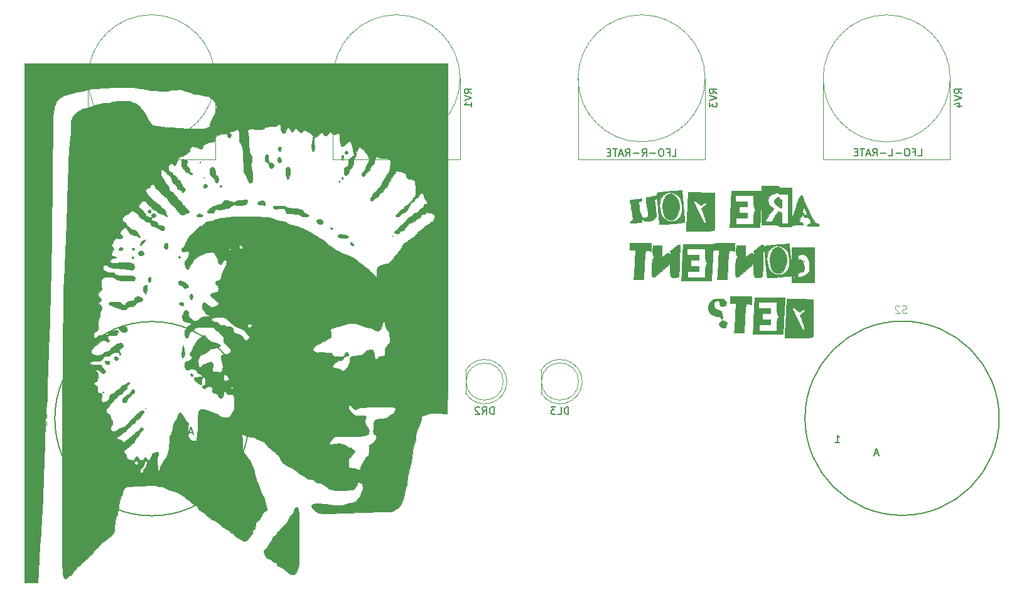
<source format=gbr>
G04 #@! TF.GenerationSoftware,KiCad,Pcbnew,5.1.6*
G04 #@! TF.CreationDate,2020-09-21T15:11:02+01:00*
G04 #@! TF.ProjectId,Tremolo,5472656d-6f6c-46f2-9e6b-696361645f70,V2.0*
G04 #@! TF.SameCoordinates,Original*
G04 #@! TF.FileFunction,Legend,Bot*
G04 #@! TF.FilePolarity,Positive*
%FSLAX46Y46*%
G04 Gerber Fmt 4.6, Leading zero omitted, Abs format (unit mm)*
G04 Created by KiCad (PCBNEW 5.1.6) date 2020-09-21 15:11:02*
%MOMM*%
%LPD*%
G01*
G04 APERTURE LIST*
%ADD10C,0.150000*%
%ADD11C,0.010000*%
%ADD12C,0.120000*%
%ADD13C,0.200000*%
%ADD14C,0.015000*%
G04 APERTURE END LIST*
D10*
X83383499Y-59118760D02*
X83716832Y-58642570D01*
X83954927Y-59118760D02*
X83954927Y-58118760D01*
X83573975Y-58118760D01*
X83478737Y-58166380D01*
X83431118Y-58213999D01*
X83383499Y-58309237D01*
X83383499Y-58452094D01*
X83431118Y-58547332D01*
X83478737Y-58594951D01*
X83573975Y-58642570D01*
X83954927Y-58642570D01*
X82954927Y-59118760D02*
X82954927Y-58118760D01*
X82716832Y-58118760D01*
X82573975Y-58166380D01*
X82478737Y-58261618D01*
X82431118Y-58356856D01*
X82383499Y-58547332D01*
X82383499Y-58690189D01*
X82431118Y-58880665D01*
X82478737Y-58975903D01*
X82573975Y-59071141D01*
X82716832Y-59118760D01*
X82954927Y-59118760D01*
X81954927Y-58594951D02*
X81621594Y-58594951D01*
X81478737Y-59118760D02*
X81954927Y-59118760D01*
X81954927Y-58118760D01*
X81478737Y-58118760D01*
X81050165Y-59118760D02*
X81050165Y-58118760D01*
X80669213Y-58118760D01*
X80573975Y-58166380D01*
X80526356Y-58213999D01*
X80478737Y-58309237D01*
X80478737Y-58452094D01*
X80526356Y-58547332D01*
X80573975Y-58594951D01*
X80669213Y-58642570D01*
X81050165Y-58642570D01*
X80193022Y-58118760D02*
X79621594Y-58118760D01*
X79907308Y-59118760D02*
X79907308Y-58118760D01*
X79288260Y-59118760D02*
X79288260Y-58118760D01*
X79288260Y-58594951D02*
X78716832Y-58594951D01*
X78716832Y-59118760D02*
X78716832Y-58118760D01*
X116525419Y-59194960D02*
X117001609Y-59194960D01*
X117001609Y-58194960D01*
X116192085Y-59194960D02*
X116192085Y-58194960D01*
X115953990Y-58194960D01*
X115811133Y-58242580D01*
X115715895Y-58337818D01*
X115668276Y-58433056D01*
X115620657Y-58623532D01*
X115620657Y-58766389D01*
X115668276Y-58956865D01*
X115715895Y-59052103D01*
X115811133Y-59147341D01*
X115953990Y-59194960D01*
X116192085Y-59194960D01*
X115192085Y-58671151D02*
X114858752Y-58671151D01*
X114715895Y-59194960D02*
X115192085Y-59194960D01*
X115192085Y-58194960D01*
X114715895Y-58194960D01*
X114287323Y-59194960D02*
X114287323Y-58194960D01*
X113906371Y-58194960D01*
X113811133Y-58242580D01*
X113763514Y-58290199D01*
X113715895Y-58385437D01*
X113715895Y-58528294D01*
X113763514Y-58623532D01*
X113811133Y-58671151D01*
X113906371Y-58718770D01*
X114287323Y-58718770D01*
X113430180Y-58194960D02*
X112858752Y-58194960D01*
X113144466Y-59194960D02*
X113144466Y-58194960D01*
X112525419Y-59194960D02*
X112525419Y-58194960D01*
X112525419Y-58671151D02*
X111953990Y-58671151D01*
X111953990Y-59194960D02*
X111953990Y-58194960D01*
X151653357Y-59128920D02*
X152129547Y-59128920D01*
X152129547Y-58128920D01*
X150986690Y-58605111D02*
X151320023Y-58605111D01*
X151320023Y-59128920D02*
X151320023Y-58128920D01*
X150843833Y-58128920D01*
X150272404Y-58128920D02*
X150081928Y-58128920D01*
X149986690Y-58176540D01*
X149891452Y-58271778D01*
X149843833Y-58462254D01*
X149843833Y-58795587D01*
X149891452Y-58986063D01*
X149986690Y-59081301D01*
X150081928Y-59128920D01*
X150272404Y-59128920D01*
X150367642Y-59081301D01*
X150462880Y-58986063D01*
X150510500Y-58795587D01*
X150510500Y-58462254D01*
X150462880Y-58271778D01*
X150367642Y-58176540D01*
X150272404Y-58128920D01*
X149415261Y-58747968D02*
X148653357Y-58747968D01*
X147605738Y-59128920D02*
X147939071Y-58652730D01*
X148177166Y-59128920D02*
X148177166Y-58128920D01*
X147796214Y-58128920D01*
X147700976Y-58176540D01*
X147653357Y-58224159D01*
X147605738Y-58319397D01*
X147605738Y-58462254D01*
X147653357Y-58557492D01*
X147700976Y-58605111D01*
X147796214Y-58652730D01*
X148177166Y-58652730D01*
X147177166Y-58747968D02*
X146415261Y-58747968D01*
X145367642Y-59128920D02*
X145700976Y-58652730D01*
X145939071Y-59128920D02*
X145939071Y-58128920D01*
X145558119Y-58128920D01*
X145462880Y-58176540D01*
X145415261Y-58224159D01*
X145367642Y-58319397D01*
X145367642Y-58462254D01*
X145415261Y-58557492D01*
X145462880Y-58605111D01*
X145558119Y-58652730D01*
X145939071Y-58652730D01*
X144986690Y-58843206D02*
X144510500Y-58843206D01*
X145081928Y-59128920D02*
X144748595Y-58128920D01*
X144415261Y-59128920D01*
X144224785Y-58128920D02*
X143653357Y-58128920D01*
X143939071Y-59128920D02*
X143939071Y-58128920D01*
X143320023Y-58605111D02*
X142986690Y-58605111D01*
X142843833Y-59128920D02*
X143320023Y-59128920D01*
X143320023Y-58128920D01*
X142843833Y-58128920D01*
X184794019Y-59095900D02*
X185270209Y-59095900D01*
X185270209Y-58095900D01*
X184127352Y-58572091D02*
X184460685Y-58572091D01*
X184460685Y-59095900D02*
X184460685Y-58095900D01*
X183984495Y-58095900D01*
X183413066Y-58095900D02*
X183222590Y-58095900D01*
X183127352Y-58143520D01*
X183032114Y-58238758D01*
X182984495Y-58429234D01*
X182984495Y-58762567D01*
X183032114Y-58953043D01*
X183127352Y-59048281D01*
X183222590Y-59095900D01*
X183413066Y-59095900D01*
X183508304Y-59048281D01*
X183603542Y-58953043D01*
X183651161Y-58762567D01*
X183651161Y-58429234D01*
X183603542Y-58238758D01*
X183508304Y-58143520D01*
X183413066Y-58095900D01*
X182555923Y-58714948D02*
X181794019Y-58714948D01*
X180841638Y-59095900D02*
X181317828Y-59095900D01*
X181317828Y-58095900D01*
X180508304Y-58714948D02*
X179746400Y-58714948D01*
X178698780Y-59095900D02*
X179032114Y-58619710D01*
X179270209Y-59095900D02*
X179270209Y-58095900D01*
X178889257Y-58095900D01*
X178794019Y-58143520D01*
X178746400Y-58191139D01*
X178698780Y-58286377D01*
X178698780Y-58429234D01*
X178746400Y-58524472D01*
X178794019Y-58572091D01*
X178889257Y-58619710D01*
X179270209Y-58619710D01*
X178317828Y-58810186D02*
X177841638Y-58810186D01*
X178413066Y-59095900D02*
X178079733Y-58095900D01*
X177746400Y-59095900D01*
X177555923Y-58095900D02*
X176984495Y-58095900D01*
X177270209Y-59095900D02*
X177270209Y-58095900D01*
X176651161Y-58572091D02*
X176317828Y-58572091D01*
X176174971Y-59095900D02*
X176651161Y-59095900D01*
X176651161Y-58095900D01*
X176174971Y-58095900D01*
X84095625Y-103550980D02*
X84667054Y-103550980D01*
X84381340Y-103550980D02*
X84381340Y-102550980D01*
X84476578Y-102693838D01*
X84571816Y-102789076D01*
X84667054Y-102836695D01*
X86991795Y-96379326D02*
X86515604Y-96379326D01*
X87087033Y-96665040D02*
X86753700Y-95665040D01*
X86420366Y-96665040D01*
X173628085Y-97780100D02*
X174199514Y-97780100D01*
X173913800Y-97780100D02*
X173913800Y-96780100D01*
X174009038Y-96922958D01*
X174104276Y-97018196D01*
X174199514Y-97065815D01*
X179432555Y-99221586D02*
X178956364Y-99221586D01*
X179527793Y-99507300D02*
X179194460Y-98507300D01*
X178861126Y-99507300D01*
D11*
G36*
X166994879Y-80142233D02*
G01*
X166972930Y-80721548D01*
X166945844Y-81289272D01*
X166915878Y-81806732D01*
X166885289Y-82235255D01*
X166856332Y-82536168D01*
X166854218Y-82553066D01*
X166820430Y-82896226D01*
X166808613Y-83198456D01*
X166820854Y-83400153D01*
X166824027Y-83414720D01*
X166877169Y-83626456D01*
X168652261Y-83621868D01*
X169270603Y-83618157D01*
X169740218Y-83609726D01*
X170081679Y-83595197D01*
X170315559Y-83573196D01*
X170462432Y-83542346D01*
X170542870Y-83501273D01*
X170549633Y-83494999D01*
X170585892Y-83433063D01*
X170614491Y-83316260D01*
X170636259Y-83127002D01*
X170652025Y-82847701D01*
X170662619Y-82460767D01*
X170668869Y-81948612D01*
X170671604Y-81293647D01*
X170671913Y-80901317D01*
X170671913Y-79833111D01*
X169611101Y-79833111D01*
X169583781Y-79915828D01*
X169451271Y-80058706D01*
X169281695Y-80213339D01*
X168865142Y-80582960D01*
X169016691Y-80946720D01*
X169244060Y-81512598D01*
X169395343Y-81937928D01*
X169473289Y-82232023D01*
X169480645Y-82404199D01*
X169459201Y-82446993D01*
X169350996Y-82523750D01*
X169253884Y-82495990D01*
X169141305Y-82344479D01*
X169029689Y-82135980D01*
X168659623Y-81400483D01*
X168364435Y-80805907D01*
X168139953Y-80343423D01*
X167982010Y-80004202D01*
X167886435Y-79779413D01*
X167849059Y-79660226D01*
X167850330Y-79638314D01*
X167971970Y-79573214D01*
X168162833Y-79643024D01*
X168402234Y-79839158D01*
X168448112Y-79886395D01*
X168659452Y-80080492D01*
X168802065Y-80136773D01*
X168848400Y-80119229D01*
X169133585Y-79915794D01*
X169323686Y-79804007D01*
X169453734Y-79767146D01*
X169549427Y-79784623D01*
X169611101Y-79833111D01*
X170671913Y-79833111D01*
X170671913Y-78429916D01*
X168862060Y-78405618D01*
X167052206Y-78381320D01*
X166994879Y-80142233D01*
G37*
X166994879Y-80142233D02*
X166972930Y-80721548D01*
X166945844Y-81289272D01*
X166915878Y-81806732D01*
X166885289Y-82235255D01*
X166856332Y-82536168D01*
X166854218Y-82553066D01*
X166820430Y-82896226D01*
X166808613Y-83198456D01*
X166820854Y-83400153D01*
X166824027Y-83414720D01*
X166877169Y-83626456D01*
X168652261Y-83621868D01*
X169270603Y-83618157D01*
X169740218Y-83609726D01*
X170081679Y-83595197D01*
X170315559Y-83573196D01*
X170462432Y-83542346D01*
X170542870Y-83501273D01*
X170549633Y-83494999D01*
X170585892Y-83433063D01*
X170614491Y-83316260D01*
X170636259Y-83127002D01*
X170652025Y-82847701D01*
X170662619Y-82460767D01*
X170668869Y-81948612D01*
X170671604Y-81293647D01*
X170671913Y-80901317D01*
X170671913Y-79833111D01*
X169611101Y-79833111D01*
X169583781Y-79915828D01*
X169451271Y-80058706D01*
X169281695Y-80213339D01*
X168865142Y-80582960D01*
X169016691Y-80946720D01*
X169244060Y-81512598D01*
X169395343Y-81937928D01*
X169473289Y-82232023D01*
X169480645Y-82404199D01*
X169459201Y-82446993D01*
X169350996Y-82523750D01*
X169253884Y-82495990D01*
X169141305Y-82344479D01*
X169029689Y-82135980D01*
X168659623Y-81400483D01*
X168364435Y-80805907D01*
X168139953Y-80343423D01*
X167982010Y-80004202D01*
X167886435Y-79779413D01*
X167849059Y-79660226D01*
X167850330Y-79638314D01*
X167971970Y-79573214D01*
X168162833Y-79643024D01*
X168402234Y-79839158D01*
X168448112Y-79886395D01*
X168659452Y-80080492D01*
X168802065Y-80136773D01*
X168848400Y-80119229D01*
X169133585Y-79915794D01*
X169323686Y-79804007D01*
X169453734Y-79767146D01*
X169549427Y-79784623D01*
X169611101Y-79833111D01*
X170671913Y-79833111D01*
X170671913Y-78429916D01*
X168862060Y-78405618D01*
X167052206Y-78381320D01*
X166994879Y-80142233D01*
G36*
X162738736Y-78220147D02*
G01*
X162682709Y-79638314D01*
X162658996Y-80216859D01*
X162632193Y-80835772D01*
X162605094Y-81432551D01*
X162580494Y-81944692D01*
X162572926Y-82093647D01*
X162519170Y-83130814D01*
X166607913Y-83130814D01*
X166614801Y-82813314D01*
X166620569Y-82642079D01*
X166633134Y-82328899D01*
X166651326Y-81900974D01*
X166673971Y-81385502D01*
X166699896Y-80809684D01*
X166703355Y-80734330D01*
X165995019Y-80734330D01*
X165965285Y-80839487D01*
X165901369Y-80914980D01*
X165832030Y-81030599D01*
X165788865Y-81214563D01*
X165766930Y-81501235D01*
X165761247Y-81888647D01*
X165761247Y-82707480D01*
X163390580Y-82707480D01*
X163390580Y-81860814D01*
X164914580Y-81860814D01*
X164914580Y-81183480D01*
X163813913Y-81183480D01*
X163813913Y-80336814D01*
X164914580Y-80336814D01*
X164914580Y-79659480D01*
X163305913Y-79659480D01*
X163305913Y-78812814D01*
X165761247Y-78812814D01*
X165761247Y-79631647D01*
X165767921Y-80044219D01*
X165791239Y-80322227D01*
X165836148Y-80500036D01*
X165901369Y-80605313D01*
X165995019Y-80734330D01*
X166703355Y-80734330D01*
X166720634Y-80357909D01*
X166819580Y-78220005D01*
X162738736Y-78220147D01*
G37*
X162738736Y-78220147D02*
X162682709Y-79638314D01*
X162658996Y-80216859D01*
X162632193Y-80835772D01*
X162605094Y-81432551D01*
X162580494Y-81944692D01*
X162572926Y-82093647D01*
X162519170Y-83130814D01*
X166607913Y-83130814D01*
X166614801Y-82813314D01*
X166620569Y-82642079D01*
X166633134Y-82328899D01*
X166651326Y-81900974D01*
X166673971Y-81385502D01*
X166699896Y-80809684D01*
X166703355Y-80734330D01*
X165995019Y-80734330D01*
X165965285Y-80839487D01*
X165901369Y-80914980D01*
X165832030Y-81030599D01*
X165788865Y-81214563D01*
X165766930Y-81501235D01*
X165761247Y-81888647D01*
X165761247Y-82707480D01*
X163390580Y-82707480D01*
X163390580Y-81860814D01*
X164914580Y-81860814D01*
X164914580Y-81183480D01*
X163813913Y-81183480D01*
X163813913Y-80336814D01*
X164914580Y-80336814D01*
X164914580Y-79659480D01*
X163305913Y-79659480D01*
X163305913Y-78812814D01*
X165761247Y-78812814D01*
X165761247Y-79631647D01*
X165767921Y-80044219D01*
X165791239Y-80322227D01*
X165836148Y-80500036D01*
X165901369Y-80605313D01*
X165995019Y-80734330D01*
X166703355Y-80734330D01*
X166720634Y-80357909D01*
X166819580Y-78220005D01*
X162738736Y-78220147D01*
G36*
X159495913Y-78982147D02*
G01*
X160268289Y-78982147D01*
X160223335Y-79341980D01*
X160202333Y-79565934D01*
X160178057Y-79912441D01*
X160153465Y-80334835D01*
X160131511Y-80786450D01*
X160130815Y-80802480D01*
X160108192Y-81276339D01*
X160082145Y-81744088D01*
X160055957Y-82150633D01*
X160033718Y-82432314D01*
X159984187Y-82961480D01*
X161358580Y-82961480D01*
X161358131Y-82728647D01*
X161362795Y-82574679D01*
X161376063Y-82281492D01*
X161396419Y-81878899D01*
X161422347Y-81396711D01*
X161452329Y-80864742D01*
X161457470Y-80775821D01*
X161557258Y-79055829D01*
X161944753Y-79079958D01*
X162332247Y-79104087D01*
X162357454Y-78577450D01*
X162382660Y-78050814D01*
X159495913Y-78050814D01*
X159495913Y-78982147D01*
G37*
X159495913Y-78982147D02*
X160268289Y-78982147D01*
X160223335Y-79341980D01*
X160202333Y-79565934D01*
X160178057Y-79912441D01*
X160153465Y-80334835D01*
X160131511Y-80786450D01*
X160130815Y-80802480D01*
X160108192Y-81276339D01*
X160082145Y-81744088D01*
X160055957Y-82150633D01*
X160033718Y-82432314D01*
X159984187Y-82961480D01*
X161358580Y-82961480D01*
X161358131Y-82728647D01*
X161362795Y-82574679D01*
X161376063Y-82281492D01*
X161396419Y-81878899D01*
X161422347Y-81396711D01*
X161452329Y-80864742D01*
X161457470Y-80775821D01*
X161557258Y-79055829D01*
X161944753Y-79079958D01*
X162332247Y-79104087D01*
X162357454Y-78577450D01*
X162382660Y-78050814D01*
X159495913Y-78050814D01*
X159495913Y-78982147D01*
G36*
X158173298Y-81379396D02*
G01*
X158014975Y-81578377D01*
X157971913Y-81790858D01*
X158044352Y-82035508D01*
X158228528Y-82206897D01*
X158474731Y-82282841D01*
X158733253Y-82241157D01*
X158840097Y-82178314D01*
X159003585Y-81964064D01*
X159037785Y-81708316D01*
X158936711Y-81473352D01*
X158910584Y-81444817D01*
X158666382Y-81295924D01*
X158405527Y-81279681D01*
X158173298Y-81379396D01*
G37*
X158173298Y-81379396D02*
X158014975Y-81578377D01*
X157971913Y-81790858D01*
X158044352Y-82035508D01*
X158228528Y-82206897D01*
X158474731Y-82282841D01*
X158733253Y-82241157D01*
X158840097Y-82178314D01*
X159003585Y-81964064D01*
X159037785Y-81708316D01*
X158936711Y-81473352D01*
X158910584Y-81444817D01*
X158666382Y-81295924D01*
X158405527Y-81279681D01*
X158173298Y-81379396D01*
G36*
X157500365Y-78372279D02*
G01*
X157172730Y-78463497D01*
X156911385Y-78644536D01*
X156667498Y-78939128D01*
X156638413Y-78981286D01*
X156475945Y-79344613D01*
X156475814Y-79729489D01*
X156589304Y-80058847D01*
X156819244Y-80376609D01*
X157165213Y-80590636D01*
X157641815Y-80709743D01*
X157675021Y-80714080D01*
X157958103Y-80764834D01*
X158110574Y-80838359D01*
X158167092Y-80934503D01*
X158253651Y-81063251D01*
X158375781Y-81093121D01*
X158466042Y-81020616D01*
X158478280Y-80950647D01*
X158456840Y-80785098D01*
X158404088Y-80529492D01*
X158367419Y-80379147D01*
X158293732Y-80128425D01*
X158214264Y-79998450D01*
X158088959Y-79944141D01*
X157966885Y-79928336D01*
X157662942Y-79837246D01*
X157433636Y-79652101D01*
X157289542Y-79409517D01*
X157241236Y-79146111D01*
X157299292Y-78898498D01*
X157474286Y-78703295D01*
X157595326Y-78641802D01*
X157830414Y-78595595D01*
X157973688Y-78655405D01*
X157997318Y-78808956D01*
X157995055Y-78818132D01*
X158011610Y-79050179D01*
X158147994Y-79259350D01*
X158358192Y-79388583D01*
X158468743Y-79405480D01*
X158714279Y-79340781D01*
X158906117Y-79179085D01*
X158987738Y-78968993D01*
X158987913Y-78959035D01*
X158935614Y-78807091D01*
X158807339Y-78613252D01*
X158783578Y-78584701D01*
X158665248Y-78462381D01*
X158540219Y-78391228D01*
X158359966Y-78357528D01*
X158075964Y-78347564D01*
X157943120Y-78347147D01*
X157500365Y-78372279D01*
G37*
X157500365Y-78372279D02*
X157172730Y-78463497D01*
X156911385Y-78644536D01*
X156667498Y-78939128D01*
X156638413Y-78981286D01*
X156475945Y-79344613D01*
X156475814Y-79729489D01*
X156589304Y-80058847D01*
X156819244Y-80376609D01*
X157165213Y-80590636D01*
X157641815Y-80709743D01*
X157675021Y-80714080D01*
X157958103Y-80764834D01*
X158110574Y-80838359D01*
X158167092Y-80934503D01*
X158253651Y-81063251D01*
X158375781Y-81093121D01*
X158466042Y-81020616D01*
X158478280Y-80950647D01*
X158456840Y-80785098D01*
X158404088Y-80529492D01*
X158367419Y-80379147D01*
X158293732Y-80128425D01*
X158214264Y-79998450D01*
X158088959Y-79944141D01*
X157966885Y-79928336D01*
X157662942Y-79837246D01*
X157433636Y-79652101D01*
X157289542Y-79409517D01*
X157241236Y-79146111D01*
X157299292Y-78898498D01*
X157474286Y-78703295D01*
X157595326Y-78641802D01*
X157830414Y-78595595D01*
X157973688Y-78655405D01*
X157997318Y-78808956D01*
X157995055Y-78818132D01*
X158011610Y-79050179D01*
X158147994Y-79259350D01*
X158358192Y-79388583D01*
X158468743Y-79405480D01*
X158714279Y-79340781D01*
X158906117Y-79179085D01*
X158987738Y-78968993D01*
X158987913Y-78959035D01*
X158935614Y-78807091D01*
X158807339Y-78613252D01*
X158783578Y-78584701D01*
X158665248Y-78462381D01*
X158540219Y-78391228D01*
X158359966Y-78357528D01*
X158075964Y-78347564D01*
X157943120Y-78347147D01*
X157500365Y-78372279D01*
G36*
X167085434Y-70947592D02*
G01*
X166754631Y-70965975D01*
X166352880Y-70992544D01*
X165912743Y-71024908D01*
X165466781Y-71060677D01*
X165047558Y-71097461D01*
X164687635Y-71132870D01*
X164427747Y-71163402D01*
X164202871Y-71201867D01*
X164099280Y-71270478D01*
X164070327Y-71421145D01*
X164069336Y-71562260D01*
X164077590Y-71779847D01*
X164099294Y-72112185D01*
X164131696Y-72530323D01*
X164172042Y-73005312D01*
X164217581Y-73508199D01*
X164265558Y-74010034D01*
X164313222Y-74481866D01*
X164357820Y-74894744D01*
X164396599Y-75219717D01*
X164426806Y-75427834D01*
X164442859Y-75490648D01*
X164537527Y-75499173D01*
X164768265Y-75494684D01*
X165102499Y-75479409D01*
X165507653Y-75455576D01*
X165951151Y-75425413D01*
X166400418Y-75391147D01*
X166822879Y-75355006D01*
X167185958Y-75319217D01*
X167457080Y-75286010D01*
X167475747Y-75283240D01*
X167793247Y-75235171D01*
X167793247Y-76188147D01*
X170841247Y-76188147D01*
X170841247Y-75510814D01*
X170587247Y-75510814D01*
X170556269Y-75580504D01*
X170530802Y-75567258D01*
X170526156Y-75521180D01*
X168216580Y-75521180D01*
X168147853Y-75587144D01*
X168089580Y-75595480D01*
X167986408Y-75523944D01*
X167962580Y-75415780D01*
X167981117Y-75293469D01*
X168060142Y-75318034D01*
X168089580Y-75341480D01*
X168196014Y-75463701D01*
X168216580Y-75521180D01*
X170526156Y-75521180D01*
X170520669Y-75466778D01*
X170530802Y-75454369D01*
X170581137Y-75465991D01*
X170587247Y-75510814D01*
X170841247Y-75510814D01*
X170841247Y-73857858D01*
X170159750Y-73857858D01*
X170148395Y-74276801D01*
X170098793Y-74634548D01*
X170067750Y-74745401D01*
X169905613Y-74984260D01*
X169627346Y-75189832D01*
X169285809Y-75339587D01*
X168933863Y-75410999D01*
X168624368Y-75381539D01*
X168597406Y-75372031D01*
X168507026Y-75313017D01*
X168569315Y-75245031D01*
X168637559Y-75166441D01*
X168575807Y-75103276D01*
X168536900Y-75009626D01*
X168616064Y-74894814D01*
X168770371Y-74790142D01*
X168956894Y-74726913D01*
X169093494Y-74725781D01*
X169296380Y-74697994D01*
X169419388Y-74527554D01*
X169459747Y-74222569D01*
X169438070Y-74015036D01*
X168442358Y-74015036D01*
X168430736Y-74065370D01*
X168385913Y-74071480D01*
X168316223Y-74040502D01*
X168329469Y-74015036D01*
X168429949Y-74004903D01*
X168442358Y-74015036D01*
X169438070Y-74015036D01*
X169414683Y-73791146D01*
X169414149Y-73788194D01*
X169332945Y-73427733D01*
X169232520Y-73205952D01*
X169088580Y-73092273D01*
X168876834Y-73056117D01*
X168832035Y-73055480D01*
X168637385Y-73044069D01*
X168570427Y-72985755D01*
X168589863Y-72844420D01*
X168590015Y-72843814D01*
X168599467Y-72672292D01*
X168535693Y-72630720D01*
X168528944Y-72591553D01*
X168641036Y-72495122D01*
X168704764Y-72452218D01*
X169033035Y-72329846D01*
X169364307Y-72359990D01*
X169670580Y-72528695D01*
X169923860Y-72822006D01*
X170067727Y-73131614D01*
X170132861Y-73451527D01*
X170159750Y-73857858D01*
X170841247Y-73857858D01*
X170841247Y-71997147D01*
X168047247Y-71997147D01*
X168004913Y-72039480D01*
X167962580Y-71997147D01*
X168004913Y-71954814D01*
X168047247Y-71997147D01*
X170841247Y-71997147D01*
X170841247Y-71898369D01*
X170559025Y-71898369D01*
X170547402Y-71948703D01*
X170502580Y-71954814D01*
X170432890Y-71923835D01*
X170446136Y-71898369D01*
X170546615Y-71888236D01*
X170559025Y-71898369D01*
X170841247Y-71898369D01*
X170841247Y-71446814D01*
X167793247Y-71446814D01*
X167782054Y-72991980D01*
X167770862Y-74537147D01*
X167654353Y-73285594D01*
X167452721Y-73285594D01*
X167398815Y-73902412D01*
X167239079Y-74390105D01*
X166970701Y-74753940D01*
X166590868Y-74999184D01*
X166523247Y-75026390D01*
X166260441Y-75074214D01*
X165919022Y-75073055D01*
X165581169Y-75027037D01*
X165388688Y-74969464D01*
X165037246Y-74734898D01*
X164750778Y-74366754D01*
X164542996Y-73892838D01*
X164427610Y-73340959D01*
X164408440Y-72981335D01*
X164472494Y-72413539D01*
X164649780Y-71939017D01*
X164924047Y-71571339D01*
X165279043Y-71324075D01*
X165698518Y-71210797D01*
X166166220Y-71245074D01*
X166401256Y-71317226D01*
X166824068Y-71564940D01*
X167141767Y-71941180D01*
X167350514Y-72438762D01*
X167446475Y-73050506D01*
X167452721Y-73285594D01*
X167654353Y-73285594D01*
X167605345Y-72759147D01*
X167554548Y-72229311D01*
X167506641Y-71758939D01*
X167464428Y-71373291D01*
X167430714Y-71097630D01*
X167408302Y-70957217D01*
X167403944Y-70944941D01*
X167312725Y-70939784D01*
X167085434Y-70947592D01*
G37*
X167085434Y-70947592D02*
X166754631Y-70965975D01*
X166352880Y-70992544D01*
X165912743Y-71024908D01*
X165466781Y-71060677D01*
X165047558Y-71097461D01*
X164687635Y-71132870D01*
X164427747Y-71163402D01*
X164202871Y-71201867D01*
X164099280Y-71270478D01*
X164070327Y-71421145D01*
X164069336Y-71562260D01*
X164077590Y-71779847D01*
X164099294Y-72112185D01*
X164131696Y-72530323D01*
X164172042Y-73005312D01*
X164217581Y-73508199D01*
X164265558Y-74010034D01*
X164313222Y-74481866D01*
X164357820Y-74894744D01*
X164396599Y-75219717D01*
X164426806Y-75427834D01*
X164442859Y-75490648D01*
X164537527Y-75499173D01*
X164768265Y-75494684D01*
X165102499Y-75479409D01*
X165507653Y-75455576D01*
X165951151Y-75425413D01*
X166400418Y-75391147D01*
X166822879Y-75355006D01*
X167185958Y-75319217D01*
X167457080Y-75286010D01*
X167475747Y-75283240D01*
X167793247Y-75235171D01*
X167793247Y-76188147D01*
X170841247Y-76188147D01*
X170841247Y-75510814D01*
X170587247Y-75510814D01*
X170556269Y-75580504D01*
X170530802Y-75567258D01*
X170526156Y-75521180D01*
X168216580Y-75521180D01*
X168147853Y-75587144D01*
X168089580Y-75595480D01*
X167986408Y-75523944D01*
X167962580Y-75415780D01*
X167981117Y-75293469D01*
X168060142Y-75318034D01*
X168089580Y-75341480D01*
X168196014Y-75463701D01*
X168216580Y-75521180D01*
X170526156Y-75521180D01*
X170520669Y-75466778D01*
X170530802Y-75454369D01*
X170581137Y-75465991D01*
X170587247Y-75510814D01*
X170841247Y-75510814D01*
X170841247Y-73857858D01*
X170159750Y-73857858D01*
X170148395Y-74276801D01*
X170098793Y-74634548D01*
X170067750Y-74745401D01*
X169905613Y-74984260D01*
X169627346Y-75189832D01*
X169285809Y-75339587D01*
X168933863Y-75410999D01*
X168624368Y-75381539D01*
X168597406Y-75372031D01*
X168507026Y-75313017D01*
X168569315Y-75245031D01*
X168637559Y-75166441D01*
X168575807Y-75103276D01*
X168536900Y-75009626D01*
X168616064Y-74894814D01*
X168770371Y-74790142D01*
X168956894Y-74726913D01*
X169093494Y-74725781D01*
X169296380Y-74697994D01*
X169419388Y-74527554D01*
X169459747Y-74222569D01*
X169438070Y-74015036D01*
X168442358Y-74015036D01*
X168430736Y-74065370D01*
X168385913Y-74071480D01*
X168316223Y-74040502D01*
X168329469Y-74015036D01*
X168429949Y-74004903D01*
X168442358Y-74015036D01*
X169438070Y-74015036D01*
X169414683Y-73791146D01*
X169414149Y-73788194D01*
X169332945Y-73427733D01*
X169232520Y-73205952D01*
X169088580Y-73092273D01*
X168876834Y-73056117D01*
X168832035Y-73055480D01*
X168637385Y-73044069D01*
X168570427Y-72985755D01*
X168589863Y-72844420D01*
X168590015Y-72843814D01*
X168599467Y-72672292D01*
X168535693Y-72630720D01*
X168528944Y-72591553D01*
X168641036Y-72495122D01*
X168704764Y-72452218D01*
X169033035Y-72329846D01*
X169364307Y-72359990D01*
X169670580Y-72528695D01*
X169923860Y-72822006D01*
X170067727Y-73131614D01*
X170132861Y-73451527D01*
X170159750Y-73857858D01*
X170841247Y-73857858D01*
X170841247Y-71997147D01*
X168047247Y-71997147D01*
X168004913Y-72039480D01*
X167962580Y-71997147D01*
X168004913Y-71954814D01*
X168047247Y-71997147D01*
X170841247Y-71997147D01*
X170841247Y-71898369D01*
X170559025Y-71898369D01*
X170547402Y-71948703D01*
X170502580Y-71954814D01*
X170432890Y-71923835D01*
X170446136Y-71898369D01*
X170546615Y-71888236D01*
X170559025Y-71898369D01*
X170841247Y-71898369D01*
X170841247Y-71446814D01*
X167793247Y-71446814D01*
X167782054Y-72991980D01*
X167770862Y-74537147D01*
X167654353Y-73285594D01*
X167452721Y-73285594D01*
X167398815Y-73902412D01*
X167239079Y-74390105D01*
X166970701Y-74753940D01*
X166590868Y-74999184D01*
X166523247Y-75026390D01*
X166260441Y-75074214D01*
X165919022Y-75073055D01*
X165581169Y-75027037D01*
X165388688Y-74969464D01*
X165037246Y-74734898D01*
X164750778Y-74366754D01*
X164542996Y-73892838D01*
X164427610Y-73340959D01*
X164408440Y-72981335D01*
X164472494Y-72413539D01*
X164649780Y-71939017D01*
X164924047Y-71571339D01*
X165279043Y-71324075D01*
X165698518Y-71210797D01*
X166166220Y-71245074D01*
X166401256Y-71317226D01*
X166824068Y-71564940D01*
X167141767Y-71941180D01*
X167350514Y-72438762D01*
X167446475Y-73050506D01*
X167452721Y-73285594D01*
X167654353Y-73285594D01*
X167605345Y-72759147D01*
X167554548Y-72229311D01*
X167506641Y-71758939D01*
X167464428Y-71373291D01*
X167430714Y-71097630D01*
X167408302Y-70957217D01*
X167403944Y-70944941D01*
X167312725Y-70939784D01*
X167085434Y-70947592D01*
G36*
X158090886Y-70858990D02*
G01*
X157656593Y-70873042D01*
X157362613Y-70895587D01*
X157221154Y-70925908D01*
X157209913Y-70938814D01*
X157126540Y-70967703D01*
X156881425Y-70990917D01*
X156482073Y-71008146D01*
X155935992Y-71019082D01*
X155250686Y-71023417D01*
X155148325Y-71023480D01*
X153086736Y-71023480D01*
X153030709Y-72441647D01*
X153006996Y-73020192D01*
X152980193Y-73639105D01*
X152953094Y-74235884D01*
X152928494Y-74748026D01*
X152920926Y-74896980D01*
X152867170Y-75934147D01*
X156955913Y-75934147D01*
X156964683Y-75574314D01*
X156974096Y-75283467D01*
X156989849Y-74902296D01*
X157010584Y-74455050D01*
X157034944Y-73965982D01*
X157057455Y-73537663D01*
X156343019Y-73537663D01*
X156313285Y-73642820D01*
X156249369Y-73718314D01*
X156180030Y-73833933D01*
X156136865Y-74017896D01*
X156114930Y-74304568D01*
X156109247Y-74691980D01*
X156109247Y-75510814D01*
X153738580Y-75510814D01*
X153738580Y-74664147D01*
X155262580Y-74664147D01*
X155262580Y-73986814D01*
X154161913Y-73986814D01*
X154161913Y-73140147D01*
X155262580Y-73140147D01*
X155262580Y-72462814D01*
X153653913Y-72462814D01*
X153653913Y-71616147D01*
X156109247Y-71616147D01*
X156109247Y-72434980D01*
X156115921Y-72847552D01*
X156139239Y-73125560D01*
X156184148Y-73303369D01*
X156249369Y-73408647D01*
X156343019Y-73537663D01*
X157057455Y-73537663D01*
X157061572Y-73459342D01*
X157089110Y-72959383D01*
X157116200Y-72490355D01*
X157141485Y-72076510D01*
X157163607Y-71742099D01*
X157181210Y-71511375D01*
X157192934Y-71408587D01*
X157196913Y-71425647D01*
X157209913Y-71785480D01*
X157982289Y-71785480D01*
X157937335Y-72145314D01*
X157916333Y-72369267D01*
X157892057Y-72715774D01*
X157867465Y-73138168D01*
X157845511Y-73589783D01*
X157844815Y-73605814D01*
X157822192Y-74079672D01*
X157796145Y-74547421D01*
X157769957Y-74953967D01*
X157747718Y-75235647D01*
X157698187Y-75764814D01*
X159072580Y-75764814D01*
X159072131Y-75531980D01*
X159076795Y-75378012D01*
X159090063Y-75084825D01*
X159110419Y-74682232D01*
X159136347Y-74200045D01*
X159166329Y-73668075D01*
X159171470Y-73579154D01*
X159271258Y-71859162D01*
X159658753Y-71883291D01*
X160046247Y-71907421D01*
X160071454Y-71380784D01*
X160096660Y-70854147D01*
X158653287Y-70854147D01*
X158090886Y-70858990D01*
G37*
X158090886Y-70858990D02*
X157656593Y-70873042D01*
X157362613Y-70895587D01*
X157221154Y-70925908D01*
X157209913Y-70938814D01*
X157126540Y-70967703D01*
X156881425Y-70990917D01*
X156482073Y-71008146D01*
X155935992Y-71019082D01*
X155250686Y-71023417D01*
X155148325Y-71023480D01*
X153086736Y-71023480D01*
X153030709Y-72441647D01*
X153006996Y-73020192D01*
X152980193Y-73639105D01*
X152953094Y-74235884D01*
X152928494Y-74748026D01*
X152920926Y-74896980D01*
X152867170Y-75934147D01*
X156955913Y-75934147D01*
X156964683Y-75574314D01*
X156974096Y-75283467D01*
X156989849Y-74902296D01*
X157010584Y-74455050D01*
X157034944Y-73965982D01*
X157057455Y-73537663D01*
X156343019Y-73537663D01*
X156313285Y-73642820D01*
X156249369Y-73718314D01*
X156180030Y-73833933D01*
X156136865Y-74017896D01*
X156114930Y-74304568D01*
X156109247Y-74691980D01*
X156109247Y-75510814D01*
X153738580Y-75510814D01*
X153738580Y-74664147D01*
X155262580Y-74664147D01*
X155262580Y-73986814D01*
X154161913Y-73986814D01*
X154161913Y-73140147D01*
X155262580Y-73140147D01*
X155262580Y-72462814D01*
X153653913Y-72462814D01*
X153653913Y-71616147D01*
X156109247Y-71616147D01*
X156109247Y-72434980D01*
X156115921Y-72847552D01*
X156139239Y-73125560D01*
X156184148Y-73303369D01*
X156249369Y-73408647D01*
X156343019Y-73537663D01*
X157057455Y-73537663D01*
X157061572Y-73459342D01*
X157089110Y-72959383D01*
X157116200Y-72490355D01*
X157141485Y-72076510D01*
X157163607Y-71742099D01*
X157181210Y-71511375D01*
X157192934Y-71408587D01*
X157196913Y-71425647D01*
X157209913Y-71785480D01*
X157982289Y-71785480D01*
X157937335Y-72145314D01*
X157916333Y-72369267D01*
X157892057Y-72715774D01*
X157867465Y-73138168D01*
X157845511Y-73589783D01*
X157844815Y-73605814D01*
X157822192Y-74079672D01*
X157796145Y-74547421D01*
X157769957Y-74953967D01*
X157747718Y-75235647D01*
X157698187Y-75764814D01*
X159072580Y-75764814D01*
X159072131Y-75531980D01*
X159076795Y-75378012D01*
X159090063Y-75084825D01*
X159110419Y-74682232D01*
X159136347Y-74200045D01*
X159166329Y-73668075D01*
X159171470Y-73579154D01*
X159271258Y-71859162D01*
X159658753Y-71883291D01*
X160046247Y-71907421D01*
X160071454Y-71380784D01*
X160096660Y-70854147D01*
X158653287Y-70854147D01*
X158090886Y-70858990D01*
G36*
X145949247Y-71785480D02*
G01*
X146721622Y-71785480D01*
X146676668Y-72145314D01*
X146655666Y-72369267D01*
X146631391Y-72715774D01*
X146606798Y-73138168D01*
X146584844Y-73589783D01*
X146584148Y-73605814D01*
X146561525Y-74079672D01*
X146535479Y-74547421D01*
X146509290Y-74953967D01*
X146487051Y-75235647D01*
X146437520Y-75764814D01*
X147811913Y-75764814D01*
X147811464Y-75531980D01*
X147816128Y-75378012D01*
X147829397Y-75084825D01*
X147849753Y-74682232D01*
X147875680Y-74200045D01*
X147905663Y-73668075D01*
X147910803Y-73579154D01*
X148010592Y-71859162D01*
X148398086Y-71883291D01*
X148785580Y-71907421D01*
X148835994Y-70854147D01*
X145949247Y-70854147D01*
X145949247Y-71785480D01*
G37*
X145949247Y-71785480D02*
X146721622Y-71785480D01*
X146676668Y-72145314D01*
X146655666Y-72369267D01*
X146631391Y-72715774D01*
X146606798Y-73138168D01*
X146584844Y-73589783D01*
X146584148Y-73605814D01*
X146561525Y-74079672D01*
X146535479Y-74547421D01*
X146509290Y-74953967D01*
X146487051Y-75235647D01*
X146437520Y-75764814D01*
X147811913Y-75764814D01*
X147811464Y-75531980D01*
X147816128Y-75378012D01*
X147829397Y-75084825D01*
X147849753Y-74682232D01*
X147875680Y-74200045D01*
X147905663Y-73668075D01*
X147910803Y-73579154D01*
X148010592Y-71859162D01*
X148398086Y-71883291D01*
X148785580Y-71907421D01*
X148835994Y-70854147D01*
X145949247Y-70854147D01*
X145949247Y-71785480D01*
G36*
X163577913Y-71161180D02*
G01*
X163346824Y-71300517D01*
X163090047Y-71496515D01*
X163079386Y-71505581D01*
X162832251Y-71727656D01*
X162696072Y-71887432D01*
X162645228Y-72022714D01*
X162649052Y-72140581D01*
X162648387Y-72322325D01*
X162591037Y-72378873D01*
X162501580Y-72293480D01*
X162377455Y-72213406D01*
X162183736Y-72272799D01*
X161912371Y-72474445D01*
X161869975Y-72512153D01*
X161534214Y-72815492D01*
X161485580Y-71150480D01*
X160300247Y-71150480D01*
X160275197Y-71824520D01*
X160266749Y-72166831D01*
X160278490Y-72383210D01*
X160319267Y-72516681D01*
X160397923Y-72610264D01*
X160444530Y-72648138D01*
X160574993Y-72754449D01*
X160574139Y-72793265D01*
X160458997Y-72799598D01*
X160356753Y-72824754D01*
X160281411Y-72911727D01*
X160229184Y-73081446D01*
X160196284Y-73354840D01*
X160178922Y-73752837D01*
X160173311Y-74296366D01*
X160173247Y-74378397D01*
X160174342Y-74814276D01*
X160180993Y-75108514D01*
X160198253Y-75288805D01*
X160231169Y-75382839D01*
X160284795Y-75418310D01*
X160363747Y-75422918D01*
X160494434Y-75388542D01*
X160683194Y-75282124D01*
X160943736Y-75093324D01*
X161289768Y-74811799D01*
X161734998Y-74427211D01*
X162025517Y-74169446D01*
X162626658Y-73632412D01*
X162613748Y-74440391D01*
X162619251Y-74905868D01*
X162657400Y-75223461D01*
X162734488Y-75412557D01*
X162856809Y-75492541D01*
X162956447Y-75496022D01*
X163125433Y-75479295D01*
X163376707Y-75455841D01*
X163454080Y-75448820D01*
X163679507Y-75407128D01*
X163804457Y-75341173D01*
X163815057Y-75315445D01*
X163817527Y-75205627D01*
X163823852Y-74951073D01*
X163833405Y-74576323D01*
X163845556Y-74105915D01*
X163859676Y-73564389D01*
X163870260Y-73161314D01*
X163924318Y-71108147D01*
X163734453Y-71108147D01*
X163577913Y-71161180D01*
G37*
X163577913Y-71161180D02*
X163346824Y-71300517D01*
X163090047Y-71496515D01*
X163079386Y-71505581D01*
X162832251Y-71727656D01*
X162696072Y-71887432D01*
X162645228Y-72022714D01*
X162649052Y-72140581D01*
X162648387Y-72322325D01*
X162591037Y-72378873D01*
X162501580Y-72293480D01*
X162377455Y-72213406D01*
X162183736Y-72272799D01*
X161912371Y-72474445D01*
X161869975Y-72512153D01*
X161534214Y-72815492D01*
X161485580Y-71150480D01*
X160300247Y-71150480D01*
X160275197Y-71824520D01*
X160266749Y-72166831D01*
X160278490Y-72383210D01*
X160319267Y-72516681D01*
X160397923Y-72610264D01*
X160444530Y-72648138D01*
X160574993Y-72754449D01*
X160574139Y-72793265D01*
X160458997Y-72799598D01*
X160356753Y-72824754D01*
X160281411Y-72911727D01*
X160229184Y-73081446D01*
X160196284Y-73354840D01*
X160178922Y-73752837D01*
X160173311Y-74296366D01*
X160173247Y-74378397D01*
X160174342Y-74814276D01*
X160180993Y-75108514D01*
X160198253Y-75288805D01*
X160231169Y-75382839D01*
X160284795Y-75418310D01*
X160363747Y-75422918D01*
X160494434Y-75388542D01*
X160683194Y-75282124D01*
X160943736Y-75093324D01*
X161289768Y-74811799D01*
X161734998Y-74427211D01*
X162025517Y-74169446D01*
X162626658Y-73632412D01*
X162613748Y-74440391D01*
X162619251Y-74905868D01*
X162657400Y-75223461D01*
X162734488Y-75412557D01*
X162856809Y-75492541D01*
X162956447Y-75496022D01*
X163125433Y-75479295D01*
X163376707Y-75455841D01*
X163454080Y-75448820D01*
X163679507Y-75407128D01*
X163804457Y-75341173D01*
X163815057Y-75315445D01*
X163817527Y-75205627D01*
X163823852Y-74951073D01*
X163833405Y-74576323D01*
X163845556Y-74105915D01*
X163859676Y-73564389D01*
X163870260Y-73161314D01*
X163924318Y-71108147D01*
X163734453Y-71108147D01*
X163577913Y-71161180D01*
G36*
X152317246Y-71161180D02*
G01*
X152086158Y-71300517D01*
X151829380Y-71496515D01*
X151818720Y-71505581D01*
X151571584Y-71727656D01*
X151435405Y-71887432D01*
X151384562Y-72022714D01*
X151388386Y-72140581D01*
X151387720Y-72322325D01*
X151330371Y-72378873D01*
X151240913Y-72293480D01*
X151116789Y-72213406D01*
X150923069Y-72272799D01*
X150651704Y-72474445D01*
X150609308Y-72512153D01*
X150273548Y-72815492D01*
X150249231Y-71982986D01*
X150224913Y-71150480D01*
X149039580Y-71150480D01*
X149014530Y-71824520D01*
X149006082Y-72166831D01*
X149017824Y-72383210D01*
X149058600Y-72516681D01*
X149137257Y-72610264D01*
X149183864Y-72648138D01*
X149314326Y-72754449D01*
X149313472Y-72793265D01*
X149198330Y-72799598D01*
X149096086Y-72824754D01*
X149020745Y-72911727D01*
X148968518Y-73081446D01*
X148935617Y-73354840D01*
X148918255Y-73752837D01*
X148912644Y-74296366D01*
X148912580Y-74378397D01*
X148913675Y-74814276D01*
X148920327Y-75108514D01*
X148937586Y-75288805D01*
X148970503Y-75382839D01*
X149024128Y-75418310D01*
X149103080Y-75422918D01*
X149233768Y-75388542D01*
X149422528Y-75282124D01*
X149683069Y-75093324D01*
X150029101Y-74811799D01*
X150474331Y-74427211D01*
X150764850Y-74169446D01*
X151365991Y-73632412D01*
X151353082Y-74440391D01*
X151358585Y-74905868D01*
X151396734Y-75223461D01*
X151473822Y-75412557D01*
X151596143Y-75492541D01*
X151695780Y-75496022D01*
X151864766Y-75479295D01*
X152116040Y-75455841D01*
X152193413Y-75448820D01*
X152418840Y-75407128D01*
X152543790Y-75341173D01*
X152554391Y-75315445D01*
X152556860Y-75205627D01*
X152563185Y-74951073D01*
X152572738Y-74576323D01*
X152584889Y-74105915D01*
X152599010Y-73564389D01*
X152609593Y-73161314D01*
X152663652Y-71108147D01*
X152473786Y-71108147D01*
X152317246Y-71161180D01*
G37*
X152317246Y-71161180D02*
X152086158Y-71300517D01*
X151829380Y-71496515D01*
X151818720Y-71505581D01*
X151571584Y-71727656D01*
X151435405Y-71887432D01*
X151384562Y-72022714D01*
X151388386Y-72140581D01*
X151387720Y-72322325D01*
X151330371Y-72378873D01*
X151240913Y-72293480D01*
X151116789Y-72213406D01*
X150923069Y-72272799D01*
X150651704Y-72474445D01*
X150609308Y-72512153D01*
X150273548Y-72815492D01*
X150249231Y-71982986D01*
X150224913Y-71150480D01*
X149039580Y-71150480D01*
X149014530Y-71824520D01*
X149006082Y-72166831D01*
X149017824Y-72383210D01*
X149058600Y-72516681D01*
X149137257Y-72610264D01*
X149183864Y-72648138D01*
X149314326Y-72754449D01*
X149313472Y-72793265D01*
X149198330Y-72799598D01*
X149096086Y-72824754D01*
X149020745Y-72911727D01*
X148968518Y-73081446D01*
X148935617Y-73354840D01*
X148918255Y-73752837D01*
X148912644Y-74296366D01*
X148912580Y-74378397D01*
X148913675Y-74814276D01*
X148920327Y-75108514D01*
X148937586Y-75288805D01*
X148970503Y-75382839D01*
X149024128Y-75418310D01*
X149103080Y-75422918D01*
X149233768Y-75388542D01*
X149422528Y-75282124D01*
X149683069Y-75093324D01*
X150029101Y-74811799D01*
X150474331Y-74427211D01*
X150764850Y-74169446D01*
X151365991Y-73632412D01*
X151353082Y-74440391D01*
X151358585Y-74905868D01*
X151396734Y-75223461D01*
X151473822Y-75412557D01*
X151596143Y-75492541D01*
X151695780Y-75496022D01*
X151864766Y-75479295D01*
X152116040Y-75455841D01*
X152193413Y-75448820D01*
X152418840Y-75407128D01*
X152543790Y-75341173D01*
X152554391Y-75315445D01*
X152556860Y-75205627D01*
X152563185Y-74951073D01*
X152572738Y-74576323D01*
X152584889Y-74105915D01*
X152599010Y-73564389D01*
X152609593Y-73161314D01*
X152663652Y-71108147D01*
X152473786Y-71108147D01*
X152317246Y-71161180D01*
G36*
X153702212Y-65748900D02*
G01*
X153680263Y-66328215D01*
X153653177Y-66895939D01*
X153623212Y-67413399D01*
X153592622Y-67841922D01*
X153563665Y-68142835D01*
X153561551Y-68159732D01*
X153527764Y-68502892D01*
X153515946Y-68805123D01*
X153528188Y-69006820D01*
X153531360Y-69021387D01*
X153584502Y-69233122D01*
X155359594Y-69228534D01*
X155977936Y-69224824D01*
X156447551Y-69216392D01*
X156789012Y-69201864D01*
X157022892Y-69179863D01*
X157169765Y-69149013D01*
X157250204Y-69107940D01*
X157256966Y-69101666D01*
X157293226Y-69039729D01*
X157321825Y-68922927D01*
X157343593Y-68733669D01*
X157359359Y-68454368D01*
X157369952Y-68067434D01*
X157376202Y-67555279D01*
X157378938Y-66900313D01*
X157379247Y-66507984D01*
X157379247Y-65439778D01*
X156318434Y-65439778D01*
X156291114Y-65522495D01*
X156158604Y-65665373D01*
X155989028Y-65820006D01*
X155572476Y-66189626D01*
X155724025Y-66553387D01*
X155951393Y-67119265D01*
X156102677Y-67544595D01*
X156180623Y-67838690D01*
X156187978Y-68010865D01*
X156166534Y-68053660D01*
X156058329Y-68130417D01*
X155961218Y-68102657D01*
X155848639Y-67951146D01*
X155737022Y-67742647D01*
X155366957Y-67007149D01*
X155071768Y-66412574D01*
X154847286Y-65950090D01*
X154689343Y-65610868D01*
X154593768Y-65386079D01*
X154556393Y-65266893D01*
X154557663Y-65244980D01*
X154679304Y-65179881D01*
X154870167Y-65249691D01*
X155109568Y-65445825D01*
X155155445Y-65493062D01*
X155366785Y-65687158D01*
X155509398Y-65743440D01*
X155555733Y-65725895D01*
X155840918Y-65522461D01*
X156031019Y-65410674D01*
X156161068Y-65373813D01*
X156256760Y-65391290D01*
X156318434Y-65439778D01*
X157379247Y-65439778D01*
X157379247Y-64036582D01*
X153759539Y-63987986D01*
X153702212Y-65748900D01*
G37*
X153702212Y-65748900D02*
X153680263Y-66328215D01*
X153653177Y-66895939D01*
X153623212Y-67413399D01*
X153592622Y-67841922D01*
X153563665Y-68142835D01*
X153561551Y-68159732D01*
X153527764Y-68502892D01*
X153515946Y-68805123D01*
X153528188Y-69006820D01*
X153531360Y-69021387D01*
X153584502Y-69233122D01*
X155359594Y-69228534D01*
X155977936Y-69224824D01*
X156447551Y-69216392D01*
X156789012Y-69201864D01*
X157022892Y-69179863D01*
X157169765Y-69149013D01*
X157250204Y-69107940D01*
X157256966Y-69101666D01*
X157293226Y-69039729D01*
X157321825Y-68922927D01*
X157343593Y-68733669D01*
X157359359Y-68454368D01*
X157369952Y-68067434D01*
X157376202Y-67555279D01*
X157378938Y-66900313D01*
X157379247Y-66507984D01*
X157379247Y-65439778D01*
X156318434Y-65439778D01*
X156291114Y-65522495D01*
X156158604Y-65665373D01*
X155989028Y-65820006D01*
X155572476Y-66189626D01*
X155724025Y-66553387D01*
X155951393Y-67119265D01*
X156102677Y-67544595D01*
X156180623Y-67838690D01*
X156187978Y-68010865D01*
X156166534Y-68053660D01*
X156058329Y-68130417D01*
X155961218Y-68102657D01*
X155848639Y-67951146D01*
X155737022Y-67742647D01*
X155366957Y-67007149D01*
X155071768Y-66412574D01*
X154847286Y-65950090D01*
X154689343Y-65610868D01*
X154593768Y-65386079D01*
X154556393Y-65266893D01*
X154557663Y-65244980D01*
X154679304Y-65179881D01*
X154870167Y-65249691D01*
X155109568Y-65445825D01*
X155155445Y-65493062D01*
X155366785Y-65687158D01*
X155509398Y-65743440D01*
X155555733Y-65725895D01*
X155840918Y-65522461D01*
X156031019Y-65410674D01*
X156161068Y-65373813D01*
X156256760Y-65391290D01*
X156318434Y-65439778D01*
X157379247Y-65439778D01*
X157379247Y-64036582D01*
X153759539Y-63987986D01*
X153702212Y-65748900D01*
G36*
X163729247Y-63826814D02*
G01*
X159606069Y-63826814D01*
X159550042Y-65244980D01*
X159526329Y-65823525D01*
X159499526Y-66442439D01*
X159472427Y-67039217D01*
X159447827Y-67551359D01*
X159440259Y-67700314D01*
X159386503Y-68737480D01*
X163475247Y-68737480D01*
X163484016Y-68377647D01*
X163490737Y-68192619D01*
X163504883Y-67866933D01*
X163525122Y-67429037D01*
X163550121Y-66907379D01*
X163578027Y-66340997D01*
X162862353Y-66340997D01*
X162832619Y-66446154D01*
X162768702Y-66521647D01*
X162699363Y-66637266D01*
X162656199Y-66821229D01*
X162634263Y-67107902D01*
X162628580Y-67495314D01*
X162628580Y-68314147D01*
X160257913Y-68314147D01*
X160257913Y-67467480D01*
X161781913Y-67467480D01*
X161781913Y-66790147D01*
X160681247Y-66790147D01*
X160681247Y-65943480D01*
X161781913Y-65943480D01*
X161781913Y-65266147D01*
X160173247Y-65266147D01*
X160173247Y-64419480D01*
X162628580Y-64419480D01*
X162628580Y-65238313D01*
X162635254Y-65650886D01*
X162658573Y-65928894D01*
X162703481Y-66106702D01*
X162768702Y-66211980D01*
X162862353Y-66340997D01*
X163578027Y-66340997D01*
X163578549Y-66330407D01*
X163598016Y-65943480D01*
X163703247Y-63869147D01*
X163716247Y-66133980D01*
X163729247Y-68398814D01*
X164872247Y-68398814D01*
X165340563Y-68401493D01*
X165664249Y-68411356D01*
X165867951Y-68431141D01*
X165976315Y-68463588D01*
X166013986Y-68511433D01*
X166015247Y-68525814D01*
X166043177Y-68584957D01*
X166145515Y-68622961D01*
X166350078Y-68643985D01*
X166684686Y-68652189D01*
X166864571Y-68652814D01*
X167269569Y-68647728D01*
X167534118Y-68629771D01*
X167686869Y-68594891D01*
X167756476Y-68539034D01*
X167762629Y-68525814D01*
X167824038Y-68462318D01*
X167968837Y-68423115D01*
X168226755Y-68403531D01*
X168570513Y-68398814D01*
X168932207Y-68395489D01*
X169154938Y-68381447D01*
X169269016Y-68350583D01*
X169304749Y-68296792D01*
X169301316Y-68251619D01*
X169204172Y-68118182D01*
X169104608Y-68077329D01*
X168895366Y-68034812D01*
X168797791Y-67966164D01*
X168794643Y-67828978D01*
X168868681Y-67580849D01*
X168884144Y-67535081D01*
X168999823Y-67250561D01*
X169115850Y-67101722D01*
X169219049Y-67059425D01*
X169363830Y-67078196D01*
X169401913Y-67207592D01*
X169429916Y-67323940D01*
X169544319Y-67373948D01*
X169724899Y-67382814D01*
X169948523Y-67402470D01*
X170082320Y-67492733D01*
X170190566Y-67682019D01*
X170303270Y-67957944D01*
X170313181Y-68132300D01*
X170213482Y-68243028D01*
X170079247Y-68301460D01*
X169869623Y-68394864D01*
X169825595Y-68469615D01*
X169944308Y-68524327D01*
X170222909Y-68557619D01*
X170629580Y-68568147D01*
X171003417Y-68565590D01*
X171239356Y-68553510D01*
X171368808Y-68525296D01*
X171423185Y-68474333D01*
X171433913Y-68398814D01*
X171382293Y-68264332D01*
X171229773Y-68229480D01*
X171020899Y-68159009D01*
X170827606Y-67989483D01*
X170705319Y-67806483D01*
X170534642Y-67504357D01*
X170331023Y-67115484D01*
X170226964Y-66906890D01*
X169806090Y-66906890D01*
X169792764Y-67004748D01*
X169701321Y-67040485D01*
X169613580Y-67044147D01*
X169445281Y-67001356D01*
X169401913Y-66921354D01*
X169337829Y-66768807D01*
X169294286Y-66730854D01*
X169233424Y-66643727D01*
X169239116Y-66471938D01*
X169275713Y-66301408D01*
X169364769Y-65939668D01*
X169595008Y-66409117D01*
X169740453Y-66717987D01*
X169806090Y-66906890D01*
X170226964Y-66906890D01*
X170109908Y-66672245D01*
X169886742Y-66207020D01*
X169676974Y-65752189D01*
X169496049Y-65340132D01*
X169359414Y-65003230D01*
X169282515Y-64773863D01*
X169273537Y-64731723D01*
X169224558Y-64520525D01*
X169146525Y-64437331D01*
X169039901Y-64435390D01*
X168967986Y-64465155D01*
X168894289Y-64546771D01*
X168809372Y-64700842D01*
X168703798Y-64947974D01*
X168568131Y-65308771D01*
X168392933Y-65803838D01*
X168329805Y-65985814D01*
X167802742Y-67509814D01*
X167797995Y-65456647D01*
X167795205Y-64250147D01*
X167285247Y-64250147D01*
X167285247Y-66183369D01*
X167282875Y-66739210D01*
X167276227Y-67237499D01*
X167266001Y-67653584D01*
X167252897Y-67962811D01*
X167237614Y-68140527D01*
X167228802Y-68173036D01*
X167116042Y-68207740D01*
X166900187Y-68227636D01*
X166805469Y-68229480D01*
X166438580Y-68229480D01*
X166438580Y-67467480D01*
X166435503Y-67104809D01*
X166421720Y-66879381D01*
X166390408Y-66759150D01*
X166334742Y-66712072D01*
X166276302Y-66705480D01*
X166125686Y-66660407D01*
X166080806Y-66605823D01*
X166028036Y-66543213D01*
X165938389Y-66590346D01*
X165801324Y-66759071D01*
X165606300Y-67061237D01*
X165464892Y-67298184D01*
X165067820Y-67975480D01*
X164601142Y-67975480D01*
X164332996Y-67967492D01*
X164201816Y-67936970D01*
X164175711Y-67874081D01*
X164183844Y-67846796D01*
X164270061Y-67682888D01*
X164428745Y-67428637D01*
X164629645Y-67128317D01*
X164842508Y-66826204D01*
X165037082Y-66566575D01*
X165159282Y-66419171D01*
X165292097Y-66254408D01*
X165308994Y-66166524D01*
X165253247Y-66130397D01*
X165118351Y-66045815D01*
X164928825Y-65885875D01*
X164851080Y-65811340D01*
X164677413Y-65611087D01*
X164596722Y-65415622D01*
X164575974Y-65141669D01*
X164575913Y-65117643D01*
X164600564Y-64808242D01*
X164689766Y-64590601D01*
X164777191Y-64481025D01*
X164960826Y-64339587D01*
X165209486Y-64218306D01*
X165481125Y-64127895D01*
X165733702Y-64079072D01*
X165925172Y-64082552D01*
X166013493Y-64149050D01*
X166015247Y-64165480D01*
X166094039Y-64208142D01*
X166307325Y-64237877D01*
X166620469Y-64250068D01*
X166650247Y-64250147D01*
X167285247Y-64250147D01*
X167795205Y-64250147D01*
X167793247Y-63403480D01*
X166946580Y-63403480D01*
X166551762Y-63399283D01*
X166298280Y-63383908D01*
X166158284Y-63353176D01*
X166103920Y-63302910D01*
X166099913Y-63276480D01*
X166076186Y-63225260D01*
X165988831Y-63189578D01*
X165813588Y-63166834D01*
X165526195Y-63154430D01*
X165102394Y-63149765D01*
X164914580Y-63149480D01*
X163729247Y-63149480D01*
X163729247Y-63826814D01*
G37*
X163729247Y-63826814D02*
X159606069Y-63826814D01*
X159550042Y-65244980D01*
X159526329Y-65823525D01*
X159499526Y-66442439D01*
X159472427Y-67039217D01*
X159447827Y-67551359D01*
X159440259Y-67700314D01*
X159386503Y-68737480D01*
X163475247Y-68737480D01*
X163484016Y-68377647D01*
X163490737Y-68192619D01*
X163504883Y-67866933D01*
X163525122Y-67429037D01*
X163550121Y-66907379D01*
X163578027Y-66340997D01*
X162862353Y-66340997D01*
X162832619Y-66446154D01*
X162768702Y-66521647D01*
X162699363Y-66637266D01*
X162656199Y-66821229D01*
X162634263Y-67107902D01*
X162628580Y-67495314D01*
X162628580Y-68314147D01*
X160257913Y-68314147D01*
X160257913Y-67467480D01*
X161781913Y-67467480D01*
X161781913Y-66790147D01*
X160681247Y-66790147D01*
X160681247Y-65943480D01*
X161781913Y-65943480D01*
X161781913Y-65266147D01*
X160173247Y-65266147D01*
X160173247Y-64419480D01*
X162628580Y-64419480D01*
X162628580Y-65238313D01*
X162635254Y-65650886D01*
X162658573Y-65928894D01*
X162703481Y-66106702D01*
X162768702Y-66211980D01*
X162862353Y-66340997D01*
X163578027Y-66340997D01*
X163578549Y-66330407D01*
X163598016Y-65943480D01*
X163703247Y-63869147D01*
X163716247Y-66133980D01*
X163729247Y-68398814D01*
X164872247Y-68398814D01*
X165340563Y-68401493D01*
X165664249Y-68411356D01*
X165867951Y-68431141D01*
X165976315Y-68463588D01*
X166013986Y-68511433D01*
X166015247Y-68525814D01*
X166043177Y-68584957D01*
X166145515Y-68622961D01*
X166350078Y-68643985D01*
X166684686Y-68652189D01*
X166864571Y-68652814D01*
X167269569Y-68647728D01*
X167534118Y-68629771D01*
X167686869Y-68594891D01*
X167756476Y-68539034D01*
X167762629Y-68525814D01*
X167824038Y-68462318D01*
X167968837Y-68423115D01*
X168226755Y-68403531D01*
X168570513Y-68398814D01*
X168932207Y-68395489D01*
X169154938Y-68381447D01*
X169269016Y-68350583D01*
X169304749Y-68296792D01*
X169301316Y-68251619D01*
X169204172Y-68118182D01*
X169104608Y-68077329D01*
X168895366Y-68034812D01*
X168797791Y-67966164D01*
X168794643Y-67828978D01*
X168868681Y-67580849D01*
X168884144Y-67535081D01*
X168999823Y-67250561D01*
X169115850Y-67101722D01*
X169219049Y-67059425D01*
X169363830Y-67078196D01*
X169401913Y-67207592D01*
X169429916Y-67323940D01*
X169544319Y-67373948D01*
X169724899Y-67382814D01*
X169948523Y-67402470D01*
X170082320Y-67492733D01*
X170190566Y-67682019D01*
X170303270Y-67957944D01*
X170313181Y-68132300D01*
X170213482Y-68243028D01*
X170079247Y-68301460D01*
X169869623Y-68394864D01*
X169825595Y-68469615D01*
X169944308Y-68524327D01*
X170222909Y-68557619D01*
X170629580Y-68568147D01*
X171003417Y-68565590D01*
X171239356Y-68553510D01*
X171368808Y-68525296D01*
X171423185Y-68474333D01*
X171433913Y-68398814D01*
X171382293Y-68264332D01*
X171229773Y-68229480D01*
X171020899Y-68159009D01*
X170827606Y-67989483D01*
X170705319Y-67806483D01*
X170534642Y-67504357D01*
X170331023Y-67115484D01*
X170226964Y-66906890D01*
X169806090Y-66906890D01*
X169792764Y-67004748D01*
X169701321Y-67040485D01*
X169613580Y-67044147D01*
X169445281Y-67001356D01*
X169401913Y-66921354D01*
X169337829Y-66768807D01*
X169294286Y-66730854D01*
X169233424Y-66643727D01*
X169239116Y-66471938D01*
X169275713Y-66301408D01*
X169364769Y-65939668D01*
X169595008Y-66409117D01*
X169740453Y-66717987D01*
X169806090Y-66906890D01*
X170226964Y-66906890D01*
X170109908Y-66672245D01*
X169886742Y-66207020D01*
X169676974Y-65752189D01*
X169496049Y-65340132D01*
X169359414Y-65003230D01*
X169282515Y-64773863D01*
X169273537Y-64731723D01*
X169224558Y-64520525D01*
X169146525Y-64437331D01*
X169039901Y-64435390D01*
X168967986Y-64465155D01*
X168894289Y-64546771D01*
X168809372Y-64700842D01*
X168703798Y-64947974D01*
X168568131Y-65308771D01*
X168392933Y-65803838D01*
X168329805Y-65985814D01*
X167802742Y-67509814D01*
X167797995Y-65456647D01*
X167795205Y-64250147D01*
X167285247Y-64250147D01*
X167285247Y-66183369D01*
X167282875Y-66739210D01*
X167276227Y-67237499D01*
X167266001Y-67653584D01*
X167252897Y-67962811D01*
X167237614Y-68140527D01*
X167228802Y-68173036D01*
X167116042Y-68207740D01*
X166900187Y-68227636D01*
X166805469Y-68229480D01*
X166438580Y-68229480D01*
X166438580Y-67467480D01*
X166435503Y-67104809D01*
X166421720Y-66879381D01*
X166390408Y-66759150D01*
X166334742Y-66712072D01*
X166276302Y-66705480D01*
X166125686Y-66660407D01*
X166080806Y-66605823D01*
X166028036Y-66543213D01*
X165938389Y-66590346D01*
X165801324Y-66759071D01*
X165606300Y-67061237D01*
X165464892Y-67298184D01*
X165067820Y-67975480D01*
X164601142Y-67975480D01*
X164332996Y-67967492D01*
X164201816Y-67936970D01*
X164175711Y-67874081D01*
X164183844Y-67846796D01*
X164270061Y-67682888D01*
X164428745Y-67428637D01*
X164629645Y-67128317D01*
X164842508Y-66826204D01*
X165037082Y-66566575D01*
X165159282Y-66419171D01*
X165292097Y-66254408D01*
X165308994Y-66166524D01*
X165253247Y-66130397D01*
X165118351Y-66045815D01*
X164928825Y-65885875D01*
X164851080Y-65811340D01*
X164677413Y-65611087D01*
X164596722Y-65415622D01*
X164575974Y-65141669D01*
X164575913Y-65117643D01*
X164600564Y-64808242D01*
X164689766Y-64590601D01*
X164777191Y-64481025D01*
X164960826Y-64339587D01*
X165209486Y-64218306D01*
X165481125Y-64127895D01*
X165733702Y-64079072D01*
X165925172Y-64082552D01*
X166013493Y-64149050D01*
X166015247Y-64165480D01*
X166094039Y-64208142D01*
X166307325Y-64237877D01*
X166620469Y-64250068D01*
X166650247Y-64250147D01*
X167285247Y-64250147D01*
X167795205Y-64250147D01*
X167793247Y-63403480D01*
X166946580Y-63403480D01*
X166551762Y-63399283D01*
X166298280Y-63383908D01*
X166158284Y-63353176D01*
X166103920Y-63302910D01*
X166099913Y-63276480D01*
X166076186Y-63225260D01*
X165988831Y-63189578D01*
X165813588Y-63166834D01*
X165526195Y-63154430D01*
X165102394Y-63149765D01*
X164914580Y-63149480D01*
X163729247Y-63149480D01*
X163729247Y-63826814D01*
G36*
X152607112Y-63750917D02*
G01*
X152276606Y-63769294D01*
X151875117Y-63795855D01*
X151435199Y-63828208D01*
X150989401Y-63863966D01*
X150570276Y-63900736D01*
X150210374Y-63936129D01*
X149949747Y-63966735D01*
X149722569Y-64009244D01*
X149618201Y-64078578D01*
X149590368Y-64210727D01*
X149589913Y-64246594D01*
X149582793Y-64358901D01*
X149539371Y-64432438D01*
X149426553Y-64481789D01*
X149211248Y-64521541D01*
X148866213Y-64565569D01*
X148532961Y-64610843D01*
X148267840Y-64655968D01*
X148112965Y-64693411D01*
X148091777Y-64704061D01*
X148086633Y-64801789D01*
X148108364Y-65033492D01*
X148153018Y-65366642D01*
X148216647Y-65768709D01*
X148231850Y-65857695D01*
X148299711Y-66287891D01*
X148348521Y-66673716D01*
X148374193Y-66976351D01*
X148372642Y-67156978D01*
X148369996Y-67170414D01*
X148246602Y-67360024D01*
X148028168Y-67448976D01*
X147765190Y-67423173D01*
X147648447Y-67371869D01*
X147517663Y-67250291D01*
X147408565Y-67033136D01*
X147315391Y-66700947D01*
X147232376Y-66234267D01*
X147170131Y-65757218D01*
X147142532Y-65484284D01*
X147150769Y-65333987D01*
X147208775Y-65261053D01*
X147330480Y-65220208D01*
X147335790Y-65218872D01*
X147518889Y-65115155D01*
X147557913Y-64993355D01*
X147538800Y-64889375D01*
X147451647Y-64852021D01*
X147251730Y-64866418D01*
X147198080Y-64873669D01*
X146888518Y-64915363D01*
X146530076Y-64961743D01*
X146393747Y-64978857D01*
X146145728Y-65021838D01*
X145984377Y-65073274D01*
X145949247Y-65105380D01*
X145963189Y-65210292D01*
X146001517Y-65450232D01*
X146058982Y-65793507D01*
X146130335Y-66208426D01*
X146160913Y-66383500D01*
X146236250Y-66817427D01*
X146299762Y-67191716D01*
X146346208Y-67474806D01*
X146370346Y-67635137D01*
X146372580Y-67657656D01*
X146304335Y-67738250D01*
X146160913Y-67821552D01*
X146004512Y-67933292D01*
X145949247Y-68041418D01*
X145974497Y-68099564D01*
X146070386Y-68128909D01*
X146267120Y-68131991D01*
X146594905Y-68111347D01*
X146690080Y-68103670D01*
X147030388Y-68071797D01*
X147305060Y-68039040D01*
X147471190Y-68010809D01*
X147497858Y-68001864D01*
X147530659Y-67899427D01*
X147513319Y-67799022D01*
X147484972Y-67677019D01*
X147528478Y-67648312D01*
X147674768Y-67708773D01*
X147781069Y-67763292D01*
X148124988Y-67867767D01*
X148523394Y-67880072D01*
X148896208Y-67802240D01*
X149046327Y-67731177D01*
X149249332Y-67580971D01*
X149383896Y-67402726D01*
X149455523Y-67167668D01*
X149469716Y-66847023D01*
X149431981Y-66412018D01*
X149375505Y-66010273D01*
X149311017Y-65582143D01*
X149272981Y-65290372D01*
X149261446Y-65104057D01*
X149276457Y-64992294D01*
X149318059Y-64924180D01*
X149377197Y-64875445D01*
X149513208Y-64799074D01*
X149571111Y-64795789D01*
X149589354Y-64887160D01*
X149619561Y-65121511D01*
X149658891Y-65473138D01*
X149704501Y-65916336D01*
X149753549Y-66425400D01*
X149765262Y-66551747D01*
X149813092Y-67071302D01*
X149855368Y-67529961D01*
X149889744Y-67902322D01*
X149913874Y-68162984D01*
X149925414Y-68286543D01*
X149926050Y-68292980D01*
X150008769Y-68308428D01*
X150233916Y-68308768D01*
X150575389Y-68295344D01*
X151007083Y-68269500D01*
X151502897Y-68232581D01*
X152036725Y-68185930D01*
X152075027Y-68182317D01*
X152502416Y-68139152D01*
X152866461Y-68097368D01*
X153135383Y-68060994D01*
X153277401Y-68034060D01*
X153290773Y-68028176D01*
X153294611Y-67936849D01*
X153284325Y-67704762D01*
X153262288Y-67359685D01*
X153230874Y-66929386D01*
X153192454Y-66441635D01*
X153163110Y-66088927D01*
X152974721Y-66088927D01*
X152920815Y-66705745D01*
X152761079Y-67193438D01*
X152492701Y-67557273D01*
X152112868Y-67802517D01*
X152045247Y-67829724D01*
X151782441Y-67877547D01*
X151441022Y-67876388D01*
X151103169Y-67830370D01*
X150910688Y-67772797D01*
X150559246Y-67538232D01*
X150272778Y-67170087D01*
X150064996Y-66696171D01*
X149949610Y-66144292D01*
X149930440Y-65784669D01*
X149994494Y-65216872D01*
X150171780Y-64742350D01*
X150446047Y-64374672D01*
X150801043Y-64127409D01*
X151220518Y-64014130D01*
X151688220Y-64048407D01*
X151923256Y-64120560D01*
X152346068Y-64368273D01*
X152663767Y-64744513D01*
X152872514Y-65242096D01*
X152968475Y-65853839D01*
X152974721Y-66088927D01*
X153163110Y-66088927D01*
X153149404Y-65924199D01*
X153104096Y-65404848D01*
X153058904Y-64911351D01*
X153016201Y-64471475D01*
X152978360Y-64112990D01*
X152947755Y-63863664D01*
X152926759Y-63751266D01*
X152924975Y-63748275D01*
X152834086Y-63743114D01*
X152607112Y-63750917D01*
G37*
X152607112Y-63750917D02*
X152276606Y-63769294D01*
X151875117Y-63795855D01*
X151435199Y-63828208D01*
X150989401Y-63863966D01*
X150570276Y-63900736D01*
X150210374Y-63936129D01*
X149949747Y-63966735D01*
X149722569Y-64009244D01*
X149618201Y-64078578D01*
X149590368Y-64210727D01*
X149589913Y-64246594D01*
X149582793Y-64358901D01*
X149539371Y-64432438D01*
X149426553Y-64481789D01*
X149211248Y-64521541D01*
X148866213Y-64565569D01*
X148532961Y-64610843D01*
X148267840Y-64655968D01*
X148112965Y-64693411D01*
X148091777Y-64704061D01*
X148086633Y-64801789D01*
X148108364Y-65033492D01*
X148153018Y-65366642D01*
X148216647Y-65768709D01*
X148231850Y-65857695D01*
X148299711Y-66287891D01*
X148348521Y-66673716D01*
X148374193Y-66976351D01*
X148372642Y-67156978D01*
X148369996Y-67170414D01*
X148246602Y-67360024D01*
X148028168Y-67448976D01*
X147765190Y-67423173D01*
X147648447Y-67371869D01*
X147517663Y-67250291D01*
X147408565Y-67033136D01*
X147315391Y-66700947D01*
X147232376Y-66234267D01*
X147170131Y-65757218D01*
X147142532Y-65484284D01*
X147150769Y-65333987D01*
X147208775Y-65261053D01*
X147330480Y-65220208D01*
X147335790Y-65218872D01*
X147518889Y-65115155D01*
X147557913Y-64993355D01*
X147538800Y-64889375D01*
X147451647Y-64852021D01*
X147251730Y-64866418D01*
X147198080Y-64873669D01*
X146888518Y-64915363D01*
X146530076Y-64961743D01*
X146393747Y-64978857D01*
X146145728Y-65021838D01*
X145984377Y-65073274D01*
X145949247Y-65105380D01*
X145963189Y-65210292D01*
X146001517Y-65450232D01*
X146058982Y-65793507D01*
X146130335Y-66208426D01*
X146160913Y-66383500D01*
X146236250Y-66817427D01*
X146299762Y-67191716D01*
X146346208Y-67474806D01*
X146370346Y-67635137D01*
X146372580Y-67657656D01*
X146304335Y-67738250D01*
X146160913Y-67821552D01*
X146004512Y-67933292D01*
X145949247Y-68041418D01*
X145974497Y-68099564D01*
X146070386Y-68128909D01*
X146267120Y-68131991D01*
X146594905Y-68111347D01*
X146690080Y-68103670D01*
X147030388Y-68071797D01*
X147305060Y-68039040D01*
X147471190Y-68010809D01*
X147497858Y-68001864D01*
X147530659Y-67899427D01*
X147513319Y-67799022D01*
X147484972Y-67677019D01*
X147528478Y-67648312D01*
X147674768Y-67708773D01*
X147781069Y-67763292D01*
X148124988Y-67867767D01*
X148523394Y-67880072D01*
X148896208Y-67802240D01*
X149046327Y-67731177D01*
X149249332Y-67580971D01*
X149383896Y-67402726D01*
X149455523Y-67167668D01*
X149469716Y-66847023D01*
X149431981Y-66412018D01*
X149375505Y-66010273D01*
X149311017Y-65582143D01*
X149272981Y-65290372D01*
X149261446Y-65104057D01*
X149276457Y-64992294D01*
X149318059Y-64924180D01*
X149377197Y-64875445D01*
X149513208Y-64799074D01*
X149571111Y-64795789D01*
X149589354Y-64887160D01*
X149619561Y-65121511D01*
X149658891Y-65473138D01*
X149704501Y-65916336D01*
X149753549Y-66425400D01*
X149765262Y-66551747D01*
X149813092Y-67071302D01*
X149855368Y-67529961D01*
X149889744Y-67902322D01*
X149913874Y-68162984D01*
X149925414Y-68286543D01*
X149926050Y-68292980D01*
X150008769Y-68308428D01*
X150233916Y-68308768D01*
X150575389Y-68295344D01*
X151007083Y-68269500D01*
X151502897Y-68232581D01*
X152036725Y-68185930D01*
X152075027Y-68182317D01*
X152502416Y-68139152D01*
X152866461Y-68097368D01*
X153135383Y-68060994D01*
X153277401Y-68034060D01*
X153290773Y-68028176D01*
X153294611Y-67936849D01*
X153284325Y-67704762D01*
X153262288Y-67359685D01*
X153230874Y-66929386D01*
X153192454Y-66441635D01*
X153163110Y-66088927D01*
X152974721Y-66088927D01*
X152920815Y-66705745D01*
X152761079Y-67193438D01*
X152492701Y-67557273D01*
X152112868Y-67802517D01*
X152045247Y-67829724D01*
X151782441Y-67877547D01*
X151441022Y-67876388D01*
X151103169Y-67830370D01*
X150910688Y-67772797D01*
X150559246Y-67538232D01*
X150272778Y-67170087D01*
X150064996Y-66696171D01*
X149949610Y-66144292D01*
X149930440Y-65784669D01*
X149994494Y-65216872D01*
X150171780Y-64742350D01*
X150446047Y-64374672D01*
X150801043Y-64127409D01*
X151220518Y-64014130D01*
X151688220Y-64048407D01*
X151923256Y-64120560D01*
X152346068Y-64368273D01*
X152663767Y-64744513D01*
X152872514Y-65242096D01*
X152968475Y-65853839D01*
X152974721Y-66088927D01*
X153163110Y-66088927D01*
X153149404Y-65924199D01*
X153104096Y-65404848D01*
X153058904Y-64911351D01*
X153016201Y-64471475D01*
X152978360Y-64112990D01*
X152947755Y-63863664D01*
X152926759Y-63751266D01*
X152924975Y-63748275D01*
X152834086Y-63743114D01*
X152607112Y-63750917D01*
G36*
X169401913Y-73267147D02*
G01*
X169444247Y-73309480D01*
X169486580Y-73267147D01*
X169444247Y-73224814D01*
X169401913Y-73267147D01*
G37*
X169401913Y-73267147D02*
X169444247Y-73309480D01*
X169486580Y-73267147D01*
X169444247Y-73224814D01*
X169401913Y-73267147D01*
G36*
X165682660Y-71440163D02*
G01*
X165641327Y-71454277D01*
X165423180Y-71552500D01*
X165262982Y-71697877D01*
X165111331Y-71939864D01*
X165062747Y-72033496D01*
X164938342Y-72307505D01*
X164867625Y-72559559D01*
X164836856Y-72857652D01*
X164831773Y-73176496D01*
X164876262Y-73777893D01*
X165009793Y-74247790D01*
X165237950Y-74602026D01*
X165381028Y-74734302D01*
X165710622Y-74893988D01*
X166072326Y-74906594D01*
X166416698Y-74773442D01*
X166510668Y-74704072D01*
X166781742Y-74380176D01*
X166963980Y-73963979D01*
X167059481Y-73490548D01*
X167070344Y-72994947D01*
X166998669Y-72512243D01*
X166846554Y-72077499D01*
X166616098Y-71725783D01*
X166318660Y-71496611D01*
X166087958Y-71398743D01*
X165907606Y-71381905D01*
X165682660Y-71440163D01*
G37*
X165682660Y-71440163D02*
X165641327Y-71454277D01*
X165423180Y-71552500D01*
X165262982Y-71697877D01*
X165111331Y-71939864D01*
X165062747Y-72033496D01*
X164938342Y-72307505D01*
X164867625Y-72559559D01*
X164836856Y-72857652D01*
X164831773Y-73176496D01*
X164876262Y-73777893D01*
X165009793Y-74247790D01*
X165237950Y-74602026D01*
X165381028Y-74734302D01*
X165710622Y-74893988D01*
X166072326Y-74906594D01*
X166416698Y-74773442D01*
X166510668Y-74704072D01*
X166781742Y-74380176D01*
X166963980Y-73963979D01*
X167059481Y-73490548D01*
X167070344Y-72994947D01*
X166998669Y-72512243D01*
X166846554Y-72077499D01*
X166616098Y-71725783D01*
X166318660Y-71496611D01*
X166087958Y-71398743D01*
X165907606Y-71381905D01*
X165682660Y-71440163D01*
G36*
X165720409Y-64742062D02*
G01*
X165563804Y-64867715D01*
X165518066Y-64933347D01*
X165435580Y-65219603D01*
X165493909Y-65482742D01*
X165678651Y-65676160D01*
X165759497Y-65714736D01*
X165946520Y-65827039D01*
X166044083Y-65959940D01*
X166151662Y-66085562D01*
X166261320Y-66112814D01*
X166354290Y-66098638D01*
X166407537Y-66031812D01*
X166431963Y-65875884D01*
X166438470Y-65594404D01*
X166438580Y-65520147D01*
X166434012Y-65208682D01*
X166413410Y-65030249D01*
X166366429Y-64948639D01*
X166282726Y-64927645D01*
X166269247Y-64927480D01*
X166129348Y-64872044D01*
X166099913Y-64794856D01*
X166040426Y-64693265D01*
X165896603Y-64679790D01*
X165720409Y-64742062D01*
G37*
X165720409Y-64742062D02*
X165563804Y-64867715D01*
X165518066Y-64933347D01*
X165435580Y-65219603D01*
X165493909Y-65482742D01*
X165678651Y-65676160D01*
X165759497Y-65714736D01*
X165946520Y-65827039D01*
X166044083Y-65959940D01*
X166151662Y-66085562D01*
X166261320Y-66112814D01*
X166354290Y-66098638D01*
X166407537Y-66031812D01*
X166431963Y-65875884D01*
X166438470Y-65594404D01*
X166438580Y-65520147D01*
X166434012Y-65208682D01*
X166413410Y-65030249D01*
X166366429Y-64948639D01*
X166282726Y-64927645D01*
X166269247Y-64927480D01*
X166129348Y-64872044D01*
X166099913Y-64794856D01*
X166040426Y-64693265D01*
X165896603Y-64679790D01*
X165720409Y-64742062D01*
G36*
X151204660Y-64243496D02*
G01*
X151163327Y-64257611D01*
X150945180Y-64355834D01*
X150784982Y-64501211D01*
X150633331Y-64743198D01*
X150584747Y-64836829D01*
X150460342Y-65110838D01*
X150389625Y-65362893D01*
X150358856Y-65660986D01*
X150353773Y-65979829D01*
X150398262Y-66581226D01*
X150531793Y-67051123D01*
X150759950Y-67405359D01*
X150903028Y-67537635D01*
X151232622Y-67697321D01*
X151594326Y-67709927D01*
X151938698Y-67576776D01*
X152032668Y-67507406D01*
X152303742Y-67183509D01*
X152485980Y-66767312D01*
X152581481Y-66293881D01*
X152592344Y-65798280D01*
X152520669Y-65315576D01*
X152368554Y-64880833D01*
X152138098Y-64529116D01*
X151840660Y-64299944D01*
X151609958Y-64202076D01*
X151429606Y-64185238D01*
X151204660Y-64243496D01*
G37*
X151204660Y-64243496D02*
X151163327Y-64257611D01*
X150945180Y-64355834D01*
X150784982Y-64501211D01*
X150633331Y-64743198D01*
X150584747Y-64836829D01*
X150460342Y-65110838D01*
X150389625Y-65362893D01*
X150358856Y-65660986D01*
X150353773Y-65979829D01*
X150398262Y-66581226D01*
X150531793Y-67051123D01*
X150759950Y-67405359D01*
X150903028Y-67537635D01*
X151232622Y-67697321D01*
X151594326Y-67709927D01*
X151938698Y-67576776D01*
X152032668Y-67507406D01*
X152303742Y-67183509D01*
X152485980Y-66767312D01*
X152581481Y-66293881D01*
X152592344Y-65798280D01*
X152520669Y-65315576D01*
X152368554Y-64880833D01*
X152138098Y-64529116D01*
X151840660Y-64299944D01*
X151609958Y-64202076D01*
X151429606Y-64185238D01*
X151204660Y-64243496D01*
G36*
X64299253Y-116662200D02*
G01*
X66053667Y-116662200D01*
X66108402Y-116217700D01*
X66126575Y-116011213D01*
X66148919Y-115664087D01*
X66173952Y-115204922D01*
X66200191Y-114662319D01*
X66226153Y-114064876D01*
X66245534Y-113571867D01*
X66271366Y-112946754D01*
X66300556Y-112349703D01*
X66331312Y-111810303D01*
X66361838Y-111358141D01*
X66390341Y-111022804D01*
X66409826Y-110862533D01*
X66444049Y-110583607D01*
X66478845Y-110185668D01*
X66510423Y-109718978D01*
X66534989Y-109233801D01*
X66537579Y-109169200D01*
X66556678Y-108725122D01*
X66577178Y-108331225D01*
X66596933Y-108023818D01*
X66613796Y-107839210D01*
X66617694Y-107814533D01*
X66633567Y-107666800D01*
X66653919Y-107368028D01*
X66677990Y-106936431D01*
X66705024Y-106390221D01*
X66734261Y-105747613D01*
X66764944Y-105026820D01*
X66796314Y-104246055D01*
X66827613Y-103423531D01*
X66858082Y-102577463D01*
X66886965Y-101726064D01*
X66913502Y-100887546D01*
X66931378Y-100279200D01*
X66953992Y-99514661D01*
X66979176Y-98722267D01*
X67005613Y-97939596D01*
X67031986Y-97204226D01*
X67056977Y-96553732D01*
X67079271Y-96025695D01*
X67084191Y-95918867D01*
X67110616Y-95348543D01*
X67136727Y-94769075D01*
X67160405Y-94228626D01*
X67179528Y-93775360D01*
X67189088Y-93535284D01*
X67207118Y-93190942D01*
X67230451Y-92924899D01*
X67255501Y-92771808D01*
X67270448Y-92748891D01*
X67283806Y-92674900D01*
X67299067Y-92450698D01*
X67315524Y-92095386D01*
X67332468Y-91628066D01*
X67349194Y-91067840D01*
X67364993Y-90433810D01*
X67376551Y-89883140D01*
X67390908Y-89185866D01*
X67406089Y-88531475D01*
X67421451Y-87942075D01*
X67436352Y-87439771D01*
X67450148Y-87046671D01*
X67462197Y-86784882D01*
X67469418Y-86690200D01*
X67482569Y-86519145D01*
X67498448Y-86208356D01*
X67515869Y-85787386D01*
X67533643Y-85285788D01*
X67550585Y-84733118D01*
X67556148Y-84531200D01*
X67572558Y-83970866D01*
X67590380Y-83454269D01*
X67608411Y-83010159D01*
X67625443Y-82667283D01*
X67640271Y-82454390D01*
X67644925Y-82414533D01*
X67654502Y-82280154D01*
X67666711Y-81994326D01*
X67681045Y-81574906D01*
X67696998Y-81039748D01*
X67714065Y-80406709D01*
X67731739Y-79693645D01*
X67749515Y-78918411D01*
X67766071Y-78138867D01*
X67784218Y-77266967D01*
X67802987Y-76395396D01*
X67821793Y-75549434D01*
X67840046Y-74754365D01*
X67857161Y-74035471D01*
X67872549Y-73418032D01*
X67885624Y-72927332D01*
X67892927Y-72677867D01*
X67901245Y-72350093D01*
X67910813Y-71868281D01*
X67921452Y-71247721D01*
X67932979Y-70503703D01*
X67945215Y-69651515D01*
X67957977Y-68706447D01*
X67971085Y-67683790D01*
X67984359Y-66598832D01*
X67997616Y-65466862D01*
X68010677Y-64303171D01*
X68023360Y-63123048D01*
X68035484Y-61941782D01*
X68046868Y-60774664D01*
X68057332Y-59636981D01*
X68066694Y-58544025D01*
X68074773Y-57511084D01*
X68078326Y-57014533D01*
X68087857Y-55976249D01*
X68102442Y-55091897D01*
X68124273Y-54346102D01*
X68155542Y-53723487D01*
X68198440Y-53208676D01*
X68255159Y-52786294D01*
X68327890Y-52440963D01*
X68418825Y-52157307D01*
X68530155Y-51919951D01*
X68664073Y-51713518D01*
X68822769Y-51522631D01*
X68868027Y-51474000D01*
X69100555Y-51253433D01*
X69321622Y-51084680D01*
X69463920Y-51011770D01*
X69925431Y-50883390D01*
X70235965Y-50786088D01*
X70410055Y-50715171D01*
X70440253Y-50696603D01*
X70567638Y-50646591D01*
X70812164Y-50580551D01*
X71123753Y-50509124D01*
X71452324Y-50442948D01*
X71747799Y-50392663D01*
X71960098Y-50368907D01*
X71985732Y-50368269D01*
X72211071Y-50323112D01*
X72366732Y-50251810D01*
X72394989Y-50241200D01*
X72257920Y-50241200D01*
X72215586Y-50283533D01*
X72173253Y-50241200D01*
X72215586Y-50198867D01*
X72257920Y-50241200D01*
X72394989Y-50241200D01*
X72584431Y-50170068D01*
X72948056Y-50095401D01*
X73434314Y-50028598D01*
X74019913Y-49970447D01*
X74681563Y-49921737D01*
X75395971Y-49883256D01*
X76139846Y-49855794D01*
X76889897Y-49840139D01*
X77622831Y-49837080D01*
X78315358Y-49847405D01*
X78944185Y-49871904D01*
X79486021Y-49911364D01*
X79917574Y-49966575D01*
X80047253Y-49991728D01*
X80693001Y-50124618D01*
X81251051Y-50220867D01*
X81703619Y-50278340D01*
X82032921Y-50294900D01*
X82221171Y-50268408D01*
X82243173Y-50255581D01*
X82326842Y-50199260D01*
X82302628Y-50261612D01*
X82302176Y-50262367D01*
X82309366Y-50315355D01*
X82422985Y-50348259D01*
X82665367Y-50364626D01*
X82968253Y-50368200D01*
X83290029Y-50361470D01*
X83529747Y-50343480D01*
X83651527Y-50317531D01*
X83658668Y-50304700D01*
X83703809Y-50257491D01*
X83866401Y-50227680D01*
X83886505Y-50226377D01*
X84098445Y-50212088D01*
X84416969Y-50187723D01*
X84779980Y-50158068D01*
X84850487Y-50152091D01*
X85232956Y-50127676D01*
X85489850Y-50134778D01*
X85662511Y-50176416D01*
X85739487Y-50217021D01*
X86019701Y-50353053D01*
X86362586Y-50460698D01*
X86567747Y-50498222D01*
X86727059Y-50545279D01*
X86943851Y-50640874D01*
X86965710Y-50652014D01*
X87238710Y-50750677D01*
X87514882Y-50791633D01*
X87736834Y-50808985D01*
X88056916Y-50854527D01*
X88408198Y-50918644D01*
X88429253Y-50922964D01*
X88748143Y-50987364D01*
X89008017Y-51037098D01*
X89159415Y-51062751D01*
X89170086Y-51063976D01*
X89243319Y-51096497D01*
X89236433Y-51113242D01*
X89275215Y-51180314D01*
X89417755Y-51308208D01*
X89535568Y-51398025D01*
X89905110Y-51725973D01*
X90117100Y-52068876D01*
X90183201Y-52448049D01*
X90176580Y-52569533D01*
X90128944Y-52928811D01*
X90066582Y-53234305D01*
X89999711Y-53441765D01*
X89961564Y-53500867D01*
X89777652Y-53719040D01*
X89590102Y-54048585D01*
X89423645Y-54433932D01*
X89303014Y-54819513D01*
X89256649Y-55084642D01*
X89205425Y-55152020D01*
X89177142Y-55143145D01*
X89109645Y-55160371D01*
X89106586Y-55182637D01*
X89049009Y-55282437D01*
X88869890Y-55356370D01*
X88559648Y-55405442D01*
X88108702Y-55430660D01*
X87507470Y-55433031D01*
X86869540Y-55417785D01*
X86178440Y-55392274D01*
X85497375Y-55362025D01*
X84849495Y-55328513D01*
X84257952Y-55293210D01*
X83745898Y-55257592D01*
X83336482Y-55223132D01*
X83052857Y-55191304D01*
X82925920Y-55166718D01*
X82785443Y-55137848D01*
X82526423Y-55100689D01*
X82199033Y-55061356D01*
X81853449Y-55025963D01*
X81592420Y-55004221D01*
X81517826Y-54974960D01*
X81523830Y-54959400D01*
X81515471Y-54877186D01*
X81421894Y-54784980D01*
X81312128Y-54742658D01*
X81283005Y-54750502D01*
X81244899Y-54742484D01*
X81260906Y-54708875D01*
X81252924Y-54588193D01*
X81202464Y-54527000D01*
X81112975Y-54410009D01*
X80976982Y-54183860D01*
X80820458Y-53892435D01*
X80783346Y-53818907D01*
X80569067Y-53420631D01*
X80367090Y-53103185D01*
X80193001Y-52887036D01*
X80062387Y-52792657D01*
X80010472Y-52803870D01*
X79968311Y-52807409D01*
X79972939Y-52781200D01*
X79950775Y-52583757D01*
X79809859Y-52363724D01*
X79587329Y-52164633D01*
X79336635Y-52035381D01*
X79101666Y-51970409D01*
X78935569Y-51952072D01*
X78897371Y-51963119D01*
X78870769Y-51961740D01*
X78887873Y-51925992D01*
X78869822Y-51825242D01*
X78707397Y-51744278D01*
X78424849Y-51687393D01*
X78046428Y-51658880D01*
X77596382Y-51663032D01*
X77449655Y-51671382D01*
X76858674Y-51714539D01*
X76420926Y-51754363D01*
X76120411Y-51793310D01*
X75941130Y-51833832D01*
X75867080Y-51878387D01*
X75869594Y-51913786D01*
X75870618Y-51962788D01*
X75830610Y-51944849D01*
X75696084Y-51927626D01*
X75436226Y-51944201D01*
X75090120Y-51987852D01*
X74696849Y-52051861D01*
X74295497Y-52129508D01*
X73925146Y-52214072D01*
X73624881Y-52298835D01*
X73496571Y-52346153D01*
X73159142Y-52465093D01*
X72658859Y-52602971D01*
X72300253Y-52690063D01*
X72131044Y-52751889D01*
X71920444Y-52855707D01*
X71724489Y-52970126D01*
X71599212Y-53063757D01*
X71580586Y-53093214D01*
X71512319Y-53155501D01*
X71461113Y-53162200D01*
X71318471Y-53231732D01*
X71133361Y-53414488D01*
X70937976Y-53671707D01*
X70764513Y-53964631D01*
X70722688Y-54051200D01*
X70651386Y-54247291D01*
X70604595Y-54487817D01*
X70577985Y-54810546D01*
X70567228Y-55253247D01*
X70566446Y-55414399D01*
X70559337Y-55838468D01*
X70541413Y-56221803D01*
X70515438Y-56520567D01*
X70486381Y-56684399D01*
X70457781Y-56848159D01*
X70425142Y-57161693D01*
X70389469Y-57605515D01*
X70351765Y-58160140D01*
X70313036Y-58806084D01*
X70274285Y-59523862D01*
X70236518Y-60293988D01*
X70200740Y-61096979D01*
X70167953Y-61913348D01*
X70139164Y-62723611D01*
X70115376Y-63508284D01*
X70098348Y-64211200D01*
X70081410Y-64938960D01*
X70059996Y-65722086D01*
X70035683Y-66510855D01*
X70010049Y-67255541D01*
X69984669Y-67906420D01*
X69972132Y-68190533D01*
X69942537Y-68846859D01*
X69911299Y-69574624D01*
X69881133Y-70308218D01*
X69854759Y-70982026D01*
X69840627Y-71365533D01*
X69797057Y-72525753D01*
X69752754Y-73566235D01*
X69705392Y-74536564D01*
X69652643Y-75486329D01*
X69628066Y-75895200D01*
X69613310Y-76214491D01*
X69598140Y-76691664D01*
X69582661Y-77315268D01*
X69566974Y-78073853D01*
X69551182Y-78955969D01*
X69535387Y-79950164D01*
X69519693Y-81044988D01*
X69504201Y-82228991D01*
X69489015Y-83490722D01*
X69474237Y-84818730D01*
X69459969Y-86201565D01*
X69446314Y-87627776D01*
X69433375Y-89085913D01*
X69421254Y-90564525D01*
X69410054Y-92052162D01*
X69399878Y-93537373D01*
X69390827Y-95008707D01*
X69383005Y-96454714D01*
X69376514Y-97863943D01*
X69371457Y-99224944D01*
X69367936Y-100526266D01*
X69366054Y-101756459D01*
X69365913Y-102904072D01*
X69367617Y-103957654D01*
X69370178Y-104681867D01*
X69375007Y-105791288D01*
X69379296Y-106857225D01*
X69383015Y-107866817D01*
X69386131Y-108807204D01*
X69388614Y-109665525D01*
X69390431Y-110428919D01*
X69391552Y-111084526D01*
X69391946Y-111619485D01*
X69391580Y-112020935D01*
X69390423Y-112276017D01*
X69388940Y-112365367D01*
X69375463Y-112856702D01*
X69375149Y-113403921D01*
X69386552Y-113966383D01*
X69408226Y-114503447D01*
X69438727Y-114974474D01*
X69476609Y-115338823D01*
X69499616Y-115476867D01*
X69568141Y-115784714D01*
X69624396Y-115965088D01*
X69684384Y-116057475D01*
X69750754Y-116096506D01*
X69863301Y-116076557D01*
X70023262Y-115988517D01*
X70176621Y-115871637D01*
X70269366Y-115765169D01*
X70270382Y-115718885D01*
X70309917Y-115684464D01*
X70412434Y-115668185D01*
X70608763Y-115593573D01*
X70702978Y-115438894D01*
X70691667Y-115324302D01*
X70699428Y-115254632D01*
X70734890Y-115265799D01*
X70812163Y-115257129D01*
X70818586Y-115226048D01*
X70887148Y-115125991D01*
X71018499Y-115043483D01*
X71190676Y-114905843D01*
X71341736Y-114692860D01*
X71352345Y-114671534D01*
X71485524Y-114469352D01*
X71634907Y-114344774D01*
X71652859Y-114337800D01*
X71821615Y-114229601D01*
X71955964Y-114076565D01*
X72080589Y-113926694D01*
X72178563Y-113868200D01*
X72272902Y-113811938D01*
X72453757Y-113661175D01*
X72689730Y-113442945D01*
X72817684Y-113317867D01*
X73067703Y-113076471D01*
X73276081Y-112888938D01*
X73412193Y-112782195D01*
X73443621Y-112767533D01*
X73523766Y-112697526D01*
X73572788Y-112590212D01*
X73656308Y-112452571D01*
X73831200Y-112236710D01*
X74065715Y-111980662D01*
X74171160Y-111873461D01*
X74411506Y-111624939D01*
X74597200Y-111415118D01*
X74630363Y-111370533D01*
X74628586Y-111370533D01*
X74586253Y-111412867D01*
X74543920Y-111370533D01*
X74586253Y-111328200D01*
X74628586Y-111370533D01*
X74630363Y-111370533D01*
X74700762Y-111275890D01*
X74713253Y-111244332D01*
X74786718Y-111167837D01*
X74964916Y-111104419D01*
X74978563Y-111101571D01*
X75253576Y-110964872D01*
X75380730Y-110807137D01*
X75522122Y-110622523D01*
X75670639Y-110516398D01*
X75671316Y-110516177D01*
X75827774Y-110431324D01*
X76037356Y-110277402D01*
X76115816Y-110211291D01*
X76275802Y-110058283D01*
X76362956Y-109917165D01*
X76399232Y-109728190D01*
X76406583Y-109431611D01*
X76406586Y-109419964D01*
X76423070Y-109087401D01*
X76467027Y-108702886D01*
X76530220Y-108311794D01*
X76604411Y-107959498D01*
X76681360Y-107691370D01*
X76743907Y-107562155D01*
X76795202Y-107434523D01*
X76858993Y-107183398D01*
X76927180Y-106853368D01*
X76991664Y-106489015D01*
X77044345Y-106134926D01*
X77077123Y-105835685D01*
X77083920Y-105690536D01*
X77133709Y-105430696D01*
X77257181Y-105156205D01*
X77283977Y-105114253D01*
X77288480Y-105105200D01*
X77253253Y-105105200D01*
X77210920Y-105147533D01*
X77168586Y-105105200D01*
X77210920Y-105062867D01*
X77253253Y-105105200D01*
X77288480Y-105105200D01*
X77417569Y-104845690D01*
X77518240Y-104516859D01*
X77540887Y-104390871D01*
X77581152Y-104159405D01*
X77647013Y-103983192D01*
X77760349Y-103853440D01*
X77943037Y-103761354D01*
X78216954Y-103698140D01*
X78603979Y-103655004D01*
X79125988Y-103623152D01*
X79491757Y-103606699D01*
X80006365Y-103582880D01*
X80495794Y-103556480D01*
X80920441Y-103529906D01*
X81240701Y-103505567D01*
X81372137Y-103492332D01*
X81695883Y-103477337D01*
X81937932Y-103513582D01*
X81982118Y-103532194D01*
X82167436Y-103595119D01*
X82441493Y-103649688D01*
X82591259Y-103668673D01*
X82903094Y-103723889D01*
X83188498Y-103813409D01*
X83283103Y-103858256D01*
X83613786Y-104042410D01*
X83852451Y-104159542D01*
X84051873Y-104230430D01*
X84264825Y-104275850D01*
X84394229Y-104295699D01*
X84910501Y-104453592D01*
X85283928Y-104668336D01*
X85528542Y-104828143D01*
X85720792Y-104940034D01*
X85813095Y-104978200D01*
X85880955Y-105046783D01*
X85889253Y-105103479D01*
X85958522Y-105216992D01*
X86131907Y-105350023D01*
X86206753Y-105392058D01*
X86483781Y-105569207D01*
X86744536Y-105788205D01*
X86772927Y-105817112D01*
X86964894Y-105981382D01*
X87141011Y-106072405D01*
X87182689Y-106078867D01*
X87352310Y-106145074D01*
X87528533Y-106301018D01*
X87647013Y-106482679D01*
X87664436Y-106558174D01*
X87729590Y-106675690D01*
X87883348Y-106834117D01*
X88070131Y-106985571D01*
X88234357Y-107082171D01*
X88287583Y-107095006D01*
X88396599Y-107152636D01*
X88572121Y-107300885D01*
X88710258Y-107438782D01*
X88904459Y-107621995D01*
X89064579Y-107732417D01*
X89133592Y-107748694D01*
X89240816Y-107790090D01*
X89368419Y-107936111D01*
X89380509Y-107955251D01*
X89567313Y-108150508D01*
X89746991Y-108195533D01*
X89977159Y-108269973D01*
X90261061Y-108485558D01*
X90312042Y-108534200D01*
X90517087Y-108719278D01*
X90684478Y-108842289D01*
X90756753Y-108872867D01*
X90867522Y-108939836D01*
X90959479Y-109066270D01*
X91111543Y-109220197D01*
X91374486Y-109366186D01*
X91481786Y-109408419D01*
X91717247Y-109507059D01*
X91869171Y-109599525D01*
X91900586Y-109643345D01*
X91952940Y-109690062D01*
X91987351Y-109675903D01*
X92051686Y-109687555D01*
X92050851Y-109732495D01*
X92104222Y-109837074D01*
X92265521Y-109948498D01*
X92294511Y-109962193D01*
X92506679Y-110102149D01*
X92649264Y-110274568D01*
X92651465Y-110279269D01*
X92798214Y-110445649D01*
X92977207Y-110532437D01*
X93210703Y-110631212D01*
X93424586Y-110781425D01*
X93696059Y-110955282D01*
X93980121Y-111019657D01*
X94233275Y-110975938D01*
X94267424Y-110947200D01*
X94017253Y-110947200D01*
X93974920Y-110989533D01*
X93932586Y-110947200D01*
X93974920Y-110904867D01*
X94017253Y-110947200D01*
X94267424Y-110947200D01*
X94412023Y-110825514D01*
X94448671Y-110748734D01*
X94576134Y-110531175D01*
X94770668Y-110332144D01*
X94782934Y-110322866D01*
X94967638Y-110138073D01*
X95031233Y-109912695D01*
X95033253Y-109843998D01*
X95063435Y-109624044D01*
X95146663Y-109550200D01*
X95273441Y-109472930D01*
X95378540Y-109270632D01*
X95443916Y-108987571D01*
X95456586Y-108789922D01*
X95476955Y-108559859D01*
X95555423Y-108441878D01*
X95643138Y-108401735D01*
X95866965Y-108291585D01*
X96019647Y-108101589D01*
X96116180Y-107871921D01*
X96233702Y-107622076D01*
X96403876Y-107359939D01*
X96592552Y-107128387D01*
X96765576Y-106970298D01*
X96869964Y-106925533D01*
X96926250Y-106921898D01*
X96958756Y-106892238D01*
X96966199Y-106808420D01*
X96947293Y-106642314D01*
X96900755Y-106365786D01*
X96825513Y-105951867D01*
X96750049Y-105677470D01*
X96617409Y-105319705D01*
X96452336Y-104943402D01*
X96398653Y-104833528D01*
X96244102Y-104515040D01*
X96124245Y-104247004D01*
X96056673Y-104069769D01*
X96047978Y-104029195D01*
X96043119Y-104004533D01*
X83687920Y-104004533D01*
X83645586Y-104046867D01*
X83603253Y-104004533D01*
X83645586Y-103962200D01*
X83687920Y-104004533D01*
X96043119Y-104004533D01*
X96006294Y-103817667D01*
X95900257Y-103520884D01*
X95753181Y-103198465D01*
X95647300Y-103004537D01*
X95527705Y-102729587D01*
X95434415Y-102385923D01*
X95404960Y-102200888D01*
X95322629Y-101768280D01*
X95173319Y-101279492D01*
X94978119Y-100785774D01*
X94758121Y-100338377D01*
X94534417Y-99988550D01*
X94456223Y-99895492D01*
X94246898Y-99632705D01*
X94026721Y-99297958D01*
X93883630Y-99040969D01*
X93744345Y-98746905D01*
X93675271Y-98531368D01*
X93663302Y-98325468D01*
X93695332Y-98060313D01*
X93696115Y-98055313D01*
X93725784Y-97610554D01*
X93655150Y-97200155D01*
X93650729Y-97184893D01*
X93592206Y-96933413D01*
X93575704Y-96745135D01*
X93587274Y-96691620D01*
X93691027Y-96647454D01*
X93852229Y-96657255D01*
X93985706Y-96708085D01*
X94017253Y-96756924D01*
X94092101Y-96822002D01*
X94279273Y-96891556D01*
X94522711Y-96952131D01*
X94766359Y-96990272D01*
X94954159Y-96992522D01*
X94978970Y-96987765D01*
X95192832Y-96999926D01*
X95423775Y-97147739D01*
X95633621Y-97287590D01*
X95829742Y-97356569D01*
X95853756Y-97358096D01*
X96026276Y-97395292D01*
X96095154Y-97448639D01*
X96210568Y-97503421D01*
X96273881Y-97491942D01*
X96354029Y-97490903D01*
X96344987Y-97528503D01*
X96371421Y-97594399D01*
X96467590Y-97612200D01*
X96607960Y-97639900D01*
X96641920Y-97679966D01*
X96694582Y-97771365D01*
X96833938Y-97951661D01*
X97032046Y-98185121D01*
X97074221Y-98232762D01*
X97370082Y-98534753D01*
X97657754Y-98775786D01*
X97906489Y-98933587D01*
X98085540Y-98985884D01*
X98108713Y-98982176D01*
X98143682Y-99013859D01*
X98132489Y-99037128D01*
X98151844Y-99139979D01*
X98260453Y-99272467D01*
X98402325Y-99383765D01*
X98521468Y-99423046D01*
X98545609Y-99412141D01*
X98577809Y-99407598D01*
X98558713Y-99448496D01*
X98569261Y-99568566D01*
X98623792Y-99617830D01*
X98732058Y-99712317D01*
X98747818Y-99752407D01*
X98783608Y-99861394D01*
X98872997Y-100063139D01*
X98930399Y-100181341D01*
X99094931Y-100437276D01*
X99327932Y-100645977D01*
X99602061Y-100813967D01*
X99875244Y-100953216D01*
X100104257Y-101050584D01*
X100229828Y-101083533D01*
X100349035Y-101126204D01*
X100367253Y-101168200D01*
X100432728Y-101249090D01*
X100460094Y-101252867D01*
X100568790Y-101305232D01*
X100756931Y-101441211D01*
X100941680Y-101595053D01*
X101242815Y-101830863D01*
X101600435Y-102070473D01*
X101822505Y-102199516D01*
X102072987Y-102341889D01*
X102250204Y-102459548D01*
X102314587Y-102525049D01*
X102389145Y-102570894D01*
X102574862Y-102625169D01*
X102814806Y-102675858D01*
X103052040Y-102710943D01*
X103229631Y-102718409D01*
X103230398Y-102718346D01*
X103305845Y-102734769D01*
X103297929Y-102753079D01*
X103295971Y-102847979D01*
X103415521Y-102963627D01*
X103614637Y-103076526D01*
X103851375Y-103163176D01*
X104083794Y-103200080D01*
X104096003Y-103200200D01*
X104321916Y-103255955D01*
X104609481Y-103401657D01*
X104903224Y-103604956D01*
X105108586Y-103790679D01*
X105267359Y-103905266D01*
X105461031Y-103985809D01*
X105612663Y-104002434D01*
X105633112Y-103994320D01*
X105687984Y-103988044D01*
X105671498Y-104026514D01*
X105704079Y-104093853D01*
X105875475Y-104144903D01*
X106155991Y-104180024D01*
X106515929Y-104199578D01*
X106925593Y-104203925D01*
X107355286Y-104193428D01*
X107775312Y-104168447D01*
X108155974Y-104129344D01*
X108467574Y-104076480D01*
X108680417Y-104010216D01*
X108690717Y-104004533D01*
X108579920Y-104004533D01*
X108537586Y-104046867D01*
X108495253Y-104004533D01*
X108537586Y-103962200D01*
X108579920Y-104004533D01*
X108690717Y-104004533D01*
X108718055Y-103989451D01*
X108868019Y-103849755D01*
X109018952Y-103647114D01*
X109141713Y-103431469D01*
X109207163Y-103252757D01*
X109197181Y-103168350D01*
X109230868Y-103131562D01*
X109385159Y-103115556D01*
X109392380Y-103115533D01*
X109645555Y-103189024D01*
X109830563Y-103382794D01*
X109933712Y-103656792D01*
X109941311Y-103970966D01*
X109839666Y-104285264D01*
X109809895Y-104336862D01*
X109702955Y-104563345D01*
X109650546Y-104730092D01*
X109561562Y-104922088D01*
X109395948Y-105151588D01*
X109314680Y-105241808D01*
X109138478Y-105436976D01*
X109018351Y-105595488D01*
X108993355Y-105642895D01*
X108899300Y-105709719D01*
X108680708Y-105793027D01*
X108379397Y-105877690D01*
X108280653Y-105900750D01*
X107938156Y-105983972D01*
X107641280Y-106068363D01*
X107444291Y-106138213D01*
X107419991Y-106149937D01*
X107227247Y-106208287D01*
X106949422Y-106243496D01*
X106810806Y-106248200D01*
X106437495Y-106235782D01*
X105962840Y-106202340D01*
X105442657Y-106153588D01*
X104932765Y-106095241D01*
X104488978Y-106033015D01*
X104206226Y-105981515D01*
X103826553Y-105935654D01*
X103490150Y-105961341D01*
X103222358Y-106046331D01*
X103048522Y-106178377D01*
X102993983Y-106345233D01*
X103077508Y-106526940D01*
X103188889Y-106667206D01*
X103321071Y-106840952D01*
X103501406Y-106996349D01*
X103783947Y-107147961D01*
X103952777Y-107213731D01*
X104156605Y-107276258D01*
X104357257Y-107317446D01*
X104590642Y-107339376D01*
X104892669Y-107344131D01*
X105299245Y-107333794D01*
X105720048Y-107316233D01*
X107045024Y-107257712D01*
X108215254Y-107209158D01*
X109245003Y-107170100D01*
X110148536Y-107140066D01*
X110940118Y-107118583D01*
X111634015Y-107105180D01*
X112244492Y-107099385D01*
X112278575Y-107099270D01*
X112774174Y-107092969D01*
X113224522Y-107078314D01*
X113596388Y-107057076D01*
X113856543Y-107031024D01*
X113957118Y-107009871D01*
X114173951Y-106899640D01*
X114330292Y-106770975D01*
X114384147Y-106661069D01*
X114375555Y-106639279D01*
X114381301Y-106619608D01*
X114390321Y-106625823D01*
X114494192Y-106617899D01*
X114673729Y-106545585D01*
X114685824Y-106539412D01*
X114878277Y-106375200D01*
X114845253Y-106375200D01*
X114802920Y-106417533D01*
X114760586Y-106375200D01*
X114802920Y-106332867D01*
X114845253Y-106375200D01*
X114878277Y-106375200D01*
X114910184Y-106347976D01*
X115125706Y-106033764D01*
X115311325Y-105642891D01*
X115445978Y-105221473D01*
X115508601Y-104815625D01*
X115510622Y-104733636D01*
X115536404Y-104507182D01*
X115605617Y-104183686D01*
X115704481Y-103825478D01*
X115727758Y-103751559D01*
X115831388Y-103392113D01*
X115908354Y-103052391D01*
X115944737Y-102795710D01*
X115945920Y-102759132D01*
X115970195Y-102452261D01*
X116043500Y-101996795D01*
X116116978Y-101633867D01*
X101129253Y-101633867D01*
X101086920Y-101676200D01*
X101044586Y-101633867D01*
X101086920Y-101591533D01*
X101129253Y-101633867D01*
X116116978Y-101633867D01*
X116166559Y-101388976D01*
X116340092Y-100625045D01*
X116420675Y-100287843D01*
X116507849Y-99899833D01*
X116576212Y-99543427D01*
X116616459Y-99269966D01*
X116623253Y-99170141D01*
X116651752Y-98882612D01*
X116739334Y-98471780D01*
X116889128Y-97923832D01*
X116956733Y-97697425D01*
X117017774Y-97404860D01*
X117046304Y-97087608D01*
X117046586Y-97059491D01*
X117083162Y-96754789D01*
X117180751Y-96361000D01*
X117321149Y-95938698D01*
X117486153Y-95548456D01*
X117522647Y-95475433D01*
X117592164Y-95280937D01*
X117588441Y-95143233D01*
X117587298Y-95141298D01*
X117579806Y-95085036D01*
X117615258Y-95099703D01*
X117684217Y-95063165D01*
X117742222Y-94892097D01*
X117752071Y-94837618D01*
X117807630Y-94510743D01*
X117858041Y-94313346D01*
X117920924Y-94207112D01*
X118013903Y-94153723D01*
X118075001Y-94135454D01*
X118317873Y-94048756D01*
X118490864Y-93967225D01*
X118711078Y-93871514D01*
X118866920Y-93828983D01*
X119046696Y-93815310D01*
X119340370Y-93807497D01*
X119707666Y-93805063D01*
X120108305Y-93807527D01*
X120502013Y-93814407D01*
X120848512Y-93825223D01*
X121107524Y-93839494D01*
X121238774Y-93856738D01*
X121240399Y-93857328D01*
X121252959Y-93847454D01*
X121264660Y-93804101D01*
X121275531Y-93721644D01*
X121285601Y-93594454D01*
X121294900Y-93416905D01*
X121303457Y-93183369D01*
X121304060Y-93160669D01*
X114317127Y-93160669D01*
X114303572Y-93310118D01*
X114263085Y-93461881D01*
X114153522Y-93713262D01*
X113972352Y-93887902D01*
X113807281Y-93982743D01*
X113535099Y-94133032D01*
X113287646Y-94287807D01*
X113230187Y-94328319D01*
X112950544Y-94454631D01*
X112534387Y-94529414D01*
X112465589Y-94535448D01*
X112086481Y-94580322D01*
X111767093Y-94646786D01*
X111543643Y-94725125D01*
X111452352Y-94805624D01*
X111452109Y-94807305D01*
X111425419Y-94924182D01*
X111396162Y-95029867D01*
X111371622Y-95193083D01*
X111351697Y-95470870D01*
X111340087Y-95808470D01*
X111339140Y-95873699D01*
X111338899Y-96212517D01*
X111354433Y-96422404D01*
X111396126Y-96543675D01*
X111474364Y-96616647D01*
X111539689Y-96652282D01*
X111754874Y-96806489D01*
X111824601Y-96993204D01*
X111748793Y-97230536D01*
X111535899Y-97526513D01*
X111320643Y-97752275D01*
X111113475Y-97921364D01*
X110985926Y-97987390D01*
X110886507Y-98021719D01*
X110825918Y-98087474D01*
X110794575Y-98220693D01*
X110782890Y-98457411D01*
X110781253Y-98756813D01*
X110771094Y-99132807D01*
X110742124Y-99377948D01*
X110696603Y-99474134D01*
X110691590Y-99474867D01*
X110644705Y-99530182D01*
X110662831Y-99580700D01*
X110682139Y-99641992D01*
X110656695Y-99626012D01*
X110526604Y-99603247D01*
X110375651Y-99708758D01*
X110239177Y-99911088D01*
X110185154Y-100045717D01*
X110065162Y-100318349D01*
X109908612Y-100557468D01*
X109892946Y-100575533D01*
X109755680Y-100777870D01*
X109640421Y-101029019D01*
X109577605Y-101255491D01*
X109576041Y-101340729D01*
X109517318Y-101387984D01*
X109370824Y-101401533D01*
X109214574Y-101382161D01*
X109129452Y-101336237D01*
X109016945Y-101278839D01*
X108814061Y-101252983D01*
X108799224Y-101252867D01*
X108507370Y-101222655D01*
X108253887Y-101159917D01*
X108111809Y-101102936D01*
X108032160Y-101027450D01*
X107997032Y-100889167D01*
X107988513Y-100643798D01*
X107988550Y-100503751D01*
X107997042Y-100155354D01*
X108004039Y-100109867D01*
X99012586Y-100109867D01*
X98970253Y-100152200D01*
X98927920Y-100109867D01*
X98970253Y-100067533D01*
X99012586Y-100109867D01*
X108004039Y-100109867D01*
X108031337Y-99932407D01*
X108107601Y-99791299D01*
X108241999Y-99688423D01*
X108303302Y-99654672D01*
X108454407Y-99518414D01*
X108610150Y-99293914D01*
X108660351Y-99197497D01*
X108828350Y-98839867D01*
X108614747Y-98649367D01*
X108409050Y-98515809D01*
X108210366Y-98458889D01*
X108207321Y-98458867D01*
X108002126Y-98398109D01*
X107864817Y-98294576D01*
X107651061Y-98140802D01*
X107332989Y-98003774D01*
X106975521Y-97905975D01*
X106643577Y-97869887D01*
X106638671Y-97869936D01*
X106370906Y-97895101D01*
X106046548Y-97954284D01*
X105912920Y-97986754D01*
X105660833Y-98044426D01*
X105478456Y-98068409D01*
X105426086Y-98062688D01*
X105361382Y-97941455D01*
X105426083Y-97751032D01*
X105610207Y-97518381D01*
X105637753Y-97490949D01*
X105803756Y-97315867D01*
X105785920Y-97315867D01*
X105743586Y-97358200D01*
X105701253Y-97315867D01*
X105743586Y-97273533D01*
X105785920Y-97315867D01*
X105803756Y-97315867D01*
X105827617Y-97290701D01*
X105971741Y-97112242D01*
X106000541Y-97067563D01*
X106040068Y-97017621D01*
X106109070Y-96979443D01*
X106228734Y-96951310D01*
X106420250Y-96931498D01*
X106704807Y-96918288D01*
X107103594Y-96909957D01*
X107637799Y-96904784D01*
X108032541Y-96902478D01*
X108678370Y-96897504D01*
X109177706Y-96888970D01*
X109553376Y-96875312D01*
X109828208Y-96854964D01*
X110025032Y-96826359D01*
X110166674Y-96787932D01*
X110253512Y-96750144D01*
X110416640Y-96679365D01*
X110482382Y-96678391D01*
X110477486Y-96692895D01*
X110495752Y-96719634D01*
X110603060Y-96666751D01*
X110745580Y-96488783D01*
X110791445Y-96235969D01*
X110742130Y-95971464D01*
X110599112Y-95758422D01*
X110581491Y-95743771D01*
X110418676Y-95545683D01*
X110293161Y-95268685D01*
X110222999Y-94974652D01*
X110226244Y-94725460D01*
X110259352Y-94639664D01*
X110341903Y-94397700D01*
X110280879Y-94209158D01*
X110099927Y-94100791D01*
X109822693Y-94099354D01*
X109788266Y-94106656D01*
X109377878Y-94150765D01*
X108993979Y-94101750D01*
X108753620Y-94001312D01*
X108477037Y-93785943D01*
X108231368Y-93525800D01*
X108062817Y-93273475D01*
X108022505Y-93169126D01*
X107994561Y-92876395D01*
X108064244Y-92703011D01*
X108199600Y-92661422D01*
X108368677Y-92764079D01*
X108516420Y-92976700D01*
X108693283Y-93207516D01*
X108895339Y-93300978D01*
X109090887Y-93247136D01*
X109162376Y-93179503D01*
X109188950Y-93167200D01*
X108749253Y-93167200D01*
X108706920Y-93209533D01*
X108664586Y-93167200D01*
X108706920Y-93124867D01*
X108749253Y-93167200D01*
X109188950Y-93167200D01*
X109305319Y-93113326D01*
X109616549Y-93055872D01*
X110095243Y-93007208D01*
X110740576Y-92967398D01*
X111551723Y-92936508D01*
X112520330Y-92914725D01*
X113135453Y-92907153D01*
X113599762Y-92911297D01*
X113931669Y-92932939D01*
X114149590Y-92977861D01*
X114271938Y-93051844D01*
X114317127Y-93160669D01*
X121304060Y-93160669D01*
X121311303Y-92888218D01*
X121318466Y-92525826D01*
X121324977Y-92090566D01*
X121330865Y-91576809D01*
X121336159Y-90978929D01*
X121340720Y-90316074D01*
X92449891Y-90316074D01*
X92440336Y-90432657D01*
X92383890Y-90492710D01*
X92284993Y-90478685D01*
X92203845Y-90448808D01*
X92080567Y-90356914D01*
X92122219Y-90257154D01*
X92211317Y-90210057D01*
X92355740Y-90217950D01*
X92449891Y-90316074D01*
X121340720Y-90316074D01*
X121340891Y-90291299D01*
X121345088Y-89508291D01*
X121346354Y-89205073D01*
X91876115Y-89205073D01*
X91841298Y-89299518D01*
X91680126Y-89366505D01*
X91545050Y-89400681D01*
X91349341Y-89447684D01*
X91242922Y-89474482D01*
X91239423Y-89475533D01*
X91248874Y-89428733D01*
X91265586Y-89399533D01*
X91258874Y-89321514D01*
X91228250Y-89314867D01*
X91174285Y-89238960D01*
X91142451Y-89045693D01*
X91138586Y-88933867D01*
X91150792Y-88693660D01*
X91198698Y-88580438D01*
X91294798Y-88552867D01*
X91501266Y-88634845D01*
X91709744Y-88871617D01*
X91811900Y-89046951D01*
X91876115Y-89205073D01*
X121346354Y-89205073D01*
X121348780Y-88624278D01*
X121351998Y-87633633D01*
X121354771Y-86530728D01*
X121357128Y-85309936D01*
X121358718Y-84225436D01*
X113593285Y-84225436D01*
X113233850Y-84651704D01*
X113038859Y-84894473D01*
X112936764Y-85070056D01*
X112904995Y-85235132D01*
X112920121Y-85439586D01*
X112941372Y-85785482D01*
X112888580Y-85996657D01*
X112746665Y-86097127D01*
X112500544Y-86110910D01*
X112498633Y-86110773D01*
X112249558Y-86115515D01*
X112085811Y-86195105D01*
X111986202Y-86303493D01*
X111795355Y-86486347D01*
X111642958Y-86507551D01*
X111533636Y-86371377D01*
X111472015Y-86082097D01*
X111459743Y-85817370D01*
X111440262Y-85615481D01*
X111390444Y-85541555D01*
X111374890Y-85546600D01*
X111325147Y-85533594D01*
X111336409Y-85480495D01*
X111319716Y-85333561D01*
X111195443Y-85223404D01*
X111025112Y-85195658D01*
X110972831Y-85210817D01*
X110767727Y-85275050D01*
X110683006Y-85290247D01*
X110507498Y-85347699D01*
X110311459Y-85460000D01*
X110156752Y-85586046D01*
X110103920Y-85675015D01*
X110025622Y-85773563D01*
X109815276Y-85872316D01*
X109509700Y-85958945D01*
X109145716Y-86021120D01*
X109035780Y-86032700D01*
X108625089Y-86084914D01*
X108360253Y-86163213D01*
X108218127Y-86283065D01*
X108175567Y-86459938D01*
X108188088Y-86599211D01*
X108187560Y-86919838D01*
X108115644Y-87077965D01*
X108016462Y-87262761D01*
X107989946Y-87378848D01*
X107928229Y-87505693D01*
X107776960Y-87688969D01*
X107582081Y-87883592D01*
X107389532Y-88044475D01*
X107245254Y-88126534D01*
X107225009Y-88129533D01*
X107107748Y-88074936D01*
X106975976Y-87964922D01*
X106781775Y-87840679D01*
X106523441Y-87753559D01*
X106489142Y-87747162D01*
X106158231Y-87668660D01*
X105914405Y-87563935D01*
X105793315Y-87449745D01*
X105786246Y-87416726D01*
X105853196Y-87299475D01*
X106022640Y-87135592D01*
X106248350Y-86959416D01*
X106484101Y-86805284D01*
X106683665Y-86707532D01*
X106764339Y-86690200D01*
X107064194Y-86643824D01*
X107268882Y-86484006D01*
X107357559Y-86341273D01*
X107498618Y-86157736D01*
X107699199Y-86098471D01*
X107741051Y-86097533D01*
X107919732Y-86079777D01*
X107977805Y-85994476D01*
X107971710Y-85864700D01*
X107916996Y-85716533D01*
X107902586Y-85716533D01*
X107860253Y-85758867D01*
X107817920Y-85716533D01*
X107648586Y-85716533D01*
X107606253Y-85758867D01*
X107563920Y-85716533D01*
X107606253Y-85674200D01*
X107648586Y-85716533D01*
X107817920Y-85716533D01*
X107860253Y-85674200D01*
X107902586Y-85716533D01*
X107916996Y-85716533D01*
X107900660Y-85672297D01*
X107757830Y-85605258D01*
X107611678Y-85626128D01*
X107499128Y-85762505D01*
X107446697Y-85875526D01*
X107355897Y-86056948D01*
X107242633Y-86149130D01*
X107047130Y-86188318D01*
X106914120Y-86198467D01*
X106476937Y-86193772D01*
X106129313Y-86124695D01*
X105898187Y-85999288D01*
X105816860Y-85870615D01*
X105699151Y-85684013D01*
X105463912Y-85610281D01*
X105161799Y-85635412D01*
X104850483Y-85642651D01*
X104577718Y-85585043D01*
X104288791Y-85523025D01*
X104018556Y-85573138D01*
X103810554Y-85620858D01*
X103625485Y-85581905D01*
X103455936Y-85492674D01*
X103268650Y-85349356D01*
X103167203Y-85207858D01*
X103161253Y-85175766D01*
X103230464Y-85028873D01*
X103413339Y-84835181D01*
X103672739Y-84624912D01*
X103971526Y-84428292D01*
X104261920Y-84280017D01*
X104515071Y-84163186D01*
X104715374Y-84054303D01*
X104769920Y-84017179D01*
X104919690Y-83919533D01*
X105152141Y-83789245D01*
X105268286Y-83729127D01*
X105639653Y-83542324D01*
X105630388Y-83443102D01*
X94654956Y-83443102D01*
X94615285Y-83589625D01*
X94604122Y-83622439D01*
X94449807Y-83864115D01*
X94285831Y-83969323D01*
X94087554Y-84039472D01*
X94014301Y-84054898D01*
X94033041Y-84021638D01*
X94040386Y-84014178D01*
X94038954Y-83923242D01*
X93953452Y-83821056D01*
X93848821Y-83776798D01*
X93824655Y-83784380D01*
X93776190Y-83770945D01*
X93779143Y-83754326D01*
X93751469Y-83573857D01*
X93602164Y-83380748D01*
X93372795Y-83207525D01*
X93104931Y-83086716D01*
X92878458Y-83049533D01*
X92717370Y-83019398D01*
X92662586Y-82959870D01*
X92609116Y-82913042D01*
X92564838Y-82930618D01*
X92506448Y-82940551D01*
X92523886Y-82899132D01*
X92523216Y-82781440D01*
X92494634Y-82754053D01*
X92431775Y-82638497D01*
X92408586Y-82460314D01*
X92392128Y-82313393D01*
X92314633Y-82223322D01*
X92133922Y-82155784D01*
X91989272Y-82119164D01*
X91728667Y-82072740D01*
X91529316Y-82065961D01*
X91468190Y-82081468D01*
X91406100Y-82095486D01*
X91426835Y-82046615D01*
X91407861Y-81984068D01*
X91243225Y-81953467D01*
X91073224Y-81948867D01*
X90810564Y-81935936D01*
X90658767Y-81881760D01*
X90560336Y-81763258D01*
X90545920Y-81737200D01*
X90413093Y-81581672D01*
X90279326Y-81525533D01*
X90069734Y-81491233D01*
X89827990Y-81405656D01*
X89609339Y-81294783D01*
X89469023Y-81184597D01*
X89445253Y-81133245D01*
X89515661Y-81018325D01*
X89678086Y-80916735D01*
X89852026Y-80872130D01*
X90109750Y-80837219D01*
X90408862Y-80813585D01*
X90706963Y-80802811D01*
X90961658Y-80806481D01*
X91130548Y-80826175D01*
X91173055Y-80860926D01*
X91204934Y-80918428D01*
X91296778Y-80932867D01*
X91471288Y-80995114D01*
X91619275Y-81123367D01*
X91951811Y-81468373D01*
X92355374Y-81788181D01*
X92784639Y-82054059D01*
X93194282Y-82237271D01*
X93484362Y-82305727D01*
X93555404Y-82352541D01*
X93548814Y-82376685D01*
X93590626Y-82441730D01*
X93744134Y-82515841D01*
X93953081Y-82572477D01*
X94027723Y-82647578D01*
X94142133Y-82823456D01*
X94193254Y-82914754D01*
X94378098Y-83221843D01*
X94528257Y-83393925D01*
X94633313Y-83419489D01*
X94642964Y-83411600D01*
X94654956Y-83443102D01*
X105630388Y-83443102D01*
X105590676Y-83017847D01*
X105574373Y-82725130D01*
X105581518Y-82494751D01*
X105604694Y-82391442D01*
X105718038Y-82319515D01*
X105941208Y-82244541D01*
X106118781Y-82203967D01*
X106518466Y-82119530D01*
X106885650Y-82026578D01*
X107176420Y-81937343D01*
X107346049Y-81864402D01*
X94933120Y-81864402D01*
X94930317Y-82031211D01*
X94826193Y-82179070D01*
X94800420Y-82196085D01*
X94647606Y-82270761D01*
X94535159Y-82250589D01*
X94417949Y-82168598D01*
X94322543Y-82025107D01*
X94357365Y-81879448D01*
X94487507Y-81766931D01*
X94678065Y-81722862D01*
X94829753Y-81752049D01*
X94933120Y-81864402D01*
X107346049Y-81864402D01*
X107346863Y-81864052D01*
X107352253Y-81860464D01*
X107478397Y-81808747D01*
X107708393Y-81740764D01*
X107871837Y-81699808D01*
X108358629Y-81651502D01*
X108910591Y-81703438D01*
X109463443Y-81846701D01*
X109739628Y-81958855D01*
X110034694Y-82068385D01*
X110423347Y-82175294D01*
X110830561Y-82261373D01*
X111179695Y-82308302D01*
X111250484Y-82353075D01*
X111243745Y-82377338D01*
X111281459Y-82448527D01*
X111434113Y-82530436D01*
X111649660Y-82605683D01*
X111876054Y-82656887D01*
X112061249Y-82666666D01*
X112093261Y-82661050D01*
X112249981Y-82550463D01*
X112386450Y-82344433D01*
X112463408Y-82115779D01*
X112460478Y-81979931D01*
X112482871Y-81857377D01*
X112565986Y-81672330D01*
X112674509Y-81488811D01*
X112773127Y-81370844D01*
X112804520Y-81356200D01*
X112856972Y-81431820D01*
X112910255Y-81624280D01*
X112933510Y-81758367D01*
X112999642Y-82064922D01*
X113099562Y-82355885D01*
X113214134Y-82588935D01*
X113324217Y-82721753D01*
X113375964Y-82736737D01*
X113423098Y-82734315D01*
X113456068Y-82768388D01*
X113480873Y-82868830D01*
X113503512Y-83065515D01*
X113529982Y-83388315D01*
X113544086Y-83573984D01*
X113593285Y-84225436D01*
X121358718Y-84225436D01*
X121359100Y-83965631D01*
X121360715Y-82492184D01*
X121362003Y-80883968D01*
X121362671Y-79705200D01*
X88429253Y-79705200D01*
X88386920Y-79747533D01*
X88344586Y-79705200D01*
X88386920Y-79662867D01*
X88429253Y-79705200D01*
X121362671Y-79705200D01*
X121362995Y-79135357D01*
X121363103Y-78851478D01*
X112806569Y-78851478D01*
X112791002Y-78961292D01*
X112762100Y-78962603D01*
X112741889Y-78849286D01*
X112755416Y-78800325D01*
X112793011Y-78768255D01*
X112806569Y-78851478D01*
X121363103Y-78851478D01*
X121363262Y-78435200D01*
X90122586Y-78435200D01*
X90080253Y-78477533D01*
X90037920Y-78435200D01*
X90080253Y-78392867D01*
X90122586Y-78435200D01*
X121363262Y-78435200D01*
X121363719Y-77240722D01*
X121364206Y-75194438D01*
X121364353Y-74032533D01*
X112220586Y-74032533D01*
X112178253Y-74074867D01*
X112135920Y-74032533D01*
X112178253Y-73990200D01*
X112220586Y-74032533D01*
X121364353Y-74032533D01*
X121364485Y-72990875D01*
X121364585Y-70624408D01*
X121364586Y-70273925D01*
X121364586Y-69714533D01*
X117131253Y-69714533D01*
X117088920Y-69756867D01*
X117046586Y-69714533D01*
X117088920Y-69672200D01*
X117131253Y-69714533D01*
X121364586Y-69714533D01*
X121364586Y-68190533D01*
X119078586Y-68190533D01*
X119036253Y-68232867D01*
X118993920Y-68190533D01*
X119036253Y-68148200D01*
X119078586Y-68190533D01*
X121364586Y-68190533D01*
X121364586Y-67329625D01*
X119584704Y-67329625D01*
X119556209Y-67480181D01*
X119487303Y-67663128D01*
X119400315Y-67837020D01*
X119317575Y-67960417D01*
X119261413Y-67991875D01*
X119249802Y-67951187D01*
X119196656Y-67961354D01*
X119064441Y-68067874D01*
X118987407Y-68141687D01*
X118803311Y-68302401D01*
X118653018Y-68394045D01*
X118617825Y-68402200D01*
X118471551Y-68452609D01*
X118295533Y-68572278D01*
X118147304Y-68713867D01*
X118084395Y-68830037D01*
X118085376Y-68840322D01*
X118031890Y-68924915D01*
X117940258Y-68957382D01*
X117779567Y-69032631D01*
X117578678Y-69187281D01*
X117516925Y-69246204D01*
X117287087Y-69473216D01*
X117026369Y-69723465D01*
X116949220Y-69795964D01*
X116778581Y-69969543D01*
X116682401Y-70096059D01*
X116674053Y-70132222D01*
X116663276Y-70146984D01*
X116654454Y-70140845D01*
X116537565Y-70145340D01*
X116363625Y-70234725D01*
X116194204Y-70373050D01*
X116133396Y-70445099D01*
X115984271Y-70584512D01*
X115764582Y-70721387D01*
X115737772Y-70734538D01*
X115464248Y-70943647D01*
X115305942Y-71176314D01*
X115165486Y-71426036D01*
X115012114Y-71635926D01*
X114993114Y-71656605D01*
X114841520Y-71859125D01*
X114706862Y-72107401D01*
X114703306Y-72115599D01*
X114581213Y-72316291D01*
X114442207Y-72434820D01*
X114424097Y-72441098D01*
X114283119Y-72548363D01*
X114216080Y-72684795D01*
X114108839Y-72879711D01*
X113950581Y-73028035D01*
X113751571Y-73210514D01*
X113611085Y-73410106D01*
X113500722Y-73570209D01*
X113348949Y-73638814D01*
X113141375Y-73651533D01*
X112720770Y-73716961D01*
X112280660Y-73894669D01*
X111998588Y-74073096D01*
X111901835Y-74169794D01*
X111848871Y-74305548D01*
X111828847Y-74526695D01*
X111829255Y-74796263D01*
X111827817Y-75115638D01*
X111804585Y-75301668D01*
X111752190Y-75389725D01*
X111701209Y-75410757D01*
X111566733Y-75357277D01*
X111475313Y-75187120D01*
X111306694Y-74940018D01*
X111092917Y-74796133D01*
X110890622Y-74668047D01*
X110768227Y-74530781D01*
X110758880Y-74506455D01*
X110674768Y-74395186D01*
X110486168Y-74223841D01*
X110232559Y-74021490D01*
X109953422Y-73817203D01*
X109688235Y-73640050D01*
X109476479Y-73519102D01*
X109367863Y-73482200D01*
X109269528Y-73414232D01*
X109257253Y-73357152D01*
X109190984Y-73229431D01*
X109030891Y-73093602D01*
X109024420Y-73089593D01*
X108799958Y-72948640D01*
X108536203Y-72778366D01*
X108476806Y-72739344D01*
X108224691Y-72603848D01*
X107982980Y-72521303D01*
X107926473Y-72512689D01*
X107700170Y-72460187D01*
X107389840Y-72345632D01*
X107056732Y-72193963D01*
X106801920Y-72054787D01*
X106635134Y-71966253D01*
X106420920Y-71865660D01*
X106173462Y-71717738D01*
X106169130Y-71714013D01*
X92152416Y-71714013D01*
X92053814Y-71782706D01*
X91985253Y-71788867D01*
X91847615Y-71757168D01*
X91815920Y-71713258D01*
X91883467Y-71620418D01*
X92017775Y-71573812D01*
X92103976Y-71597145D01*
X92152416Y-71714013D01*
X106169130Y-71714013D01*
X105982929Y-71553921D01*
X105934420Y-71507783D01*
X93674376Y-71507783D01*
X93590546Y-71606810D01*
X93519874Y-71619533D01*
X93350003Y-71573906D01*
X93287147Y-71517975D01*
X93231533Y-71352839D01*
X93216397Y-71234022D01*
X93235550Y-71106735D01*
X93341696Y-71089874D01*
X93422333Y-71108340D01*
X93579909Y-71204256D01*
X93667377Y-71355501D01*
X93674376Y-71507783D01*
X105934420Y-71507783D01*
X105834897Y-71413127D01*
X105731066Y-71348294D01*
X105728929Y-71348023D01*
X105564549Y-71277553D01*
X105313450Y-71099095D01*
X105179654Y-70984533D01*
X105108586Y-70984533D01*
X105066253Y-71026867D01*
X105023920Y-70984533D01*
X105066253Y-70942200D01*
X105108586Y-70984533D01*
X105179654Y-70984533D01*
X105001015Y-70831576D01*
X104862732Y-70702128D01*
X104544522Y-70428655D01*
X104260752Y-70243966D01*
X104041422Y-70166200D01*
X103980460Y-70168625D01*
X103945493Y-70133210D01*
X103956492Y-70110249D01*
X103911380Y-70037412D01*
X103748656Y-69919548D01*
X103519507Y-69790651D01*
X103236589Y-69637029D01*
X102995837Y-69489244D01*
X102873849Y-69399367D01*
X102699618Y-69288569D01*
X102436908Y-69168575D01*
X102279960Y-69111190D01*
X101974926Y-68989267D01*
X101694401Y-68842926D01*
X101594920Y-68776659D01*
X101334960Y-68642491D01*
X100929368Y-68516444D01*
X100557753Y-68434587D01*
X100183340Y-68352592D01*
X99917176Y-68272833D01*
X99784678Y-68203471D01*
X99774586Y-68183175D01*
X99735956Y-68092612D01*
X99604423Y-68020585D01*
X99356525Y-67959626D01*
X98968798Y-67902264D01*
X98845589Y-67887414D01*
X98419322Y-67814661D01*
X98102939Y-67712917D01*
X97991926Y-67650142D01*
X97784054Y-67549613D01*
X97465437Y-67456472D01*
X97142924Y-67394994D01*
X96839269Y-67363473D01*
X96413050Y-67337093D01*
X95892398Y-67316001D01*
X95305446Y-67300340D01*
X94680326Y-67290258D01*
X94045171Y-67285899D01*
X93428112Y-67287409D01*
X92857283Y-67294934D01*
X92360814Y-67308619D01*
X91966839Y-67328610D01*
X91703489Y-67355052D01*
X91644627Y-67366541D01*
X91321192Y-67431754D01*
X90995374Y-67473495D01*
X90924960Y-67478079D01*
X90548234Y-67519827D01*
X90185392Y-67601989D01*
X89895566Y-67708915D01*
X89777253Y-67781807D01*
X89605972Y-67857029D01*
X89362152Y-67893544D01*
X89327187Y-67894200D01*
X88979523Y-67940226D01*
X88704321Y-68064238D01*
X88578126Y-68194113D01*
X88485574Y-68290493D01*
X88332526Y-68402695D01*
X88164002Y-68504530D01*
X88025018Y-68569811D01*
X87960592Y-68572348D01*
X87965480Y-68550512D01*
X87945234Y-68549143D01*
X87837865Y-68652187D01*
X87695400Y-68805677D01*
X87511787Y-69001008D01*
X87373469Y-69131611D01*
X87321508Y-69165511D01*
X87229617Y-69219399D01*
X87066638Y-69355558D01*
X86876262Y-69532404D01*
X86702178Y-69708350D01*
X86588079Y-69841814D01*
X86566586Y-69884036D01*
X86519392Y-69989323D01*
X86401879Y-70167037D01*
X86359437Y-70224136D01*
X86205748Y-70467659D01*
X86099628Y-70709864D01*
X86091110Y-70740128D01*
X86013979Y-70964466D01*
X85907376Y-71180846D01*
X85798456Y-71343636D01*
X85714372Y-71407205D01*
X85698253Y-71400311D01*
X85627352Y-71425185D01*
X85554467Y-71527615D01*
X85505001Y-71740080D01*
X85566182Y-71917061D01*
X85709070Y-72009424D01*
X85833002Y-72000509D01*
X86066262Y-71944255D01*
X86238555Y-71917026D01*
X86367023Y-71911898D01*
X86431705Y-71960907D01*
X86452492Y-72103923D01*
X86450222Y-72341290D01*
X86439690Y-72585182D01*
X86423857Y-72736436D01*
X86411901Y-72763052D01*
X86342946Y-72800964D01*
X86201316Y-72928876D01*
X86128259Y-73002959D01*
X85965333Y-73198831D01*
X85905553Y-73375151D01*
X85919813Y-73618111D01*
X85920014Y-73619584D01*
X85991371Y-73963909D01*
X86093416Y-74232440D01*
X86209852Y-74388684D01*
X86274519Y-74413533D01*
X86368173Y-74343151D01*
X86489904Y-74164020D01*
X86554563Y-74039198D01*
X86675985Y-73807836D01*
X86784547Y-73645290D01*
X86823110Y-73607640D01*
X86922256Y-73488447D01*
X87021480Y-73293129D01*
X87082856Y-73104766D01*
X87086161Y-73031407D01*
X87123875Y-72999677D01*
X87157155Y-73015237D01*
X87236675Y-73010488D01*
X87243920Y-72979197D01*
X87308947Y-72893133D01*
X87334236Y-72889533D01*
X87453770Y-72841809D01*
X87641051Y-72722827D01*
X87702061Y-72677867D01*
X87891978Y-72544932D01*
X88027442Y-72471367D01*
X88049578Y-72466200D01*
X88164022Y-72415994D01*
X88253253Y-72348739D01*
X88423430Y-72253923D01*
X88680799Y-72170966D01*
X88982693Y-72105895D01*
X89286446Y-72064737D01*
X89549392Y-72053518D01*
X89728865Y-72078265D01*
X89783920Y-72132530D01*
X89839235Y-72179415D01*
X89889753Y-72161289D01*
X89951226Y-72141812D01*
X89935428Y-72167061D01*
X89945291Y-72268075D01*
X90035550Y-72455165D01*
X90125928Y-72598057D01*
X90270680Y-72839820D01*
X90361224Y-73051415D01*
X90376586Y-73132110D01*
X90422854Y-73456160D01*
X90543201Y-73654228D01*
X90709945Y-73716729D01*
X90895404Y-73634078D01*
X91071895Y-73396690D01*
X91082059Y-73376367D01*
X91231734Y-73142773D01*
X91367532Y-73071749D01*
X91480728Y-73164252D01*
X91541640Y-73326028D01*
X91564782Y-73500605D01*
X91531020Y-73691469D01*
X91427654Y-73947627D01*
X91327713Y-74151528D01*
X91162475Y-74509562D01*
X91013611Y-74887035D01*
X90923441Y-75167538D01*
X90787874Y-75562184D01*
X90621038Y-75810380D01*
X90405375Y-75934450D01*
X90305009Y-75953925D01*
X90119095Y-76026637D01*
X90053628Y-76127899D01*
X90076098Y-76276650D01*
X90164484Y-76412893D01*
X90272620Y-76480955D01*
X90331229Y-76462668D01*
X90373599Y-76462189D01*
X90370200Y-76487867D01*
X90383615Y-76632217D01*
X90411444Y-76712640D01*
X90448525Y-76889380D01*
X90446481Y-77108741D01*
X90412343Y-77306012D01*
X90353143Y-77416486D01*
X90334253Y-77423019D01*
X90106880Y-77452585D01*
X89839391Y-77512535D01*
X89601820Y-77584650D01*
X89466420Y-77648810D01*
X89363998Y-77818856D01*
X89411454Y-78005419D01*
X89597904Y-78171826D01*
X89626219Y-78187215D01*
X89869127Y-78341664D01*
X90070719Y-78513198D01*
X90244651Y-78666618D01*
X90387288Y-78752335D01*
X90488514Y-78865594D01*
X90485377Y-79010074D01*
X90421131Y-79151280D01*
X90265511Y-79263497D01*
X90002923Y-79367821D01*
X89560082Y-79518347D01*
X89164001Y-79286228D01*
X88943821Y-79143221D01*
X88805820Y-79027867D01*
X88429253Y-79027867D01*
X88386920Y-79070200D01*
X88344586Y-79027867D01*
X88386920Y-78985533D01*
X88429253Y-79027867D01*
X88805820Y-79027867D01*
X88800013Y-79023013D01*
X88767920Y-78971864D01*
X88695878Y-78920807D01*
X88535086Y-78916409D01*
X88387638Y-78951665D01*
X88313704Y-79045708D01*
X88280757Y-79248283D01*
X88275729Y-79313041D01*
X88281697Y-79595714D01*
X88364160Y-79794739D01*
X88435673Y-79881367D01*
X88605355Y-80089865D01*
X88723119Y-80273526D01*
X88829127Y-80412757D01*
X88912927Y-80449394D01*
X89031362Y-80492172D01*
X89146740Y-80591792D01*
X89226973Y-80691452D01*
X89205878Y-80733168D01*
X89056017Y-80734641D01*
X88937505Y-80726766D01*
X88617407Y-80755703D01*
X88255722Y-80863890D01*
X87921398Y-81024350D01*
X87683387Y-81210102D01*
X87673898Y-81221193D01*
X87510109Y-81320821D01*
X87290477Y-81352921D01*
X87093367Y-81314020D01*
X87015294Y-81250367D01*
X86896565Y-81139966D01*
X86702505Y-81018482D01*
X86693586Y-81013851D01*
X86537008Y-80914003D01*
X86461607Y-80786516D01*
X86437777Y-80569911D01*
X86436267Y-80479544D01*
X86387336Y-80166063D01*
X86264404Y-79969165D01*
X86094203Y-79902379D01*
X85903462Y-79979229D01*
X85763208Y-80138958D01*
X85692357Y-80270933D01*
X85709245Y-80303610D01*
X85719920Y-80297866D01*
X85751982Y-80311788D01*
X85693979Y-80429956D01*
X85682311Y-80448106D01*
X85583277Y-80718507D01*
X85581900Y-80903031D01*
X85612832Y-81098154D01*
X85628291Y-81205054D01*
X85712062Y-81300549D01*
X85906377Y-81399832D01*
X86155066Y-81477026D01*
X86260759Y-81496431D01*
X86534276Y-81544990D01*
X86677969Y-81607088D01*
X86731075Y-81705881D01*
X86735920Y-81776876D01*
X86684911Y-81913698D01*
X86534525Y-81948867D01*
X86352185Y-82010397D01*
X86229083Y-82200059D01*
X86118853Y-82409521D01*
X86007144Y-82549093D01*
X85925624Y-82706656D01*
X85893136Y-82957436D01*
X85909684Y-83232567D01*
X85975270Y-83463186D01*
X86007091Y-83516988D01*
X86115943Y-83624888D01*
X86224616Y-83593725D01*
X86260702Y-83565460D01*
X86375296Y-83411086D01*
X86478149Y-83180463D01*
X86489409Y-83145323D01*
X86642015Y-82860301D01*
X86849632Y-82710867D01*
X87058577Y-82569150D01*
X87197173Y-82400606D01*
X87200497Y-82393367D01*
X87239704Y-82319498D01*
X87299857Y-82267703D01*
X87408225Y-82234070D01*
X87592075Y-82214683D01*
X87878673Y-82205631D01*
X88295287Y-82202999D01*
X88527860Y-82202867D01*
X89771647Y-82202867D01*
X89973616Y-82460936D01*
X90150464Y-82633641D01*
X90326939Y-82727873D01*
X90354887Y-82732511D01*
X90484084Y-82762728D01*
X90502861Y-82796707D01*
X90541128Y-82878008D01*
X90672637Y-83035095D01*
X90812243Y-83178065D01*
X91010408Y-83385645D01*
X91106447Y-83547114D01*
X91128970Y-83723982D01*
X91121149Y-83842220D01*
X91113889Y-84002175D01*
X91139761Y-84138524D01*
X91218435Y-84279299D01*
X91369577Y-84452534D01*
X91612856Y-84686261D01*
X91890419Y-84938688D01*
X92086240Y-85146945D01*
X92142338Y-85319465D01*
X92066579Y-85503521D01*
X91999319Y-85593188D01*
X91843180Y-85722604D01*
X91605317Y-85796158D01*
X91383304Y-85823144D01*
X91035255Y-85887491D01*
X90836610Y-86021687D01*
X90775610Y-86243617D01*
X90840496Y-86571167D01*
X90857636Y-86622647D01*
X90976186Y-87074942D01*
X91029127Y-87522958D01*
X91010534Y-87904138D01*
X90988292Y-88002533D01*
X90904158Y-88185594D01*
X90754927Y-88256048D01*
X90642809Y-88265000D01*
X90441247Y-88249898D01*
X90326744Y-88201729D01*
X90324799Y-88198902D01*
X90218702Y-88161890D01*
X90022897Y-88172510D01*
X90004721Y-88175739D01*
X89739736Y-88177566D01*
X89598925Y-88064977D01*
X89587418Y-87843983D01*
X89620500Y-87725629D01*
X89678016Y-87445836D01*
X89683965Y-87183929D01*
X89641440Y-86984069D01*
X89534601Y-86896574D01*
X89420096Y-86874691D01*
X89187527Y-86900638D01*
X88924890Y-87001216D01*
X88886090Y-87022858D01*
X88668106Y-87134972D01*
X88496892Y-87195015D01*
X88468699Y-87198200D01*
X88339746Y-87263110D01*
X88209801Y-87409867D01*
X88050399Y-87585260D01*
X87913214Y-87592965D01*
X87799942Y-87433375D01*
X87756372Y-87304033D01*
X87669658Y-86797950D01*
X87719119Y-86391150D01*
X87905504Y-86081263D01*
X88207485Y-85875645D01*
X88545618Y-85711097D01*
X88857114Y-85538870D01*
X89108365Y-85379873D01*
X89265765Y-85255012D01*
X89301790Y-85194891D01*
X89351624Y-85107214D01*
X89386457Y-85097166D01*
X89520307Y-85077577D01*
X89762315Y-85039878D01*
X89986962Y-85003990D01*
X90383830Y-84910493D01*
X90618146Y-84791892D01*
X90669510Y-84700533D01*
X90630586Y-84700533D01*
X90588253Y-84742867D01*
X90545920Y-84700533D01*
X90588253Y-84658200D01*
X90630586Y-84700533D01*
X90669510Y-84700533D01*
X90692825Y-84659065D01*
X90610781Y-84522887D01*
X90374930Y-84394238D01*
X89988184Y-84283994D01*
X89783920Y-84246194D01*
X89388599Y-84167741D01*
X89124493Y-84069015D01*
X88953536Y-83925646D01*
X88837657Y-83713261D01*
X88803133Y-83618306D01*
X88670915Y-83391468D01*
X88527826Y-83318793D01*
X88361959Y-83340056D01*
X88214553Y-83423623D01*
X88138771Y-83529512D01*
X88158118Y-83596843D01*
X88158982Y-83637045D01*
X88132920Y-83632481D01*
X87919586Y-83649513D01*
X87725757Y-83782825D01*
X87627313Y-83959139D01*
X87536960Y-84155876D01*
X87372790Y-84396190D01*
X87280230Y-84506683D01*
X87110781Y-84731770D01*
X87006187Y-84942986D01*
X86989920Y-85026275D01*
X86936028Y-85220774D01*
X86803764Y-85439555D01*
X86778357Y-85470531D01*
X86616648Y-85687031D01*
X86581098Y-85843679D01*
X86668149Y-85989473D01*
X86735920Y-86055200D01*
X86883544Y-86258231D01*
X86867906Y-86443594D01*
X86694796Y-86603356D01*
X86370007Y-86729583D01*
X86217682Y-86765163D01*
X86028378Y-86821741D01*
X85940310Y-86927085D01*
X85905399Y-87140402D01*
X85904528Y-87150801D01*
X85911416Y-87540665D01*
X86000182Y-87804144D01*
X86161545Y-87931188D01*
X86386226Y-87911746D01*
X86535239Y-87833787D01*
X86751335Y-87745137D01*
X86890927Y-87755954D01*
X87084692Y-87831967D01*
X87249407Y-87863061D01*
X87267998Y-87864950D01*
X87381111Y-87939173D01*
X87512660Y-88106315D01*
X87526500Y-88129050D01*
X87689243Y-88319644D01*
X87877550Y-88432932D01*
X87885654Y-88435122D01*
X88050264Y-88517664D01*
X88177924Y-88646661D01*
X88229712Y-88772256D01*
X88196649Y-88833489D01*
X88083507Y-88863042D01*
X87857403Y-88901039D01*
X87646086Y-88929387D01*
X87357939Y-88976075D01*
X87206937Y-89035973D01*
X87160890Y-89122415D01*
X87160771Y-89130459D01*
X87220686Y-89250261D01*
X87372003Y-89422948D01*
X87574706Y-89613792D01*
X87788774Y-89788068D01*
X87974191Y-89911046D01*
X88090938Y-89948001D01*
X88099019Y-89944655D01*
X88149322Y-89836588D01*
X88175441Y-89630730D01*
X88176409Y-89585036D01*
X88195633Y-89272533D01*
X87328586Y-89272533D01*
X87286253Y-89314867D01*
X87243920Y-89272533D01*
X87286253Y-89230200D01*
X87328586Y-89272533D01*
X88195633Y-89272533D01*
X88199159Y-89215218D01*
X88268374Y-88994647D01*
X88390492Y-88908037D01*
X88461456Y-88908257D01*
X88562897Y-88943267D01*
X88621455Y-89038823D01*
X88652496Y-89235511D01*
X88665731Y-89447782D01*
X88673925Y-89735686D01*
X88653436Y-89902495D01*
X88589426Y-89995878D01*
X88475231Y-90059801D01*
X88296113Y-90178503D01*
X88285836Y-90297913D01*
X88443971Y-90423407D01*
X88446161Y-90424582D01*
X88600942Y-90477008D01*
X88711149Y-90401500D01*
X88731271Y-90373200D01*
X88683253Y-90373200D01*
X88640920Y-90415533D01*
X88598586Y-90373200D01*
X88640920Y-90330867D01*
X88683253Y-90373200D01*
X88731271Y-90373200D01*
X88752821Y-90342894D01*
X88947994Y-90191460D01*
X89237240Y-90176502D01*
X89488708Y-90246626D01*
X89641987Y-90330032D01*
X89677774Y-90457191D01*
X89656064Y-90588761D01*
X89654977Y-90858472D01*
X89775225Y-91035301D01*
X89978120Y-91092867D01*
X90196384Y-91158130D01*
X90378468Y-91316171D01*
X90460860Y-91510365D01*
X90461253Y-91523617D01*
X90532278Y-91666918D01*
X90636654Y-91729792D01*
X90852926Y-91723561D01*
X91024381Y-91579303D01*
X91124064Y-91327380D01*
X91138586Y-91164411D01*
X91164063Y-90933180D01*
X91235276Y-90840838D01*
X91244420Y-90840163D01*
X91418655Y-90889637D01*
X91556425Y-90997423D01*
X91585586Y-91059999D01*
X91673875Y-91212759D01*
X91896168Y-91278095D01*
X92116877Y-91275334D01*
X92346523Y-91265506D01*
X92466154Y-91309728D01*
X92534264Y-91445358D01*
X92568578Y-91563831D01*
X92597768Y-91758821D01*
X92611721Y-92046151D01*
X92612078Y-92385234D01*
X92600480Y-92735481D01*
X92578568Y-93056304D01*
X92547982Y-93307117D01*
X92510365Y-93447332D01*
X92491772Y-93463533D01*
X92428405Y-93534934D01*
X92330098Y-93718536D01*
X92256528Y-93883751D01*
X92116973Y-94155239D01*
X91948048Y-94316823D01*
X91709366Y-94387778D01*
X91360541Y-94387378D01*
X91225239Y-94375924D01*
X90804489Y-94273077D01*
X90546001Y-94111594D01*
X90361215Y-93970377D01*
X90226111Y-93892306D01*
X90203071Y-93886867D01*
X90089674Y-93854367D01*
X89875612Y-93770393D01*
X89680401Y-93685697D01*
X89037158Y-93437576D01*
X88483097Y-93310821D01*
X88238668Y-93294200D01*
X88068175Y-93304415D01*
X87936136Y-93347942D01*
X87837220Y-93444106D01*
X87766098Y-93612230D01*
X87717438Y-93871639D01*
X87685910Y-94241656D01*
X87666185Y-94741605D01*
X87652931Y-95390810D01*
X87652474Y-95419306D01*
X87638465Y-96077621D01*
X87617372Y-96585416D01*
X87585182Y-96961474D01*
X87537884Y-97224582D01*
X87471468Y-97393523D01*
X87381922Y-97487082D01*
X87265236Y-97524044D01*
X87202387Y-97527217D01*
X86948307Y-97461652D01*
X86678786Y-97298245D01*
X86463259Y-97085675D01*
X86389753Y-96957473D01*
X86350052Y-96737546D01*
X86339369Y-96382689D01*
X86358622Y-95924957D01*
X86359723Y-95909249D01*
X86417639Y-95092341D01*
X86153446Y-94897015D01*
X85971489Y-94715925D01*
X85890082Y-94537150D01*
X85889253Y-94521184D01*
X85840026Y-94370201D01*
X85715825Y-94164602D01*
X85551872Y-93948478D01*
X85383386Y-93765922D01*
X85245590Y-93661023D01*
X85195333Y-93652507D01*
X85127637Y-93741272D01*
X85032523Y-93945445D01*
X84943021Y-94185452D01*
X84845462Y-94455611D01*
X84761611Y-94654908D01*
X84714988Y-94733533D01*
X84554600Y-94937682D01*
X84411190Y-95291343D01*
X84292336Y-95774958D01*
X84275151Y-95868503D01*
X84209032Y-96194851D01*
X84139271Y-96459431D01*
X84078768Y-96614940D01*
X84067326Y-96630503D01*
X83900941Y-96904570D01*
X83825562Y-97250638D01*
X83845845Y-97531121D01*
X83863134Y-97935041D01*
X83811161Y-98186647D01*
X83762689Y-98389359D01*
X83760333Y-98494955D01*
X83776824Y-98498581D01*
X83784332Y-98551390D01*
X83747768Y-98724326D01*
X83678325Y-98977454D01*
X83587198Y-99270841D01*
X83485580Y-99564550D01*
X83455703Y-99644200D01*
X83420729Y-99797331D01*
X83422576Y-99840993D01*
X83386824Y-99875819D01*
X83363459Y-99864646D01*
X83288092Y-99908406D01*
X83163934Y-100069368D01*
X83011518Y-100310242D01*
X82851379Y-100593741D01*
X82704053Y-100882575D01*
X82590073Y-101139454D01*
X82529975Y-101327089D01*
X82526694Y-101384143D01*
X82501591Y-101533270D01*
X82414372Y-101568521D01*
X82329265Y-101540990D01*
X82272113Y-101420778D01*
X82229997Y-101174816D01*
X82217675Y-101064991D01*
X82174158Y-100533799D01*
X82173042Y-100361772D01*
X80800365Y-100361772D01*
X80795904Y-100566041D01*
X80756407Y-100841475D01*
X80662971Y-101107369D01*
X80499602Y-101243529D01*
X80352762Y-101347976D01*
X80310869Y-101443254D01*
X80283015Y-101651338D01*
X80160671Y-101805341D01*
X80038195Y-101845533D01*
X79917885Y-101799046D01*
X79878406Y-101634440D01*
X79877920Y-101601271D01*
X79951278Y-101345976D01*
X80070951Y-101230529D01*
X80234073Y-101038528D01*
X80363474Y-100713889D01*
X80375109Y-100670458D01*
X80450515Y-100431765D01*
X79623920Y-100431765D01*
X79592131Y-100640844D01*
X79473848Y-100723554D01*
X79332901Y-100725891D01*
X79186038Y-100659170D01*
X79154558Y-100520384D01*
X79208396Y-100311620D01*
X79328989Y-100192227D01*
X79469534Y-100171041D01*
X79583230Y-100256899D01*
X79623920Y-100431765D01*
X80450515Y-100431765D01*
X80460193Y-100401132D01*
X80550668Y-100267761D01*
X80647744Y-100236867D01*
X80752901Y-100262744D01*
X80800365Y-100361772D01*
X82173042Y-100361772D01*
X82171548Y-100131699D01*
X82211234Y-99823123D01*
X82274121Y-99620314D01*
X82356540Y-99320071D01*
X82314041Y-99132325D01*
X82145713Y-99054267D01*
X82089978Y-99051533D01*
X81874719Y-99088666D01*
X81745099Y-99157367D01*
X81666510Y-99217913D01*
X81687581Y-99147760D01*
X81693179Y-99136200D01*
X81690980Y-99104999D01*
X81606174Y-99190351D01*
X81580483Y-99220867D01*
X81455247Y-99426310D01*
X81403802Y-99613653D01*
X81349095Y-99808444D01*
X81232845Y-99994653D01*
X81063770Y-100194533D01*
X80855906Y-99961700D01*
X80673161Y-99783282D01*
X80548237Y-99746031D01*
X80447820Y-99848396D01*
X80401325Y-99940533D01*
X80274945Y-100102447D01*
X80063665Y-100151976D01*
X80041714Y-100152200D01*
X79838308Y-100119202D01*
X79720448Y-99986819D01*
X79682670Y-99898200D01*
X79587659Y-99722407D01*
X79488825Y-99644426D01*
X79484405Y-99644200D01*
X79324450Y-99712601D01*
X79179216Y-99869424D01*
X79115920Y-100042020D01*
X79085633Y-100118052D01*
X78969785Y-100147002D01*
X78730891Y-100136552D01*
X78678373Y-100131701D01*
X78326882Y-100059355D01*
X78115066Y-99912876D01*
X78023007Y-99674737D01*
X78015253Y-99548152D01*
X77962331Y-99334514D01*
X77861511Y-99204501D01*
X77676898Y-99020988D01*
X77660544Y-98855547D01*
X77812616Y-98705778D01*
X77899566Y-98659490D01*
X78103336Y-98542056D01*
X78229420Y-98430864D01*
X78241049Y-98410242D01*
X78331692Y-98304313D01*
X78516318Y-98154597D01*
X78635441Y-98072051D01*
X78908433Y-97876867D01*
X79054662Y-97724861D01*
X79100874Y-97587730D01*
X79101050Y-97579333D01*
X79163360Y-97470805D01*
X79197596Y-97444714D01*
X79282483Y-97319093D01*
X79307071Y-97208274D01*
X79336143Y-97069806D01*
X79366329Y-97038833D01*
X79494465Y-97014241D01*
X79619766Y-96937587D01*
X79668163Y-96856500D01*
X79664386Y-96847178D01*
X79680317Y-96746569D01*
X79707205Y-96724053D01*
X79779121Y-96604025D01*
X79793253Y-96503879D01*
X79859684Y-96339627D01*
X79941420Y-96280780D01*
X80176801Y-96135468D01*
X80271616Y-95943912D01*
X80259002Y-95834460D01*
X80159611Y-95688504D01*
X80026356Y-95688608D01*
X79895555Y-95826723D01*
X79849623Y-95925172D01*
X79703544Y-96147502D01*
X79511688Y-96233413D01*
X79285506Y-96348859D01*
X79195482Y-96482626D01*
X79059308Y-96666826D01*
X78905771Y-96764956D01*
X78747843Y-96858294D01*
X78692586Y-96946882D01*
X78659024Y-97005720D01*
X78636644Y-96991813D01*
X78563371Y-97013495D01*
X78486351Y-97125118D01*
X78349731Y-97283947D01*
X78224793Y-97343889D01*
X78046957Y-97430590D01*
X77912975Y-97556305D01*
X77788310Y-97678274D01*
X77674249Y-97668876D01*
X77616642Y-97632752D01*
X77401267Y-97504920D01*
X77090608Y-97363326D01*
X76873922Y-97276109D01*
X76739243Y-97169283D01*
X76714933Y-97038822D01*
X76800743Y-96946994D01*
X76875283Y-96934867D01*
X76996538Y-96880264D01*
X77184681Y-96740528D01*
X77310725Y-96628568D01*
X77511893Y-96451878D01*
X77673498Y-96334103D01*
X77731545Y-96307357D01*
X77900575Y-96228919D01*
X78046836Y-96086416D01*
X78099920Y-95961105D01*
X78170291Y-95857657D01*
X78340158Y-95755262D01*
X78345858Y-95752873D01*
X78533941Y-95631048D01*
X78634737Y-95486795D01*
X78739866Y-95345009D01*
X78932741Y-95233675D01*
X78934099Y-95233199D01*
X79147875Y-95100522D01*
X79216720Y-94959839D01*
X79319209Y-94783995D01*
X79517095Y-94655179D01*
X79718993Y-94525865D01*
X79841803Y-94373364D01*
X79846479Y-94360548D01*
X79943351Y-94190110D01*
X80111901Y-93991661D01*
X80150430Y-93954242D01*
X80320465Y-93745154D01*
X80366872Y-93571431D01*
X80290914Y-93462468D01*
X80128450Y-93442990D01*
X79923359Y-93522442D01*
X79750920Y-93665927D01*
X79571500Y-93829684D01*
X79406358Y-93920162D01*
X79255225Y-94028565D01*
X79111870Y-94225793D01*
X79093315Y-94262252D01*
X78927868Y-94494519D01*
X78760543Y-94578894D01*
X78587458Y-94672748D01*
X78537494Y-94804946D01*
X78445946Y-94987364D01*
X78266716Y-95142641D01*
X78070770Y-95293131D01*
X77945356Y-95454595D01*
X77804409Y-95598541D01*
X77672184Y-95641919D01*
X77407778Y-95694944D01*
X77161306Y-95796767D01*
X76995967Y-95918521D01*
X76967684Y-95963680D01*
X76862184Y-96055026D01*
X76650187Y-96148653D01*
X76392852Y-96223064D01*
X76151337Y-96256761D01*
X76133033Y-96257061D01*
X75996797Y-96186735D01*
X75932470Y-96004773D01*
X75948023Y-95756338D01*
X76011094Y-95566209D01*
X76118460Y-95273154D01*
X76172701Y-95009385D01*
X76169589Y-94815986D01*
X76104893Y-94734043D01*
X76096809Y-94733533D01*
X76012229Y-94658986D01*
X75924802Y-94470051D01*
X75889698Y-94352309D01*
X75781281Y-94060735D01*
X75622095Y-93892730D01*
X75570979Y-93864843D01*
X75414600Y-93751498D01*
X75340978Y-93569017D01*
X75323197Y-93419431D01*
X75320325Y-93194506D01*
X75377431Y-93073679D01*
X75527061Y-92993949D01*
X75546934Y-92986351D01*
X75757630Y-92844925D01*
X75856141Y-92617379D01*
X75953259Y-92393111D01*
X76080295Y-92299496D01*
X76234301Y-92197280D01*
X76366715Y-92019439D01*
X76499555Y-91835652D01*
X76639249Y-91734639D01*
X76790719Y-91623784D01*
X76873010Y-91499902D01*
X77014527Y-91343970D01*
X77222919Y-91245085D01*
X77455606Y-91126026D01*
X77539909Y-90974282D01*
X77669307Y-90780487D01*
X77845409Y-90682398D01*
X78030532Y-90583940D01*
X78096060Y-90426568D01*
X78099920Y-90341416D01*
X78178384Y-90065907D01*
X78310729Y-89923334D01*
X78445672Y-89795262D01*
X78449264Y-89706087D01*
X78408248Y-89663488D01*
X78289431Y-89624134D01*
X78153414Y-89725890D01*
X78149570Y-89730114D01*
X77963049Y-89860000D01*
X77726334Y-89942889D01*
X77462328Y-90059539D01*
X77353750Y-90202934D01*
X77212703Y-90375478D01*
X76993956Y-90520888D01*
X76966616Y-90533025D01*
X76744599Y-90662226D01*
X76589066Y-90816273D01*
X76578477Y-90834088D01*
X76440919Y-90978405D01*
X76216932Y-91116456D01*
X76147557Y-91147091D01*
X75944603Y-91244769D01*
X75824672Y-91367521D01*
X75753822Y-91566954D01*
X75710365Y-91811800D01*
X75613285Y-91973399D01*
X75409125Y-92128485D01*
X75158348Y-92246696D01*
X74921415Y-92297672D01*
X74790005Y-92273964D01*
X74701642Y-92207582D01*
X74659893Y-92101131D01*
X74657120Y-91910278D01*
X74680666Y-91639179D01*
X74708010Y-91345527D01*
X74706609Y-91182106D01*
X74665493Y-91110754D01*
X74573693Y-91093303D01*
X74523646Y-91092867D01*
X74281452Y-91029539D01*
X74157581Y-90851427D01*
X74160594Y-90595454D01*
X74162456Y-90334187D01*
X74068891Y-90118761D01*
X73907073Y-90000881D01*
X73843563Y-89992200D01*
X73686828Y-89930538D01*
X73629181Y-89792658D01*
X73691136Y-89649220D01*
X73734518Y-89616605D01*
X74004778Y-89439950D01*
X74154507Y-89277707D01*
X74217441Y-89074462D01*
X74227713Y-88806489D01*
X74209876Y-88516148D01*
X74151368Y-88337026D01*
X74033606Y-88212455D01*
X74032689Y-88211763D01*
X73912620Y-88077206D01*
X73901932Y-87971507D01*
X74027953Y-87909843D01*
X74229764Y-87949315D01*
X74461133Y-88073651D01*
X74646032Y-88233401D01*
X74811010Y-88387444D01*
X74934908Y-88425904D01*
X75053337Y-88382775D01*
X75163444Y-88266243D01*
X75204577Y-88112186D01*
X75175130Y-87982617D01*
X75073493Y-87939551D01*
X75064783Y-87941131D01*
X74990901Y-87922579D01*
X74998956Y-87892734D01*
X74976253Y-87791290D01*
X74878249Y-87679798D01*
X74751439Y-87524942D01*
X74713253Y-87410695D01*
X74704812Y-87345237D01*
X74659128Y-87302418D01*
X74545660Y-87276574D01*
X74333866Y-87262039D01*
X73993204Y-87253148D01*
X73849825Y-87250532D01*
X73451458Y-87220662D01*
X73209442Y-87145464D01*
X73115986Y-87021208D01*
X73133020Y-86907558D01*
X73196450Y-86837554D01*
X73342269Y-86796306D01*
X73603253Y-86777706D01*
X73845090Y-86774867D01*
X74313541Y-86749984D01*
X74633339Y-86671196D01*
X74818311Y-86532288D01*
X74882281Y-86327048D01*
X74882586Y-86308624D01*
X74896854Y-86193467D01*
X74966524Y-86129119D01*
X75131901Y-86096703D01*
X75369420Y-86080592D01*
X75658256Y-86055107D01*
X75824777Y-86005094D01*
X75915856Y-85913007D01*
X75938609Y-85867535D01*
X76087909Y-85707646D01*
X76380857Y-85603127D01*
X76388033Y-85601582D01*
X76755571Y-85555423D01*
X76988238Y-85601284D01*
X77082059Y-85738212D01*
X77083920Y-85768741D01*
X77119148Y-85900902D01*
X77163590Y-85928200D01*
X77277184Y-85871600D01*
X77274925Y-85801200D01*
X77253253Y-85801200D01*
X77210920Y-85843533D01*
X77168586Y-85801200D01*
X77210920Y-85758867D01*
X77253253Y-85801200D01*
X77274925Y-85801200D01*
X77272649Y-85730285D01*
X77210900Y-85623173D01*
X77096754Y-85384785D01*
X77146777Y-85175366D01*
X77253253Y-85058845D01*
X77377311Y-84973123D01*
X77425161Y-84976529D01*
X77460933Y-84968693D01*
X77512244Y-84894233D01*
X77557759Y-84703162D01*
X77542824Y-84534400D01*
X77428838Y-84369465D01*
X77223884Y-84309538D01*
X76969708Y-84354453D01*
X76708054Y-84504045D01*
X76668092Y-84537855D01*
X76417320Y-84729980D01*
X76148753Y-84893577D01*
X76139658Y-84898182D01*
X75940554Y-85037972D01*
X75867560Y-85180747D01*
X75867861Y-85186949D01*
X75844130Y-85288170D01*
X75804361Y-85287292D01*
X75733050Y-85292736D01*
X75729253Y-85312976D01*
X75655301Y-85375637D01*
X75468067Y-85451536D01*
X75354601Y-85485284D01*
X75078316Y-85593763D01*
X74935814Y-85728364D01*
X74929228Y-85745292D01*
X74812627Y-85859041D01*
X74577775Y-85936739D01*
X74272354Y-85976122D01*
X73944041Y-85974925D01*
X73640515Y-85930883D01*
X73409456Y-85841731D01*
X73377067Y-85819023D01*
X73308634Y-85680220D01*
X73286099Y-85447994D01*
X73287650Y-85409909D01*
X73307544Y-85213103D01*
X73333634Y-85120614D01*
X73341274Y-85120665D01*
X73421211Y-85100856D01*
X73543820Y-84993791D01*
X73659445Y-84854165D01*
X73718435Y-84736672D01*
X73715344Y-84708618D01*
X73724049Y-84668948D01*
X73753387Y-84682899D01*
X73850812Y-84654354D01*
X74031396Y-84531880D01*
X74258227Y-84340954D01*
X74286449Y-84314980D01*
X74612210Y-84046709D01*
X74872195Y-83918140D01*
X75088034Y-83923944D01*
X75281354Y-84058794D01*
X75289841Y-84067780D01*
X75467981Y-84186404D01*
X75589473Y-84185722D01*
X75712541Y-84079773D01*
X75685356Y-83908474D01*
X75599560Y-83774184D01*
X75500451Y-83582165D01*
X75475253Y-83456684D01*
X75494890Y-83378004D01*
X75551708Y-83345867D01*
X74374586Y-83345867D01*
X74332253Y-83388200D01*
X74289920Y-83345867D01*
X74332253Y-83303533D01*
X74374586Y-83345867D01*
X75551708Y-83345867D01*
X75576659Y-83331755D01*
X75754847Y-83309697D01*
X76063739Y-83303586D01*
X76112349Y-83303533D01*
X76438636Y-83299923D01*
X76636122Y-83280943D01*
X76745310Y-83234371D01*
X76806704Y-83147984D01*
X76832015Y-83086355D01*
X76908992Y-82839375D01*
X76887672Y-82700533D01*
X76744443Y-82639889D01*
X76470086Y-82627448D01*
X76044717Y-82667608D01*
X75747841Y-82781485D01*
X75592377Y-82963261D01*
X75575198Y-83030486D01*
X75543310Y-83135012D01*
X75458446Y-83193663D01*
X75279739Y-83221385D01*
X75024865Y-83231762D01*
X74733529Y-83240068D01*
X74507250Y-83248567D01*
X74409515Y-83254287D01*
X74292922Y-83309463D01*
X74164091Y-83419007D01*
X74080647Y-83527575D01*
X74078663Y-83572054D01*
X74031302Y-83601724D01*
X73868956Y-83625344D01*
X73862964Y-83625811D01*
X73709325Y-83627328D01*
X73636376Y-83571763D01*
X73614107Y-83415578D01*
X73612586Y-83262545D01*
X73630396Y-83032570D01*
X73675785Y-82896833D01*
X73702250Y-82880200D01*
X73749078Y-82826729D01*
X73731502Y-82782451D01*
X73721558Y-82724387D01*
X73767088Y-82744033D01*
X73911864Y-82756162D01*
X74024879Y-82716775D01*
X74118301Y-82633520D01*
X74170606Y-82481408D01*
X74193755Y-82217519D01*
X74197026Y-82099027D01*
X74220379Y-81557295D01*
X74266757Y-81176635D01*
X74337158Y-80950222D01*
X74372435Y-80901151D01*
X74427081Y-80767132D01*
X74457204Y-80539007D01*
X74459253Y-80460633D01*
X74491170Y-80187290D01*
X74575458Y-80011480D01*
X74586253Y-80001533D01*
X74703327Y-79806396D01*
X74709051Y-79554171D01*
X74611433Y-79307885D01*
X74480438Y-79168730D01*
X74247624Y-78999136D01*
X74438105Y-78796378D01*
X74568730Y-78612109D01*
X74627084Y-78439106D01*
X74601899Y-78326542D01*
X74549967Y-78308200D01*
X74398249Y-78235479D01*
X74267777Y-78061064D01*
X74205854Y-77850579D01*
X74205253Y-77829973D01*
X74269645Y-77620868D01*
X74437610Y-77386754D01*
X74469534Y-77353560D01*
X74733815Y-77089279D01*
X74677569Y-76396085D01*
X74655979Y-75991978D01*
X74682106Y-75722319D01*
X74774941Y-75554679D01*
X74953468Y-75456629D01*
X75236677Y-75395737D01*
X75265881Y-75391281D01*
X75514323Y-75378866D01*
X75807208Y-75399125D01*
X76096664Y-75443725D01*
X76334820Y-75504333D01*
X76473803Y-75572614D01*
X76491253Y-75604601D01*
X76563349Y-75684281D01*
X76732085Y-75761568D01*
X76926137Y-75812591D01*
X77074181Y-75813483D01*
X77091891Y-75805607D01*
X77154919Y-75790447D01*
X77132695Y-75842444D01*
X77148138Y-75885450D01*
X77270360Y-75912277D01*
X77517588Y-75924348D01*
X77908047Y-75923084D01*
X78114446Y-75919026D01*
X79158253Y-75895200D01*
X79183700Y-75676286D01*
X79183602Y-75512307D01*
X79125032Y-75393188D01*
X78986404Y-75311871D01*
X78746132Y-75261302D01*
X78382629Y-75234422D01*
X77874311Y-75224176D01*
X77799247Y-75223712D01*
X77339356Y-75219798D01*
X77018803Y-75210517D01*
X76807594Y-75191227D01*
X76675733Y-75157287D01*
X76593227Y-75104055D01*
X76530415Y-75027367D01*
X76404038Y-74903284D01*
X76216398Y-74847181D01*
X75996354Y-74836867D01*
X75615668Y-74789347D01*
X75262762Y-74667628D01*
X75260322Y-74666392D01*
X75037258Y-74529006D01*
X74925366Y-74373257D01*
X74878769Y-74172503D01*
X74867922Y-73948081D01*
X74910059Y-73844111D01*
X74921103Y-73841110D01*
X75068239Y-73811356D01*
X75195309Y-73776040D01*
X75373572Y-73776120D01*
X75565898Y-73905229D01*
X75607059Y-73944975D01*
X75715771Y-74041908D01*
X75837385Y-74110679D01*
X76006691Y-74159811D01*
X76258477Y-74197830D01*
X76627530Y-74233261D01*
X76860669Y-74252178D01*
X77326058Y-74291963D01*
X77791003Y-74336871D01*
X78195445Y-74380832D01*
X78436287Y-74411413D01*
X78770630Y-74448302D01*
X78972640Y-74428877D01*
X79075221Y-74333825D01*
X79111281Y-74143834D01*
X79114623Y-74013318D01*
X79059590Y-73754754D01*
X78924667Y-73614790D01*
X78698866Y-73534270D01*
X78327638Y-73484729D01*
X77832216Y-73467189D01*
X77233834Y-73482673D01*
X76787586Y-73511896D01*
X76346743Y-73537591D01*
X76052667Y-73526583D01*
X75885350Y-73471482D01*
X75824782Y-73364898D01*
X75850955Y-73199444D01*
X75860918Y-73169685D01*
X75940811Y-73015008D01*
X76076693Y-72933023D01*
X76323516Y-72889533D01*
X76581221Y-72838202D01*
X76672219Y-72767824D01*
X76596402Y-72689674D01*
X76353660Y-72615025D01*
X76326235Y-72609384D01*
X76105551Y-72550986D01*
X76006794Y-72466862D01*
X75983290Y-72315591D01*
X75983253Y-72305006D01*
X76043075Y-72071304D01*
X76152586Y-71915867D01*
X76298836Y-71718182D01*
X76286110Y-71515784D01*
X76137265Y-71306891D01*
X75952610Y-71110335D01*
X76129718Y-70945334D01*
X76280301Y-70737477D01*
X76362590Y-70526437D01*
X76482436Y-70294908D01*
X76704599Y-70194641D01*
X76964768Y-70216937D01*
X77189194Y-70222294D01*
X77388482Y-70148141D01*
X77500167Y-70021915D01*
X77507253Y-69978677D01*
X77449321Y-69842902D01*
X77337920Y-69714533D01*
X77208293Y-69566684D01*
X77187051Y-69423575D01*
X77280351Y-69242377D01*
X77433361Y-69050842D01*
X77653363Y-68831063D01*
X77834110Y-68756510D01*
X78001865Y-68832001D01*
X78182890Y-69062350D01*
X78267715Y-69203844D01*
X78526245Y-69555104D01*
X78831535Y-69759280D01*
X79219819Y-69838294D01*
X79320920Y-69841061D01*
X79512037Y-69896328D01*
X79633521Y-69977222D01*
X79797645Y-70081664D01*
X79891406Y-70069317D01*
X79881517Y-69968533D01*
X79793253Y-69968533D01*
X79750920Y-70010867D01*
X79708586Y-69968533D01*
X79750920Y-69926200D01*
X79793253Y-69968533D01*
X79881517Y-69968533D01*
X79880884Y-69962084D01*
X79811349Y-69862398D01*
X79681922Y-69744449D01*
X79599894Y-69724448D01*
X79577075Y-69700073D01*
X79591774Y-69616650D01*
X79563654Y-69420910D01*
X79406051Y-69232840D01*
X79156720Y-69086668D01*
X78940731Y-69026443D01*
X78687566Y-68951080D01*
X78530033Y-68835696D01*
X78520267Y-68819954D01*
X78373256Y-68666820D01*
X78269343Y-68613895D01*
X78132114Y-68524709D01*
X78099920Y-68450246D01*
X78052482Y-68307826D01*
X77939670Y-68139099D01*
X77805738Y-67996950D01*
X77694939Y-67934267D01*
X77672289Y-67939189D01*
X77600825Y-67903330D01*
X77539838Y-67758501D01*
X77542501Y-67501764D01*
X77649900Y-67260183D01*
X77827678Y-67095702D01*
X77925789Y-67062647D01*
X78046237Y-67011455D01*
X78054445Y-66957783D01*
X78072429Y-66914601D01*
X78131643Y-66928177D01*
X78270666Y-66902965D01*
X78465610Y-66772980D01*
X78529597Y-66715541D01*
X78724124Y-66538766D01*
X78854680Y-66471978D01*
X78978232Y-66506639D01*
X79139023Y-66624200D01*
X79316339Y-66742534D01*
X79445992Y-66793491D01*
X79448144Y-66793533D01*
X79541516Y-66862955D01*
X79655638Y-67035148D01*
X79682895Y-67089008D01*
X79818513Y-67296855D01*
X79971344Y-67428790D01*
X79997324Y-67439558D01*
X80168897Y-67536824D01*
X80365971Y-67704631D01*
X80397021Y-67736750D01*
X80672501Y-67938034D01*
X80875189Y-67978867D01*
X81137707Y-68035301D01*
X81289473Y-68215600D01*
X81330294Y-68358961D01*
X81396983Y-68476447D01*
X81568841Y-68549769D01*
X81746948Y-68582517D01*
X82126905Y-68698486D01*
X82395617Y-68900922D01*
X82625927Y-69094498D01*
X82825018Y-69159188D01*
X83045995Y-69112808D01*
X83148802Y-68995636D01*
X83177069Y-68803434D01*
X83119467Y-68618268D01*
X83115123Y-68612038D01*
X82995261Y-68546521D01*
X82784841Y-68501101D01*
X82756586Y-68498128D01*
X82518161Y-68444533D01*
X81486586Y-68444533D01*
X81444253Y-68486867D01*
X81401920Y-68444533D01*
X81444253Y-68402200D01*
X81486586Y-68444533D01*
X82518161Y-68444533D01*
X82446186Y-68428354D01*
X82277104Y-68293814D01*
X82248586Y-68185163D01*
X82190870Y-68050608D01*
X82003396Y-67954858D01*
X81744374Y-67897777D01*
X81525866Y-67816432D01*
X81410267Y-67684026D01*
X81419678Y-67539958D01*
X81499423Y-67461142D01*
X81566246Y-67399337D01*
X81486586Y-67377747D01*
X81286627Y-67376123D01*
X81215507Y-67381080D01*
X81063208Y-67353043D01*
X80883547Y-67268508D01*
X80734309Y-67162573D01*
X80673280Y-67070333D01*
X80677910Y-67054560D01*
X80644205Y-66968726D01*
X80512206Y-66843586D01*
X80507850Y-66840295D01*
X80359431Y-66683168D01*
X80301253Y-66535956D01*
X80223941Y-66396642D01*
X80046137Y-66297831D01*
X79849226Y-66192322D01*
X79735724Y-66064796D01*
X79741191Y-65897798D01*
X79823932Y-65664088D01*
X79952650Y-65423710D01*
X80096045Y-65236709D01*
X80204856Y-65164821D01*
X80491732Y-65161023D01*
X80698987Y-65268729D01*
X80777763Y-65409592D01*
X80905431Y-65604397D01*
X81108693Y-65731041D01*
X81337916Y-65882942D01*
X81416258Y-66038895D01*
X81492664Y-66190226D01*
X81692443Y-66308674D01*
X81804086Y-66349457D01*
X82020464Y-66437284D01*
X82148750Y-66520182D01*
X82163920Y-66547833D01*
X82234566Y-66650123D01*
X82407961Y-66773688D01*
X82626288Y-66886019D01*
X82831733Y-66954604D01*
X82901455Y-66962550D01*
X83096669Y-67022552D01*
X83254804Y-67141204D01*
X83420276Y-67263343D01*
X83529462Y-67254943D01*
X83543100Y-67160422D01*
X83490364Y-67160422D01*
X83478742Y-67210756D01*
X83433920Y-67216867D01*
X83364230Y-67185888D01*
X83377475Y-67160422D01*
X83477955Y-67150289D01*
X83490364Y-67160422D01*
X83543100Y-67160422D01*
X83546263Y-67138502D01*
X83480854Y-67000339D01*
X83380997Y-66797596D01*
X83346560Y-66648345D01*
X83260809Y-66402704D01*
X83024329Y-66198277D01*
X82912097Y-66141495D01*
X82727637Y-66011931D01*
X82632599Y-65871692D01*
X82512572Y-65708536D01*
X82400240Y-65644922D01*
X82261878Y-65561535D01*
X82044841Y-65387223D01*
X81787324Y-65153596D01*
X81678831Y-65047924D01*
X81432246Y-64809102D01*
X81333326Y-64719200D01*
X81317253Y-64719200D01*
X81274920Y-64761533D01*
X81232586Y-64719200D01*
X81274920Y-64676867D01*
X81317253Y-64719200D01*
X81333326Y-64719200D01*
X81228880Y-64624277D01*
X81099162Y-64520556D01*
X81072220Y-64507533D01*
X80993124Y-64442685D01*
X80861864Y-64277279D01*
X80778087Y-64155353D01*
X80627633Y-63871636D01*
X80602207Y-63677671D01*
X80701964Y-63583633D01*
X80769259Y-63576200D01*
X80858287Y-63534899D01*
X80850290Y-63489435D01*
X80843243Y-63417121D01*
X80866460Y-63414795D01*
X81060425Y-63402775D01*
X81208858Y-63266270D01*
X81274920Y-63152867D01*
X81439508Y-62947233D01*
X81619813Y-62898578D01*
X81790150Y-62999685D01*
X81924838Y-63243340D01*
X81954625Y-63343840D01*
X82054629Y-63531532D01*
X82170119Y-63576200D01*
X82327004Y-63644548D01*
X82429060Y-63766700D01*
X82567735Y-63970359D01*
X82768121Y-64201335D01*
X82990677Y-64421118D01*
X83195863Y-64591198D01*
X83344139Y-64673066D01*
X83362137Y-64675468D01*
X83487088Y-64749969D01*
X83590838Y-64931648D01*
X83591203Y-64932694D01*
X83686073Y-65100161D01*
X83779132Y-65220654D01*
X83814920Y-65184867D01*
X83857253Y-65227200D01*
X83816027Y-65268426D01*
X83858587Y-65323532D01*
X84073515Y-65565536D01*
X84295628Y-65788903D01*
X84489695Y-65956364D01*
X84620487Y-66030649D01*
X84629893Y-66031533D01*
X84677724Y-66082472D01*
X84666976Y-66107480D01*
X84695776Y-66203500D01*
X84816108Y-66383276D01*
X85002189Y-66608453D01*
X85008492Y-66615480D01*
X85309094Y-66902209D01*
X85571850Y-67037542D01*
X85821197Y-67027544D01*
X86078164Y-66880973D01*
X86235376Y-66777837D01*
X86328974Y-66754021D01*
X86331517Y-66756019D01*
X86410836Y-66736560D01*
X86474134Y-66675915D01*
X86526177Y-66553722D01*
X86437908Y-66441035D01*
X86271344Y-66284544D01*
X86158462Y-66162786D01*
X86003191Y-65993792D01*
X85803391Y-65789573D01*
X85766221Y-65752917D01*
X85673428Y-65650533D01*
X84280586Y-65650533D01*
X84238253Y-65692867D01*
X84195920Y-65650533D01*
X84238253Y-65608200D01*
X84280586Y-65650533D01*
X85673428Y-65650533D01*
X85581366Y-65548957D01*
X85443258Y-65356989D01*
X85426051Y-65325331D01*
X85276691Y-65145941D01*
X85271445Y-65142533D01*
X85211920Y-65142533D01*
X85169586Y-65184867D01*
X85127253Y-65142533D01*
X85169586Y-65100200D01*
X85211920Y-65142533D01*
X85271445Y-65142533D01*
X85141101Y-65057867D01*
X84974066Y-64913055D01*
X84902947Y-64759164D01*
X84798790Y-64565043D01*
X84606944Y-64400121D01*
X84451934Y-64282817D01*
X84400799Y-64183906D01*
X84405092Y-64172903D01*
X84368705Y-64089246D01*
X84217755Y-63973706D01*
X84125726Y-63922250D01*
X83903823Y-63783753D01*
X83790993Y-63621282D01*
X83741163Y-63413676D01*
X83653017Y-63132587D01*
X83518890Y-62983695D01*
X83397066Y-62876992D01*
X83263461Y-62705362D01*
X83154878Y-62525083D01*
X83108121Y-62392435D01*
X83114704Y-62365631D01*
X83079895Y-62291161D01*
X82965306Y-62135800D01*
X82904753Y-62061914D01*
X82745513Y-61823678D01*
X82679574Y-61562385D01*
X82671920Y-61377429D01*
X82694652Y-61085398D01*
X82769425Y-60941583D01*
X82906107Y-60944861D01*
X83114565Y-61094109D01*
X83325688Y-61303007D01*
X83557218Y-61531262D01*
X83769776Y-61711516D01*
X83912422Y-61802166D01*
X84060921Y-61929739D01*
X84147986Y-62189555D01*
X84152491Y-62215048D01*
X84186526Y-62440396D01*
X84200963Y-62585506D01*
X84200132Y-62604335D01*
X84247147Y-62703166D01*
X84370940Y-62821297D01*
X84500767Y-62894899D01*
X84526587Y-62898867D01*
X84641146Y-62967909D01*
X84762106Y-63128261D01*
X84844874Y-63309762D01*
X84855370Y-63416173D01*
X84908190Y-63514295D01*
X85040673Y-63561435D01*
X85244216Y-63645038D01*
X85445076Y-63803105D01*
X85449792Y-63808141D01*
X85649156Y-64023259D01*
X85821534Y-63850882D01*
X85931127Y-63726185D01*
X85939055Y-63660867D01*
X85889253Y-63660867D01*
X85858275Y-63730557D01*
X85832809Y-63717311D01*
X85822676Y-63616831D01*
X85832809Y-63604422D01*
X85883143Y-63616044D01*
X85889253Y-63660867D01*
X85939055Y-63660867D01*
X85943984Y-63620258D01*
X85863567Y-63458008D01*
X85858387Y-63449200D01*
X84957920Y-63449200D01*
X84915586Y-63491533D01*
X84873253Y-63449200D01*
X84915586Y-63406867D01*
X84957920Y-63449200D01*
X85858387Y-63449200D01*
X85841381Y-63420290D01*
X85723419Y-63261436D01*
X85629168Y-63202469D01*
X85617620Y-63206097D01*
X85561394Y-63199287D01*
X85563108Y-63180326D01*
X85542866Y-63066324D01*
X85472366Y-62858950D01*
X85429013Y-62750700D01*
X85305824Y-62504666D01*
X85183430Y-62392099D01*
X85025983Y-62381144D01*
X85015127Y-62382938D01*
X84983467Y-62341637D01*
X84998957Y-62308298D01*
X84994208Y-62228778D01*
X84962917Y-62221533D01*
X84889773Y-62150765D01*
X84873253Y-62054374D01*
X84813974Y-61925200D01*
X84788586Y-61925200D01*
X84746253Y-61967533D01*
X84703920Y-61925200D01*
X84746253Y-61882867D01*
X84788586Y-61925200D01*
X84813974Y-61925200D01*
X84811069Y-61918872D01*
X84663964Y-61785385D01*
X84491111Y-61692732D01*
X84351681Y-61679733D01*
X84326599Y-61695743D01*
X84286561Y-61697427D01*
X84291519Y-61671200D01*
X84275264Y-61516702D01*
X84180846Y-61354663D01*
X84054867Y-61248194D01*
X83973362Y-61240330D01*
X83889296Y-61245741D01*
X83894703Y-61213435D01*
X83871619Y-61124581D01*
X83814434Y-61090062D01*
X83726867Y-60974457D01*
X83689422Y-60747175D01*
X83706833Y-60459677D01*
X83741284Y-60295366D01*
X83853665Y-60149315D01*
X84046677Y-60095720D01*
X84258439Y-60135577D01*
X84427076Y-60269881D01*
X84436505Y-60284182D01*
X84531106Y-60392890D01*
X84613350Y-60373883D01*
X84695851Y-60213775D01*
X84788009Y-59911147D01*
X84931980Y-59568997D01*
X85141008Y-59315266D01*
X85383377Y-59184141D01*
X85472341Y-59173533D01*
X85631230Y-59129534D01*
X85680381Y-59084345D01*
X85784070Y-58998874D01*
X85987718Y-58879405D01*
X86128543Y-58808553D01*
X86373065Y-58675243D01*
X86502671Y-58542787D01*
X86563679Y-58360291D01*
X86570117Y-58323366D01*
X86636119Y-58035013D01*
X86733931Y-57880142D01*
X86892240Y-57822927D01*
X86973750Y-57819339D01*
X87224906Y-57842649D01*
X87486189Y-57900821D01*
X87704428Y-57977641D01*
X87826449Y-58056893D01*
X87836586Y-58082470D01*
X87908200Y-58137155D01*
X88058873Y-58141990D01*
X88237901Y-58072626D01*
X88264512Y-58030533D01*
X88259920Y-58030533D01*
X88217586Y-58072867D01*
X88175253Y-58030533D01*
X88217586Y-57988200D01*
X88259920Y-58030533D01*
X88264512Y-58030533D01*
X88353944Y-57889075D01*
X88376373Y-57826249D01*
X88550616Y-57549999D01*
X88845260Y-57342659D01*
X89217551Y-57227816D01*
X89485750Y-57214185D01*
X89721424Y-57211127D01*
X89852375Y-57151637D01*
X89938240Y-57013673D01*
X90013821Y-56789948D01*
X90037920Y-56629549D01*
X90076250Y-56494182D01*
X90127583Y-56464200D01*
X90177528Y-56412049D01*
X90163623Y-56377435D01*
X90156293Y-56309750D01*
X90179793Y-56310268D01*
X90293691Y-56296093D01*
X90509858Y-56238513D01*
X90672920Y-56186390D01*
X90902506Y-56125569D01*
X91155243Y-56083153D01*
X91386892Y-56062542D01*
X91553213Y-56067138D01*
X91609968Y-56100340D01*
X91600325Y-56115101D01*
X91612506Y-56202944D01*
X91681968Y-56363509D01*
X91773293Y-56527808D01*
X91851066Y-56626856D01*
X91866475Y-56633533D01*
X91980089Y-56568070D01*
X92096455Y-56423361D01*
X92154310Y-56276928D01*
X92154586Y-56268948D01*
X92094600Y-56115077D01*
X92027586Y-56040866D01*
X91910873Y-55903812D01*
X91952623Y-55822032D01*
X92149971Y-55799361D01*
X92206116Y-55802138D01*
X92481510Y-55776189D01*
X92617616Y-55677791D01*
X92642944Y-55659867D01*
X92577920Y-55659867D01*
X92535586Y-55702200D01*
X92493253Y-55659867D01*
X92535586Y-55617533D01*
X92577920Y-55659867D01*
X92642944Y-55659867D01*
X92774390Y-55566849D01*
X92974581Y-55538029D01*
X93145438Y-55592694D01*
X93203861Y-55666791D01*
X93228300Y-55811877D01*
X93246438Y-56074648D01*
X93254984Y-56403484D01*
X93255253Y-56472940D01*
X93262728Y-56834852D01*
X93293649Y-57085104D01*
X93360764Y-57281030D01*
X93476821Y-57479966D01*
X93480322Y-57485266D01*
X93557328Y-57609313D01*
X93616637Y-57735295D01*
X93662465Y-57889544D01*
X93699025Y-58098393D01*
X93730534Y-58388174D01*
X93761205Y-58785221D01*
X93795254Y-59315865D01*
X93808664Y-59536617D01*
X93838575Y-60057687D01*
X93862187Y-60519895D01*
X93878403Y-60897096D01*
X93886128Y-61163143D01*
X93884264Y-61291888D01*
X93882537Y-61299059D01*
X93917234Y-61385124D01*
X94041116Y-61526583D01*
X94057804Y-61542525D01*
X94222977Y-61764607D01*
X94316319Y-61999332D01*
X94428646Y-62403313D01*
X94569437Y-62644960D01*
X94741714Y-62729351D01*
X94751022Y-62729533D01*
X94923028Y-62653399D01*
X95031371Y-62434885D01*
X95075301Y-62088825D01*
X95054066Y-61630053D01*
X95007486Y-61332533D01*
X94017253Y-61332533D01*
X93974920Y-61374867D01*
X93932586Y-61332533D01*
X93974920Y-61290200D01*
X94017253Y-61332533D01*
X95007486Y-61332533D01*
X94966915Y-61073401D01*
X94858654Y-60603738D01*
X94823061Y-60266428D01*
X94856875Y-60053404D01*
X94935490Y-59765461D01*
X94982491Y-59516227D01*
X94992693Y-59345626D01*
X94960909Y-59293579D01*
X94955208Y-59296441D01*
X94910091Y-59271598D01*
X94918600Y-59194392D01*
X94892073Y-59033341D01*
X94774333Y-58849177D01*
X94768611Y-58842949D01*
X94692994Y-58749235D01*
X94639352Y-58636936D01*
X94602846Y-58475244D01*
X94578639Y-58233353D01*
X94561893Y-57880455D01*
X94549303Y-57446373D01*
X94531980Y-56994313D01*
X94505682Y-56586295D01*
X94473633Y-56260633D01*
X94439060Y-56055638D01*
X94429709Y-56025941D01*
X94386872Y-55827785D01*
X94396555Y-55637552D01*
X94448521Y-55508789D01*
X94531349Y-55494301D01*
X94603729Y-55478280D01*
X94609920Y-55443587D01*
X94675995Y-55383273D01*
X94881182Y-55403604D01*
X94885086Y-55404453D01*
X95110126Y-55440589D01*
X95433533Y-55477101D01*
X95778299Y-55505565D01*
X96109533Y-55521730D01*
X96327954Y-55509097D01*
X96489133Y-55456760D01*
X96648644Y-55353812D01*
X96682816Y-55328036D01*
X96859226Y-55211138D01*
X97041588Y-55144805D01*
X97286598Y-55115483D01*
X97596815Y-55109533D01*
X97940958Y-55101572D01*
X98161024Y-55071213D01*
X98301790Y-55008745D01*
X98377586Y-54940200D01*
X98568185Y-54792816D01*
X98717009Y-54804446D01*
X98812484Y-54967482D01*
X98843253Y-55246177D01*
X98876208Y-55466169D01*
X98956495Y-55724053D01*
X98965933Y-55747253D01*
X99109870Y-55974903D01*
X99269144Y-56044260D01*
X99419165Y-55954503D01*
X99516640Y-55765700D01*
X99619537Y-55522586D01*
X99733067Y-55328653D01*
X99820762Y-55231208D01*
X99896971Y-55239503D01*
X100012663Y-55366978D01*
X100047948Y-55411679D01*
X100169295Y-55586028D01*
X100222377Y-55702484D01*
X100221764Y-55713695D01*
X100270469Y-55788840D01*
X100326967Y-55818270D01*
X100410612Y-55835036D01*
X100494078Y-55793956D01*
X100611677Y-55667522D01*
X100773058Y-55460645D01*
X100924803Y-55261424D01*
X101166181Y-55609733D01*
X101370945Y-55848025D01*
X101555611Y-55928769D01*
X101739807Y-55859023D01*
X101776533Y-55829200D01*
X101837440Y-55712026D01*
X101826951Y-55667951D01*
X101835885Y-55630828D01*
X101872321Y-55648166D01*
X101990134Y-55647293D01*
X102017609Y-55618576D01*
X102114134Y-55607503D01*
X102295373Y-55705104D01*
X102348951Y-55744195D01*
X102542017Y-55877567D01*
X102683921Y-55951155D01*
X102708136Y-55956200D01*
X102808784Y-56013176D01*
X102975324Y-56158487D01*
X103081144Y-56265248D01*
X103224847Y-56426434D01*
X103283760Y-56511920D01*
X103264989Y-56512955D01*
X103181665Y-56495193D01*
X103178121Y-56521407D01*
X103175421Y-56631875D01*
X103150031Y-56866221D01*
X103106918Y-57181261D01*
X103087278Y-57310867D01*
X103033554Y-57711399D01*
X103019859Y-57991291D01*
X103045625Y-58194297D01*
X103074638Y-58284533D01*
X103147897Y-58451924D01*
X103206795Y-58477261D01*
X103296038Y-58377186D01*
X103302091Y-58369200D01*
X103363815Y-58250095D01*
X103394457Y-58074375D01*
X103396974Y-57804320D01*
X103376044Y-57426512D01*
X103321810Y-56653158D01*
X103572397Y-56565803D01*
X103793972Y-56436803D01*
X103999399Y-56238991D01*
X104016040Y-56217324D01*
X104221471Y-56011453D01*
X104411208Y-55973584D01*
X104588544Y-56103455D01*
X104635134Y-56167866D01*
X104807860Y-56342475D01*
X104989040Y-56349247D01*
X105181115Y-56187815D01*
X105263609Y-56072880D01*
X105460965Y-55768323D01*
X105691576Y-55989261D01*
X105917562Y-56163255D01*
X106115825Y-56195194D01*
X106340503Y-56091254D01*
X106375610Y-56067288D01*
X106537200Y-55981653D01*
X106611501Y-56020335D01*
X106613347Y-56025482D01*
X106692292Y-56088587D01*
X106726582Y-56077434D01*
X106788292Y-56076261D01*
X106786643Y-56098073D01*
X106784757Y-56209428D01*
X106796670Y-56445398D01*
X106819941Y-56762043D01*
X106830239Y-56882907D01*
X106889183Y-57350447D01*
X106974389Y-57655658D01*
X107094142Y-57804586D01*
X107256727Y-57803278D01*
X107470427Y-57657782D01*
X107521173Y-57607200D01*
X107479253Y-57607200D01*
X107436920Y-57649533D01*
X107394586Y-57607200D01*
X107436920Y-57564867D01*
X107479253Y-57607200D01*
X107521173Y-57607200D01*
X107648586Y-57480200D01*
X107915766Y-57233253D01*
X108126506Y-57139967D01*
X108288256Y-57203680D01*
X108408463Y-57427729D01*
X108494576Y-57815452D01*
X108501459Y-57862365D01*
X108554336Y-58168567D01*
X108613835Y-58412719D01*
X108666382Y-58540696D01*
X108706387Y-58648584D01*
X108727840Y-58812905D01*
X108728474Y-58970063D01*
X108706024Y-59056460D01*
X108684615Y-59052450D01*
X108611879Y-59087788D01*
X108455168Y-59208924D01*
X108321748Y-59324362D01*
X108121229Y-59521652D01*
X108021941Y-59690410D01*
X107989356Y-59903309D01*
X107987253Y-60028383D01*
X107973595Y-60286376D01*
X107920978Y-60423715D01*
X107818421Y-60485707D01*
X107572382Y-60619777D01*
X107436849Y-60846509D01*
X107394599Y-61195035D01*
X107394586Y-61202522D01*
X107414934Y-61485447D01*
X107481635Y-61632606D01*
X107527720Y-61661838D01*
X107737856Y-61664680D01*
X107916273Y-61513041D01*
X108047680Y-61220974D01*
X108060934Y-61171755D01*
X108168196Y-60886997D01*
X108305044Y-60747019D01*
X108316578Y-60742832D01*
X108488541Y-60604540D01*
X108602932Y-60337280D01*
X108646945Y-59975393D01*
X108644937Y-59862296D01*
X108654943Y-59594581D01*
X108730869Y-59423498D01*
X108815540Y-59340724D01*
X108964258Y-59137463D01*
X109003253Y-58964817D01*
X109039055Y-58756622D01*
X109129946Y-58481866D01*
X109189245Y-58343388D01*
X109292284Y-58107943D01*
X109353295Y-57938584D01*
X109361204Y-57890243D01*
X109397791Y-57843227D01*
X109517526Y-57874896D01*
X109665218Y-57966276D01*
X109717066Y-58012584D01*
X109851591Y-58124830D01*
X109922379Y-58157533D01*
X110000971Y-58223190D01*
X110116408Y-58384750D01*
X110137991Y-58420346D01*
X110310417Y-58663358D01*
X110520469Y-58900055D01*
X110537246Y-58916346D01*
X110728654Y-59202572D01*
X110796581Y-59541321D01*
X110739288Y-59876802D01*
X110575198Y-60133892D01*
X110416882Y-60362594D01*
X110313729Y-60636439D01*
X110310532Y-60652365D01*
X110241125Y-60885510D01*
X110147290Y-61049936D01*
X110132649Y-61063991D01*
X109914417Y-61258580D01*
X109805611Y-61402972D01*
X109776710Y-61543756D01*
X109781823Y-61617620D01*
X109850956Y-61814654D01*
X109975085Y-61867523D01*
X110123437Y-61778070D01*
X110246402Y-61589822D01*
X110386431Y-61378635D01*
X110546037Y-61249283D01*
X110575903Y-61238716D01*
X110756119Y-61117962D01*
X110894715Y-60893702D01*
X110951113Y-60631760D01*
X110951122Y-60630049D01*
X111019329Y-60492033D01*
X111183994Y-60353879D01*
X111196144Y-60346790D01*
X111372179Y-60203176D01*
X111468364Y-59989154D01*
X111498127Y-59838790D01*
X111556796Y-59501827D01*
X111612706Y-59300539D01*
X111680092Y-59202125D01*
X111773185Y-59173783D01*
X111786776Y-59173533D01*
X111969268Y-59222803D01*
X112098571Y-59297840D01*
X112315431Y-59380211D01*
X112688593Y-59420696D01*
X112873774Y-59424840D01*
X113215655Y-59437155D01*
X113445046Y-59488464D01*
X113580487Y-59605659D01*
X113640519Y-59815633D01*
X113643679Y-60145278D01*
X113618409Y-60504970D01*
X113581110Y-60873138D01*
X113535169Y-61114538D01*
X113468136Y-61271691D01*
X113367556Y-61387118D01*
X113357484Y-61396001D01*
X113192748Y-61599401D01*
X113065158Y-61856494D01*
X113058943Y-61875106D01*
X112926611Y-62144413D01*
X112735488Y-62390486D01*
X112718135Y-62407260D01*
X112544625Y-62627598D01*
X112474645Y-62842206D01*
X112474586Y-62847452D01*
X112394569Y-63072755D01*
X112178253Y-63285607D01*
X111996769Y-63447997D01*
X111892079Y-63588076D01*
X111881920Y-63625284D01*
X111828288Y-63754877D01*
X111703494Y-63902337D01*
X111561687Y-64015147D01*
X111457020Y-64040788D01*
X111454796Y-64039524D01*
X111392238Y-64081286D01*
X111334769Y-64228664D01*
X111230150Y-64451790D01*
X111072553Y-64646613D01*
X110932702Y-64843925D01*
X110940214Y-65018146D01*
X111083989Y-65133274D01*
X111214567Y-65107494D01*
X111396662Y-64986722D01*
X111411599Y-64973200D01*
X111373920Y-64973200D01*
X111331586Y-65015533D01*
X111289253Y-64973200D01*
X111331586Y-64930867D01*
X111373920Y-64973200D01*
X111411599Y-64973200D01*
X111461361Y-64928154D01*
X111650105Y-64770950D01*
X111744277Y-64719200D01*
X111119920Y-64719200D01*
X111077586Y-64761533D01*
X111035253Y-64719200D01*
X111077586Y-64676867D01*
X111119920Y-64719200D01*
X111744277Y-64719200D01*
X111809487Y-64683366D01*
X111844622Y-64676867D01*
X111951434Y-64602142D01*
X112020336Y-64429286D01*
X112139300Y-64194092D01*
X112321675Y-64077398D01*
X112524839Y-63942302D01*
X112649342Y-63773604D01*
X112783432Y-63586219D01*
X112937146Y-63477543D01*
X113126812Y-63307648D01*
X113204013Y-63088288D01*
X113311651Y-62820126D01*
X113497224Y-62583295D01*
X113500299Y-62580537D01*
X113678062Y-62361145D01*
X113788159Y-62114375D01*
X113792957Y-62092132D01*
X113906758Y-61833058D01*
X114048030Y-61709728D01*
X114216586Y-61555833D01*
X114349382Y-61330127D01*
X114355674Y-61313472D01*
X114444850Y-61123328D01*
X114545726Y-61065858D01*
X114631221Y-61081630D01*
X114822201Y-61140067D01*
X115082338Y-61216162D01*
X115150940Y-61235750D01*
X115500588Y-61369475D01*
X115714670Y-61528613D01*
X115776586Y-61677583D01*
X115809949Y-61835848D01*
X115873013Y-62001866D01*
X115958357Y-62132337D01*
X116096071Y-62201989D01*
X116339455Y-62234675D01*
X116402180Y-62238683D01*
X116660745Y-62261894D01*
X116804159Y-62314374D01*
X116886569Y-62428738D01*
X116935974Y-62560200D01*
X116980787Y-62775272D01*
X117016529Y-63104307D01*
X117038021Y-63491977D01*
X117041808Y-63691015D01*
X117041439Y-64076302D01*
X117029812Y-64330100D01*
X116999114Y-64490217D01*
X116941529Y-64594461D01*
X116849243Y-64680641D01*
X116834920Y-64691993D01*
X116684841Y-64858976D01*
X116623253Y-65023493D01*
X116550982Y-65182604D01*
X116413214Y-65284197D01*
X116237713Y-65408954D01*
X116155376Y-65530498D01*
X116044694Y-65655252D01*
X115856711Y-65736197D01*
X115655460Y-65832261D01*
X115491863Y-65994107D01*
X115415774Y-66166281D01*
X115419932Y-66222033D01*
X115382516Y-66272140D01*
X115374420Y-66270758D01*
X115223171Y-66296656D01*
X115038854Y-66396170D01*
X114890694Y-66524100D01*
X114844718Y-66616623D01*
X114776654Y-66746467D01*
X114611415Y-66883205D01*
X114590718Y-66895429D01*
X114418832Y-67028159D01*
X114338122Y-67159250D01*
X114337253Y-67170595D01*
X114401469Y-67273567D01*
X114552668Y-67299746D01*
X114728676Y-67252506D01*
X114862661Y-67142093D01*
X115002799Y-67013930D01*
X115234137Y-66866636D01*
X115372923Y-66795296D01*
X115666048Y-66621690D01*
X115850760Y-66408137D01*
X115917342Y-66277402D01*
X116017134Y-66074753D01*
X116094709Y-65958050D01*
X116112294Y-65946867D01*
X116179169Y-65879624D01*
X116286856Y-65711500D01*
X116325851Y-65641524D01*
X116480571Y-65425414D01*
X116655447Y-65276814D01*
X116691434Y-65259706D01*
X116865848Y-65127409D01*
X116986261Y-64935041D01*
X117119020Y-64732861D01*
X117141321Y-64719200D01*
X116961920Y-64719200D01*
X116919586Y-64761533D01*
X116877253Y-64719200D01*
X116919586Y-64676867D01*
X116961920Y-64719200D01*
X117141321Y-64719200D01*
X117273391Y-64638299D01*
X117446159Y-64531842D01*
X117594765Y-64342296D01*
X117597554Y-64336973D01*
X117754003Y-64139264D01*
X117915574Y-64094658D01*
X118052605Y-64190534D01*
X118135433Y-64414275D01*
X118147253Y-64570843D01*
X118211341Y-64857617D01*
X118380087Y-65069902D01*
X118535783Y-65254234D01*
X118616687Y-65429119D01*
X118609669Y-65551676D01*
X118537312Y-65583437D01*
X118293874Y-65597619D01*
X118176998Y-65669076D01*
X118147253Y-65818730D01*
X118102765Y-65986576D01*
X117943112Y-66110889D01*
X117850381Y-66153302D01*
X117629644Y-66290249D01*
X117484812Y-66461063D01*
X117475867Y-66481557D01*
X117311937Y-66701834D01*
X117043211Y-66791756D01*
X116991281Y-66793533D01*
X116838929Y-66847252D01*
X116693656Y-66967836D01*
X116626034Y-67094424D01*
X116626607Y-67108009D01*
X116561276Y-67174052D01*
X116389459Y-67246011D01*
X116368153Y-67252426D01*
X116132501Y-67375675D01*
X115960971Y-67548759D01*
X115769821Y-67796447D01*
X115498464Y-68087495D01*
X115203540Y-68365530D01*
X114941690Y-68574178D01*
X114908753Y-68596015D01*
X114747202Y-68733825D01*
X114676080Y-68862977D01*
X114675920Y-68867644D01*
X114607355Y-68987919D01*
X114441149Y-69111784D01*
X114429403Y-69117997D01*
X114252601Y-69266374D01*
X114216423Y-69423692D01*
X114313587Y-69545360D01*
X114506094Y-69587533D01*
X114697037Y-69549952D01*
X114844668Y-69461227D01*
X114900672Y-69357392D01*
X114878200Y-69310036D01*
X114894671Y-69291200D01*
X114337253Y-69291200D01*
X114294920Y-69333533D01*
X114252586Y-69291200D01*
X114294920Y-69248867D01*
X114337253Y-69291200D01*
X114894671Y-69291200D01*
X114917916Y-69264620D01*
X115078916Y-69213889D01*
X115139695Y-69201302D01*
X115357225Y-69128855D01*
X115492452Y-69025540D01*
X115502983Y-69005342D01*
X115596468Y-68854054D01*
X115754977Y-68670083D01*
X115771390Y-68653626D01*
X115944838Y-68462985D01*
X116070128Y-68292424D01*
X116074805Y-68284266D01*
X116218737Y-68159670D01*
X116396489Y-68103336D01*
X116651702Y-68035390D01*
X116878135Y-67910013D01*
X117022058Y-67762012D01*
X117046587Y-67682194D01*
X117119517Y-67576697D01*
X117279420Y-67507741D01*
X117537627Y-67444762D01*
X117670246Y-67384725D01*
X117718413Y-67300959D01*
X117723920Y-67219524D01*
X117760924Y-67080541D01*
X117813583Y-67047533D01*
X117870438Y-67002462D01*
X117861856Y-66980561D01*
X117905672Y-66944505D01*
X118067083Y-66942881D01*
X118102522Y-66946517D01*
X118308851Y-66948033D01*
X118411920Y-66871521D01*
X118440955Y-66801823D01*
X118531877Y-66648038D01*
X118641932Y-66645924D01*
X118697587Y-66708867D01*
X118807524Y-66760847D01*
X119021402Y-66790717D01*
X119116858Y-66793533D01*
X119375386Y-66816780D01*
X119518440Y-66910289D01*
X119577135Y-67109714D01*
X119584704Y-67329625D01*
X121364586Y-67329625D01*
X121364586Y-49817867D01*
X79115920Y-49817867D01*
X79073586Y-49860200D01*
X79031253Y-49817867D01*
X79073586Y-49775533D01*
X79115920Y-49817867D01*
X121364586Y-49817867D01*
X121364586Y-46642867D01*
X64299253Y-46642867D01*
X64299253Y-116662200D01*
G37*
X64299253Y-116662200D02*
X66053667Y-116662200D01*
X66108402Y-116217700D01*
X66126575Y-116011213D01*
X66148919Y-115664087D01*
X66173952Y-115204922D01*
X66200191Y-114662319D01*
X66226153Y-114064876D01*
X66245534Y-113571867D01*
X66271366Y-112946754D01*
X66300556Y-112349703D01*
X66331312Y-111810303D01*
X66361838Y-111358141D01*
X66390341Y-111022804D01*
X66409826Y-110862533D01*
X66444049Y-110583607D01*
X66478845Y-110185668D01*
X66510423Y-109718978D01*
X66534989Y-109233801D01*
X66537579Y-109169200D01*
X66556678Y-108725122D01*
X66577178Y-108331225D01*
X66596933Y-108023818D01*
X66613796Y-107839210D01*
X66617694Y-107814533D01*
X66633567Y-107666800D01*
X66653919Y-107368028D01*
X66677990Y-106936431D01*
X66705024Y-106390221D01*
X66734261Y-105747613D01*
X66764944Y-105026820D01*
X66796314Y-104246055D01*
X66827613Y-103423531D01*
X66858082Y-102577463D01*
X66886965Y-101726064D01*
X66913502Y-100887546D01*
X66931378Y-100279200D01*
X66953992Y-99514661D01*
X66979176Y-98722267D01*
X67005613Y-97939596D01*
X67031986Y-97204226D01*
X67056977Y-96553732D01*
X67079271Y-96025695D01*
X67084191Y-95918867D01*
X67110616Y-95348543D01*
X67136727Y-94769075D01*
X67160405Y-94228626D01*
X67179528Y-93775360D01*
X67189088Y-93535284D01*
X67207118Y-93190942D01*
X67230451Y-92924899D01*
X67255501Y-92771808D01*
X67270448Y-92748891D01*
X67283806Y-92674900D01*
X67299067Y-92450698D01*
X67315524Y-92095386D01*
X67332468Y-91628066D01*
X67349194Y-91067840D01*
X67364993Y-90433810D01*
X67376551Y-89883140D01*
X67390908Y-89185866D01*
X67406089Y-88531475D01*
X67421451Y-87942075D01*
X67436352Y-87439771D01*
X67450148Y-87046671D01*
X67462197Y-86784882D01*
X67469418Y-86690200D01*
X67482569Y-86519145D01*
X67498448Y-86208356D01*
X67515869Y-85787386D01*
X67533643Y-85285788D01*
X67550585Y-84733118D01*
X67556148Y-84531200D01*
X67572558Y-83970866D01*
X67590380Y-83454269D01*
X67608411Y-83010159D01*
X67625443Y-82667283D01*
X67640271Y-82454390D01*
X67644925Y-82414533D01*
X67654502Y-82280154D01*
X67666711Y-81994326D01*
X67681045Y-81574906D01*
X67696998Y-81039748D01*
X67714065Y-80406709D01*
X67731739Y-79693645D01*
X67749515Y-78918411D01*
X67766071Y-78138867D01*
X67784218Y-77266967D01*
X67802987Y-76395396D01*
X67821793Y-75549434D01*
X67840046Y-74754365D01*
X67857161Y-74035471D01*
X67872549Y-73418032D01*
X67885624Y-72927332D01*
X67892927Y-72677867D01*
X67901245Y-72350093D01*
X67910813Y-71868281D01*
X67921452Y-71247721D01*
X67932979Y-70503703D01*
X67945215Y-69651515D01*
X67957977Y-68706447D01*
X67971085Y-67683790D01*
X67984359Y-66598832D01*
X67997616Y-65466862D01*
X68010677Y-64303171D01*
X68023360Y-63123048D01*
X68035484Y-61941782D01*
X68046868Y-60774664D01*
X68057332Y-59636981D01*
X68066694Y-58544025D01*
X68074773Y-57511084D01*
X68078326Y-57014533D01*
X68087857Y-55976249D01*
X68102442Y-55091897D01*
X68124273Y-54346102D01*
X68155542Y-53723487D01*
X68198440Y-53208676D01*
X68255159Y-52786294D01*
X68327890Y-52440963D01*
X68418825Y-52157307D01*
X68530155Y-51919951D01*
X68664073Y-51713518D01*
X68822769Y-51522631D01*
X68868027Y-51474000D01*
X69100555Y-51253433D01*
X69321622Y-51084680D01*
X69463920Y-51011770D01*
X69925431Y-50883390D01*
X70235965Y-50786088D01*
X70410055Y-50715171D01*
X70440253Y-50696603D01*
X70567638Y-50646591D01*
X70812164Y-50580551D01*
X71123753Y-50509124D01*
X71452324Y-50442948D01*
X71747799Y-50392663D01*
X71960098Y-50368907D01*
X71985732Y-50368269D01*
X72211071Y-50323112D01*
X72366732Y-50251810D01*
X72394989Y-50241200D01*
X72257920Y-50241200D01*
X72215586Y-50283533D01*
X72173253Y-50241200D01*
X72215586Y-50198867D01*
X72257920Y-50241200D01*
X72394989Y-50241200D01*
X72584431Y-50170068D01*
X72948056Y-50095401D01*
X73434314Y-50028598D01*
X74019913Y-49970447D01*
X74681563Y-49921737D01*
X75395971Y-49883256D01*
X76139846Y-49855794D01*
X76889897Y-49840139D01*
X77622831Y-49837080D01*
X78315358Y-49847405D01*
X78944185Y-49871904D01*
X79486021Y-49911364D01*
X79917574Y-49966575D01*
X80047253Y-49991728D01*
X80693001Y-50124618D01*
X81251051Y-50220867D01*
X81703619Y-50278340D01*
X82032921Y-50294900D01*
X82221171Y-50268408D01*
X82243173Y-50255581D01*
X82326842Y-50199260D01*
X82302628Y-50261612D01*
X82302176Y-50262367D01*
X82309366Y-50315355D01*
X82422985Y-50348259D01*
X82665367Y-50364626D01*
X82968253Y-50368200D01*
X83290029Y-50361470D01*
X83529747Y-50343480D01*
X83651527Y-50317531D01*
X83658668Y-50304700D01*
X83703809Y-50257491D01*
X83866401Y-50227680D01*
X83886505Y-50226377D01*
X84098445Y-50212088D01*
X84416969Y-50187723D01*
X84779980Y-50158068D01*
X84850487Y-50152091D01*
X85232956Y-50127676D01*
X85489850Y-50134778D01*
X85662511Y-50176416D01*
X85739487Y-50217021D01*
X86019701Y-50353053D01*
X86362586Y-50460698D01*
X86567747Y-50498222D01*
X86727059Y-50545279D01*
X86943851Y-50640874D01*
X86965710Y-50652014D01*
X87238710Y-50750677D01*
X87514882Y-50791633D01*
X87736834Y-50808985D01*
X88056916Y-50854527D01*
X88408198Y-50918644D01*
X88429253Y-50922964D01*
X88748143Y-50987364D01*
X89008017Y-51037098D01*
X89159415Y-51062751D01*
X89170086Y-51063976D01*
X89243319Y-51096497D01*
X89236433Y-51113242D01*
X89275215Y-51180314D01*
X89417755Y-51308208D01*
X89535568Y-51398025D01*
X89905110Y-51725973D01*
X90117100Y-52068876D01*
X90183201Y-52448049D01*
X90176580Y-52569533D01*
X90128944Y-52928811D01*
X90066582Y-53234305D01*
X89999711Y-53441765D01*
X89961564Y-53500867D01*
X89777652Y-53719040D01*
X89590102Y-54048585D01*
X89423645Y-54433932D01*
X89303014Y-54819513D01*
X89256649Y-55084642D01*
X89205425Y-55152020D01*
X89177142Y-55143145D01*
X89109645Y-55160371D01*
X89106586Y-55182637D01*
X89049009Y-55282437D01*
X88869890Y-55356370D01*
X88559648Y-55405442D01*
X88108702Y-55430660D01*
X87507470Y-55433031D01*
X86869540Y-55417785D01*
X86178440Y-55392274D01*
X85497375Y-55362025D01*
X84849495Y-55328513D01*
X84257952Y-55293210D01*
X83745898Y-55257592D01*
X83336482Y-55223132D01*
X83052857Y-55191304D01*
X82925920Y-55166718D01*
X82785443Y-55137848D01*
X82526423Y-55100689D01*
X82199033Y-55061356D01*
X81853449Y-55025963D01*
X81592420Y-55004221D01*
X81517826Y-54974960D01*
X81523830Y-54959400D01*
X81515471Y-54877186D01*
X81421894Y-54784980D01*
X81312128Y-54742658D01*
X81283005Y-54750502D01*
X81244899Y-54742484D01*
X81260906Y-54708875D01*
X81252924Y-54588193D01*
X81202464Y-54527000D01*
X81112975Y-54410009D01*
X80976982Y-54183860D01*
X80820458Y-53892435D01*
X80783346Y-53818907D01*
X80569067Y-53420631D01*
X80367090Y-53103185D01*
X80193001Y-52887036D01*
X80062387Y-52792657D01*
X80010472Y-52803870D01*
X79968311Y-52807409D01*
X79972939Y-52781200D01*
X79950775Y-52583757D01*
X79809859Y-52363724D01*
X79587329Y-52164633D01*
X79336635Y-52035381D01*
X79101666Y-51970409D01*
X78935569Y-51952072D01*
X78897371Y-51963119D01*
X78870769Y-51961740D01*
X78887873Y-51925992D01*
X78869822Y-51825242D01*
X78707397Y-51744278D01*
X78424849Y-51687393D01*
X78046428Y-51658880D01*
X77596382Y-51663032D01*
X77449655Y-51671382D01*
X76858674Y-51714539D01*
X76420926Y-51754363D01*
X76120411Y-51793310D01*
X75941130Y-51833832D01*
X75867080Y-51878387D01*
X75869594Y-51913786D01*
X75870618Y-51962788D01*
X75830610Y-51944849D01*
X75696084Y-51927626D01*
X75436226Y-51944201D01*
X75090120Y-51987852D01*
X74696849Y-52051861D01*
X74295497Y-52129508D01*
X73925146Y-52214072D01*
X73624881Y-52298835D01*
X73496571Y-52346153D01*
X73159142Y-52465093D01*
X72658859Y-52602971D01*
X72300253Y-52690063D01*
X72131044Y-52751889D01*
X71920444Y-52855707D01*
X71724489Y-52970126D01*
X71599212Y-53063757D01*
X71580586Y-53093214D01*
X71512319Y-53155501D01*
X71461113Y-53162200D01*
X71318471Y-53231732D01*
X71133361Y-53414488D01*
X70937976Y-53671707D01*
X70764513Y-53964631D01*
X70722688Y-54051200D01*
X70651386Y-54247291D01*
X70604595Y-54487817D01*
X70577985Y-54810546D01*
X70567228Y-55253247D01*
X70566446Y-55414399D01*
X70559337Y-55838468D01*
X70541413Y-56221803D01*
X70515438Y-56520567D01*
X70486381Y-56684399D01*
X70457781Y-56848159D01*
X70425142Y-57161693D01*
X70389469Y-57605515D01*
X70351765Y-58160140D01*
X70313036Y-58806084D01*
X70274285Y-59523862D01*
X70236518Y-60293988D01*
X70200740Y-61096979D01*
X70167953Y-61913348D01*
X70139164Y-62723611D01*
X70115376Y-63508284D01*
X70098348Y-64211200D01*
X70081410Y-64938960D01*
X70059996Y-65722086D01*
X70035683Y-66510855D01*
X70010049Y-67255541D01*
X69984669Y-67906420D01*
X69972132Y-68190533D01*
X69942537Y-68846859D01*
X69911299Y-69574624D01*
X69881133Y-70308218D01*
X69854759Y-70982026D01*
X69840627Y-71365533D01*
X69797057Y-72525753D01*
X69752754Y-73566235D01*
X69705392Y-74536564D01*
X69652643Y-75486329D01*
X69628066Y-75895200D01*
X69613310Y-76214491D01*
X69598140Y-76691664D01*
X69582661Y-77315268D01*
X69566974Y-78073853D01*
X69551182Y-78955969D01*
X69535387Y-79950164D01*
X69519693Y-81044988D01*
X69504201Y-82228991D01*
X69489015Y-83490722D01*
X69474237Y-84818730D01*
X69459969Y-86201565D01*
X69446314Y-87627776D01*
X69433375Y-89085913D01*
X69421254Y-90564525D01*
X69410054Y-92052162D01*
X69399878Y-93537373D01*
X69390827Y-95008707D01*
X69383005Y-96454714D01*
X69376514Y-97863943D01*
X69371457Y-99224944D01*
X69367936Y-100526266D01*
X69366054Y-101756459D01*
X69365913Y-102904072D01*
X69367617Y-103957654D01*
X69370178Y-104681867D01*
X69375007Y-105791288D01*
X69379296Y-106857225D01*
X69383015Y-107866817D01*
X69386131Y-108807204D01*
X69388614Y-109665525D01*
X69390431Y-110428919D01*
X69391552Y-111084526D01*
X69391946Y-111619485D01*
X69391580Y-112020935D01*
X69390423Y-112276017D01*
X69388940Y-112365367D01*
X69375463Y-112856702D01*
X69375149Y-113403921D01*
X69386552Y-113966383D01*
X69408226Y-114503447D01*
X69438727Y-114974474D01*
X69476609Y-115338823D01*
X69499616Y-115476867D01*
X69568141Y-115784714D01*
X69624396Y-115965088D01*
X69684384Y-116057475D01*
X69750754Y-116096506D01*
X69863301Y-116076557D01*
X70023262Y-115988517D01*
X70176621Y-115871637D01*
X70269366Y-115765169D01*
X70270382Y-115718885D01*
X70309917Y-115684464D01*
X70412434Y-115668185D01*
X70608763Y-115593573D01*
X70702978Y-115438894D01*
X70691667Y-115324302D01*
X70699428Y-115254632D01*
X70734890Y-115265799D01*
X70812163Y-115257129D01*
X70818586Y-115226048D01*
X70887148Y-115125991D01*
X71018499Y-115043483D01*
X71190676Y-114905843D01*
X71341736Y-114692860D01*
X71352345Y-114671534D01*
X71485524Y-114469352D01*
X71634907Y-114344774D01*
X71652859Y-114337800D01*
X71821615Y-114229601D01*
X71955964Y-114076565D01*
X72080589Y-113926694D01*
X72178563Y-113868200D01*
X72272902Y-113811938D01*
X72453757Y-113661175D01*
X72689730Y-113442945D01*
X72817684Y-113317867D01*
X73067703Y-113076471D01*
X73276081Y-112888938D01*
X73412193Y-112782195D01*
X73443621Y-112767533D01*
X73523766Y-112697526D01*
X73572788Y-112590212D01*
X73656308Y-112452571D01*
X73831200Y-112236710D01*
X74065715Y-111980662D01*
X74171160Y-111873461D01*
X74411506Y-111624939D01*
X74597200Y-111415118D01*
X74630363Y-111370533D01*
X74628586Y-111370533D01*
X74586253Y-111412867D01*
X74543920Y-111370533D01*
X74586253Y-111328200D01*
X74628586Y-111370533D01*
X74630363Y-111370533D01*
X74700762Y-111275890D01*
X74713253Y-111244332D01*
X74786718Y-111167837D01*
X74964916Y-111104419D01*
X74978563Y-111101571D01*
X75253576Y-110964872D01*
X75380730Y-110807137D01*
X75522122Y-110622523D01*
X75670639Y-110516398D01*
X75671316Y-110516177D01*
X75827774Y-110431324D01*
X76037356Y-110277402D01*
X76115816Y-110211291D01*
X76275802Y-110058283D01*
X76362956Y-109917165D01*
X76399232Y-109728190D01*
X76406583Y-109431611D01*
X76406586Y-109419964D01*
X76423070Y-109087401D01*
X76467027Y-108702886D01*
X76530220Y-108311794D01*
X76604411Y-107959498D01*
X76681360Y-107691370D01*
X76743907Y-107562155D01*
X76795202Y-107434523D01*
X76858993Y-107183398D01*
X76927180Y-106853368D01*
X76991664Y-106489015D01*
X77044345Y-106134926D01*
X77077123Y-105835685D01*
X77083920Y-105690536D01*
X77133709Y-105430696D01*
X77257181Y-105156205D01*
X77283977Y-105114253D01*
X77288480Y-105105200D01*
X77253253Y-105105200D01*
X77210920Y-105147533D01*
X77168586Y-105105200D01*
X77210920Y-105062867D01*
X77253253Y-105105200D01*
X77288480Y-105105200D01*
X77417569Y-104845690D01*
X77518240Y-104516859D01*
X77540887Y-104390871D01*
X77581152Y-104159405D01*
X77647013Y-103983192D01*
X77760349Y-103853440D01*
X77943037Y-103761354D01*
X78216954Y-103698140D01*
X78603979Y-103655004D01*
X79125988Y-103623152D01*
X79491757Y-103606699D01*
X80006365Y-103582880D01*
X80495794Y-103556480D01*
X80920441Y-103529906D01*
X81240701Y-103505567D01*
X81372137Y-103492332D01*
X81695883Y-103477337D01*
X81937932Y-103513582D01*
X81982118Y-103532194D01*
X82167436Y-103595119D01*
X82441493Y-103649688D01*
X82591259Y-103668673D01*
X82903094Y-103723889D01*
X83188498Y-103813409D01*
X83283103Y-103858256D01*
X83613786Y-104042410D01*
X83852451Y-104159542D01*
X84051873Y-104230430D01*
X84264825Y-104275850D01*
X84394229Y-104295699D01*
X84910501Y-104453592D01*
X85283928Y-104668336D01*
X85528542Y-104828143D01*
X85720792Y-104940034D01*
X85813095Y-104978200D01*
X85880955Y-105046783D01*
X85889253Y-105103479D01*
X85958522Y-105216992D01*
X86131907Y-105350023D01*
X86206753Y-105392058D01*
X86483781Y-105569207D01*
X86744536Y-105788205D01*
X86772927Y-105817112D01*
X86964894Y-105981382D01*
X87141011Y-106072405D01*
X87182689Y-106078867D01*
X87352310Y-106145074D01*
X87528533Y-106301018D01*
X87647013Y-106482679D01*
X87664436Y-106558174D01*
X87729590Y-106675690D01*
X87883348Y-106834117D01*
X88070131Y-106985571D01*
X88234357Y-107082171D01*
X88287583Y-107095006D01*
X88396599Y-107152636D01*
X88572121Y-107300885D01*
X88710258Y-107438782D01*
X88904459Y-107621995D01*
X89064579Y-107732417D01*
X89133592Y-107748694D01*
X89240816Y-107790090D01*
X89368419Y-107936111D01*
X89380509Y-107955251D01*
X89567313Y-108150508D01*
X89746991Y-108195533D01*
X89977159Y-108269973D01*
X90261061Y-108485558D01*
X90312042Y-108534200D01*
X90517087Y-108719278D01*
X90684478Y-108842289D01*
X90756753Y-108872867D01*
X90867522Y-108939836D01*
X90959479Y-109066270D01*
X91111543Y-109220197D01*
X91374486Y-109366186D01*
X91481786Y-109408419D01*
X91717247Y-109507059D01*
X91869171Y-109599525D01*
X91900586Y-109643345D01*
X91952940Y-109690062D01*
X91987351Y-109675903D01*
X92051686Y-109687555D01*
X92050851Y-109732495D01*
X92104222Y-109837074D01*
X92265521Y-109948498D01*
X92294511Y-109962193D01*
X92506679Y-110102149D01*
X92649264Y-110274568D01*
X92651465Y-110279269D01*
X92798214Y-110445649D01*
X92977207Y-110532437D01*
X93210703Y-110631212D01*
X93424586Y-110781425D01*
X93696059Y-110955282D01*
X93980121Y-111019657D01*
X94233275Y-110975938D01*
X94267424Y-110947200D01*
X94017253Y-110947200D01*
X93974920Y-110989533D01*
X93932586Y-110947200D01*
X93974920Y-110904867D01*
X94017253Y-110947200D01*
X94267424Y-110947200D01*
X94412023Y-110825514D01*
X94448671Y-110748734D01*
X94576134Y-110531175D01*
X94770668Y-110332144D01*
X94782934Y-110322866D01*
X94967638Y-110138073D01*
X95031233Y-109912695D01*
X95033253Y-109843998D01*
X95063435Y-109624044D01*
X95146663Y-109550200D01*
X95273441Y-109472930D01*
X95378540Y-109270632D01*
X95443916Y-108987571D01*
X95456586Y-108789922D01*
X95476955Y-108559859D01*
X95555423Y-108441878D01*
X95643138Y-108401735D01*
X95866965Y-108291585D01*
X96019647Y-108101589D01*
X96116180Y-107871921D01*
X96233702Y-107622076D01*
X96403876Y-107359939D01*
X96592552Y-107128387D01*
X96765576Y-106970298D01*
X96869964Y-106925533D01*
X96926250Y-106921898D01*
X96958756Y-106892238D01*
X96966199Y-106808420D01*
X96947293Y-106642314D01*
X96900755Y-106365786D01*
X96825513Y-105951867D01*
X96750049Y-105677470D01*
X96617409Y-105319705D01*
X96452336Y-104943402D01*
X96398653Y-104833528D01*
X96244102Y-104515040D01*
X96124245Y-104247004D01*
X96056673Y-104069769D01*
X96047978Y-104029195D01*
X96043119Y-104004533D01*
X83687920Y-104004533D01*
X83645586Y-104046867D01*
X83603253Y-104004533D01*
X83645586Y-103962200D01*
X83687920Y-104004533D01*
X96043119Y-104004533D01*
X96006294Y-103817667D01*
X95900257Y-103520884D01*
X95753181Y-103198465D01*
X95647300Y-103004537D01*
X95527705Y-102729587D01*
X95434415Y-102385923D01*
X95404960Y-102200888D01*
X95322629Y-101768280D01*
X95173319Y-101279492D01*
X94978119Y-100785774D01*
X94758121Y-100338377D01*
X94534417Y-99988550D01*
X94456223Y-99895492D01*
X94246898Y-99632705D01*
X94026721Y-99297958D01*
X93883630Y-99040969D01*
X93744345Y-98746905D01*
X93675271Y-98531368D01*
X93663302Y-98325468D01*
X93695332Y-98060313D01*
X93696115Y-98055313D01*
X93725784Y-97610554D01*
X93655150Y-97200155D01*
X93650729Y-97184893D01*
X93592206Y-96933413D01*
X93575704Y-96745135D01*
X93587274Y-96691620D01*
X93691027Y-96647454D01*
X93852229Y-96657255D01*
X93985706Y-96708085D01*
X94017253Y-96756924D01*
X94092101Y-96822002D01*
X94279273Y-96891556D01*
X94522711Y-96952131D01*
X94766359Y-96990272D01*
X94954159Y-96992522D01*
X94978970Y-96987765D01*
X95192832Y-96999926D01*
X95423775Y-97147739D01*
X95633621Y-97287590D01*
X95829742Y-97356569D01*
X95853756Y-97358096D01*
X96026276Y-97395292D01*
X96095154Y-97448639D01*
X96210568Y-97503421D01*
X96273881Y-97491942D01*
X96354029Y-97490903D01*
X96344987Y-97528503D01*
X96371421Y-97594399D01*
X96467590Y-97612200D01*
X96607960Y-97639900D01*
X96641920Y-97679966D01*
X96694582Y-97771365D01*
X96833938Y-97951661D01*
X97032046Y-98185121D01*
X97074221Y-98232762D01*
X97370082Y-98534753D01*
X97657754Y-98775786D01*
X97906489Y-98933587D01*
X98085540Y-98985884D01*
X98108713Y-98982176D01*
X98143682Y-99013859D01*
X98132489Y-99037128D01*
X98151844Y-99139979D01*
X98260453Y-99272467D01*
X98402325Y-99383765D01*
X98521468Y-99423046D01*
X98545609Y-99412141D01*
X98577809Y-99407598D01*
X98558713Y-99448496D01*
X98569261Y-99568566D01*
X98623792Y-99617830D01*
X98732058Y-99712317D01*
X98747818Y-99752407D01*
X98783608Y-99861394D01*
X98872997Y-100063139D01*
X98930399Y-100181341D01*
X99094931Y-100437276D01*
X99327932Y-100645977D01*
X99602061Y-100813967D01*
X99875244Y-100953216D01*
X100104257Y-101050584D01*
X100229828Y-101083533D01*
X100349035Y-101126204D01*
X100367253Y-101168200D01*
X100432728Y-101249090D01*
X100460094Y-101252867D01*
X100568790Y-101305232D01*
X100756931Y-101441211D01*
X100941680Y-101595053D01*
X101242815Y-101830863D01*
X101600435Y-102070473D01*
X101822505Y-102199516D01*
X102072987Y-102341889D01*
X102250204Y-102459548D01*
X102314587Y-102525049D01*
X102389145Y-102570894D01*
X102574862Y-102625169D01*
X102814806Y-102675858D01*
X103052040Y-102710943D01*
X103229631Y-102718409D01*
X103230398Y-102718346D01*
X103305845Y-102734769D01*
X103297929Y-102753079D01*
X103295971Y-102847979D01*
X103415521Y-102963627D01*
X103614637Y-103076526D01*
X103851375Y-103163176D01*
X104083794Y-103200080D01*
X104096003Y-103200200D01*
X104321916Y-103255955D01*
X104609481Y-103401657D01*
X104903224Y-103604956D01*
X105108586Y-103790679D01*
X105267359Y-103905266D01*
X105461031Y-103985809D01*
X105612663Y-104002434D01*
X105633112Y-103994320D01*
X105687984Y-103988044D01*
X105671498Y-104026514D01*
X105704079Y-104093853D01*
X105875475Y-104144903D01*
X106155991Y-104180024D01*
X106515929Y-104199578D01*
X106925593Y-104203925D01*
X107355286Y-104193428D01*
X107775312Y-104168447D01*
X108155974Y-104129344D01*
X108467574Y-104076480D01*
X108680417Y-104010216D01*
X108690717Y-104004533D01*
X108579920Y-104004533D01*
X108537586Y-104046867D01*
X108495253Y-104004533D01*
X108537586Y-103962200D01*
X108579920Y-104004533D01*
X108690717Y-104004533D01*
X108718055Y-103989451D01*
X108868019Y-103849755D01*
X109018952Y-103647114D01*
X109141713Y-103431469D01*
X109207163Y-103252757D01*
X109197181Y-103168350D01*
X109230868Y-103131562D01*
X109385159Y-103115556D01*
X109392380Y-103115533D01*
X109645555Y-103189024D01*
X109830563Y-103382794D01*
X109933712Y-103656792D01*
X109941311Y-103970966D01*
X109839666Y-104285264D01*
X109809895Y-104336862D01*
X109702955Y-104563345D01*
X109650546Y-104730092D01*
X109561562Y-104922088D01*
X109395948Y-105151588D01*
X109314680Y-105241808D01*
X109138478Y-105436976D01*
X109018351Y-105595488D01*
X108993355Y-105642895D01*
X108899300Y-105709719D01*
X108680708Y-105793027D01*
X108379397Y-105877690D01*
X108280653Y-105900750D01*
X107938156Y-105983972D01*
X107641280Y-106068363D01*
X107444291Y-106138213D01*
X107419991Y-106149937D01*
X107227247Y-106208287D01*
X106949422Y-106243496D01*
X106810806Y-106248200D01*
X106437495Y-106235782D01*
X105962840Y-106202340D01*
X105442657Y-106153588D01*
X104932765Y-106095241D01*
X104488978Y-106033015D01*
X104206226Y-105981515D01*
X103826553Y-105935654D01*
X103490150Y-105961341D01*
X103222358Y-106046331D01*
X103048522Y-106178377D01*
X102993983Y-106345233D01*
X103077508Y-106526940D01*
X103188889Y-106667206D01*
X103321071Y-106840952D01*
X103501406Y-106996349D01*
X103783947Y-107147961D01*
X103952777Y-107213731D01*
X104156605Y-107276258D01*
X104357257Y-107317446D01*
X104590642Y-107339376D01*
X104892669Y-107344131D01*
X105299245Y-107333794D01*
X105720048Y-107316233D01*
X107045024Y-107257712D01*
X108215254Y-107209158D01*
X109245003Y-107170100D01*
X110148536Y-107140066D01*
X110940118Y-107118583D01*
X111634015Y-107105180D01*
X112244492Y-107099385D01*
X112278575Y-107099270D01*
X112774174Y-107092969D01*
X113224522Y-107078314D01*
X113596388Y-107057076D01*
X113856543Y-107031024D01*
X113957118Y-107009871D01*
X114173951Y-106899640D01*
X114330292Y-106770975D01*
X114384147Y-106661069D01*
X114375555Y-106639279D01*
X114381301Y-106619608D01*
X114390321Y-106625823D01*
X114494192Y-106617899D01*
X114673729Y-106545585D01*
X114685824Y-106539412D01*
X114878277Y-106375200D01*
X114845253Y-106375200D01*
X114802920Y-106417533D01*
X114760586Y-106375200D01*
X114802920Y-106332867D01*
X114845253Y-106375200D01*
X114878277Y-106375200D01*
X114910184Y-106347976D01*
X115125706Y-106033764D01*
X115311325Y-105642891D01*
X115445978Y-105221473D01*
X115508601Y-104815625D01*
X115510622Y-104733636D01*
X115536404Y-104507182D01*
X115605617Y-104183686D01*
X115704481Y-103825478D01*
X115727758Y-103751559D01*
X115831388Y-103392113D01*
X115908354Y-103052391D01*
X115944737Y-102795710D01*
X115945920Y-102759132D01*
X115970195Y-102452261D01*
X116043500Y-101996795D01*
X116116978Y-101633867D01*
X101129253Y-101633867D01*
X101086920Y-101676200D01*
X101044586Y-101633867D01*
X101086920Y-101591533D01*
X101129253Y-101633867D01*
X116116978Y-101633867D01*
X116166559Y-101388976D01*
X116340092Y-100625045D01*
X116420675Y-100287843D01*
X116507849Y-99899833D01*
X116576212Y-99543427D01*
X116616459Y-99269966D01*
X116623253Y-99170141D01*
X116651752Y-98882612D01*
X116739334Y-98471780D01*
X116889128Y-97923832D01*
X116956733Y-97697425D01*
X117017774Y-97404860D01*
X117046304Y-97087608D01*
X117046586Y-97059491D01*
X117083162Y-96754789D01*
X117180751Y-96361000D01*
X117321149Y-95938698D01*
X117486153Y-95548456D01*
X117522647Y-95475433D01*
X117592164Y-95280937D01*
X117588441Y-95143233D01*
X117587298Y-95141298D01*
X117579806Y-95085036D01*
X117615258Y-95099703D01*
X117684217Y-95063165D01*
X117742222Y-94892097D01*
X117752071Y-94837618D01*
X117807630Y-94510743D01*
X117858041Y-94313346D01*
X117920924Y-94207112D01*
X118013903Y-94153723D01*
X118075001Y-94135454D01*
X118317873Y-94048756D01*
X118490864Y-93967225D01*
X118711078Y-93871514D01*
X118866920Y-93828983D01*
X119046696Y-93815310D01*
X119340370Y-93807497D01*
X119707666Y-93805063D01*
X120108305Y-93807527D01*
X120502013Y-93814407D01*
X120848512Y-93825223D01*
X121107524Y-93839494D01*
X121238774Y-93856738D01*
X121240399Y-93857328D01*
X121252959Y-93847454D01*
X121264660Y-93804101D01*
X121275531Y-93721644D01*
X121285601Y-93594454D01*
X121294900Y-93416905D01*
X121303457Y-93183369D01*
X121304060Y-93160669D01*
X114317127Y-93160669D01*
X114303572Y-93310118D01*
X114263085Y-93461881D01*
X114153522Y-93713262D01*
X113972352Y-93887902D01*
X113807281Y-93982743D01*
X113535099Y-94133032D01*
X113287646Y-94287807D01*
X113230187Y-94328319D01*
X112950544Y-94454631D01*
X112534387Y-94529414D01*
X112465589Y-94535448D01*
X112086481Y-94580322D01*
X111767093Y-94646786D01*
X111543643Y-94725125D01*
X111452352Y-94805624D01*
X111452109Y-94807305D01*
X111425419Y-94924182D01*
X111396162Y-95029867D01*
X111371622Y-95193083D01*
X111351697Y-95470870D01*
X111340087Y-95808470D01*
X111339140Y-95873699D01*
X111338899Y-96212517D01*
X111354433Y-96422404D01*
X111396126Y-96543675D01*
X111474364Y-96616647D01*
X111539689Y-96652282D01*
X111754874Y-96806489D01*
X111824601Y-96993204D01*
X111748793Y-97230536D01*
X111535899Y-97526513D01*
X111320643Y-97752275D01*
X111113475Y-97921364D01*
X110985926Y-97987390D01*
X110886507Y-98021719D01*
X110825918Y-98087474D01*
X110794575Y-98220693D01*
X110782890Y-98457411D01*
X110781253Y-98756813D01*
X110771094Y-99132807D01*
X110742124Y-99377948D01*
X110696603Y-99474134D01*
X110691590Y-99474867D01*
X110644705Y-99530182D01*
X110662831Y-99580700D01*
X110682139Y-99641992D01*
X110656695Y-99626012D01*
X110526604Y-99603247D01*
X110375651Y-99708758D01*
X110239177Y-99911088D01*
X110185154Y-100045717D01*
X110065162Y-100318349D01*
X109908612Y-100557468D01*
X109892946Y-100575533D01*
X109755680Y-100777870D01*
X109640421Y-101029019D01*
X109577605Y-101255491D01*
X109576041Y-101340729D01*
X109517318Y-101387984D01*
X109370824Y-101401533D01*
X109214574Y-101382161D01*
X109129452Y-101336237D01*
X109016945Y-101278839D01*
X108814061Y-101252983D01*
X108799224Y-101252867D01*
X108507370Y-101222655D01*
X108253887Y-101159917D01*
X108111809Y-101102936D01*
X108032160Y-101027450D01*
X107997032Y-100889167D01*
X107988513Y-100643798D01*
X107988550Y-100503751D01*
X107997042Y-100155354D01*
X108004039Y-100109867D01*
X99012586Y-100109867D01*
X98970253Y-100152200D01*
X98927920Y-100109867D01*
X98970253Y-100067533D01*
X99012586Y-100109867D01*
X108004039Y-100109867D01*
X108031337Y-99932407D01*
X108107601Y-99791299D01*
X108241999Y-99688423D01*
X108303302Y-99654672D01*
X108454407Y-99518414D01*
X108610150Y-99293914D01*
X108660351Y-99197497D01*
X108828350Y-98839867D01*
X108614747Y-98649367D01*
X108409050Y-98515809D01*
X108210366Y-98458889D01*
X108207321Y-98458867D01*
X108002126Y-98398109D01*
X107864817Y-98294576D01*
X107651061Y-98140802D01*
X107332989Y-98003774D01*
X106975521Y-97905975D01*
X106643577Y-97869887D01*
X106638671Y-97869936D01*
X106370906Y-97895101D01*
X106046548Y-97954284D01*
X105912920Y-97986754D01*
X105660833Y-98044426D01*
X105478456Y-98068409D01*
X105426086Y-98062688D01*
X105361382Y-97941455D01*
X105426083Y-97751032D01*
X105610207Y-97518381D01*
X105637753Y-97490949D01*
X105803756Y-97315867D01*
X105785920Y-97315867D01*
X105743586Y-97358200D01*
X105701253Y-97315867D01*
X105743586Y-97273533D01*
X105785920Y-97315867D01*
X105803756Y-97315867D01*
X105827617Y-97290701D01*
X105971741Y-97112242D01*
X106000541Y-97067563D01*
X106040068Y-97017621D01*
X106109070Y-96979443D01*
X106228734Y-96951310D01*
X106420250Y-96931498D01*
X106704807Y-96918288D01*
X107103594Y-96909957D01*
X107637799Y-96904784D01*
X108032541Y-96902478D01*
X108678370Y-96897504D01*
X109177706Y-96888970D01*
X109553376Y-96875312D01*
X109828208Y-96854964D01*
X110025032Y-96826359D01*
X110166674Y-96787932D01*
X110253512Y-96750144D01*
X110416640Y-96679365D01*
X110482382Y-96678391D01*
X110477486Y-96692895D01*
X110495752Y-96719634D01*
X110603060Y-96666751D01*
X110745580Y-96488783D01*
X110791445Y-96235969D01*
X110742130Y-95971464D01*
X110599112Y-95758422D01*
X110581491Y-95743771D01*
X110418676Y-95545683D01*
X110293161Y-95268685D01*
X110222999Y-94974652D01*
X110226244Y-94725460D01*
X110259352Y-94639664D01*
X110341903Y-94397700D01*
X110280879Y-94209158D01*
X110099927Y-94100791D01*
X109822693Y-94099354D01*
X109788266Y-94106656D01*
X109377878Y-94150765D01*
X108993979Y-94101750D01*
X108753620Y-94001312D01*
X108477037Y-93785943D01*
X108231368Y-93525800D01*
X108062817Y-93273475D01*
X108022505Y-93169126D01*
X107994561Y-92876395D01*
X108064244Y-92703011D01*
X108199600Y-92661422D01*
X108368677Y-92764079D01*
X108516420Y-92976700D01*
X108693283Y-93207516D01*
X108895339Y-93300978D01*
X109090887Y-93247136D01*
X109162376Y-93179503D01*
X109188950Y-93167200D01*
X108749253Y-93167200D01*
X108706920Y-93209533D01*
X108664586Y-93167200D01*
X108706920Y-93124867D01*
X108749253Y-93167200D01*
X109188950Y-93167200D01*
X109305319Y-93113326D01*
X109616549Y-93055872D01*
X110095243Y-93007208D01*
X110740576Y-92967398D01*
X111551723Y-92936508D01*
X112520330Y-92914725D01*
X113135453Y-92907153D01*
X113599762Y-92911297D01*
X113931669Y-92932939D01*
X114149590Y-92977861D01*
X114271938Y-93051844D01*
X114317127Y-93160669D01*
X121304060Y-93160669D01*
X121311303Y-92888218D01*
X121318466Y-92525826D01*
X121324977Y-92090566D01*
X121330865Y-91576809D01*
X121336159Y-90978929D01*
X121340720Y-90316074D01*
X92449891Y-90316074D01*
X92440336Y-90432657D01*
X92383890Y-90492710D01*
X92284993Y-90478685D01*
X92203845Y-90448808D01*
X92080567Y-90356914D01*
X92122219Y-90257154D01*
X92211317Y-90210057D01*
X92355740Y-90217950D01*
X92449891Y-90316074D01*
X121340720Y-90316074D01*
X121340891Y-90291299D01*
X121345088Y-89508291D01*
X121346354Y-89205073D01*
X91876115Y-89205073D01*
X91841298Y-89299518D01*
X91680126Y-89366505D01*
X91545050Y-89400681D01*
X91349341Y-89447684D01*
X91242922Y-89474482D01*
X91239423Y-89475533D01*
X91248874Y-89428733D01*
X91265586Y-89399533D01*
X91258874Y-89321514D01*
X91228250Y-89314867D01*
X91174285Y-89238960D01*
X91142451Y-89045693D01*
X91138586Y-88933867D01*
X91150792Y-88693660D01*
X91198698Y-88580438D01*
X91294798Y-88552867D01*
X91501266Y-88634845D01*
X91709744Y-88871617D01*
X91811900Y-89046951D01*
X91876115Y-89205073D01*
X121346354Y-89205073D01*
X121348780Y-88624278D01*
X121351998Y-87633633D01*
X121354771Y-86530728D01*
X121357128Y-85309936D01*
X121358718Y-84225436D01*
X113593285Y-84225436D01*
X113233850Y-84651704D01*
X113038859Y-84894473D01*
X112936764Y-85070056D01*
X112904995Y-85235132D01*
X112920121Y-85439586D01*
X112941372Y-85785482D01*
X112888580Y-85996657D01*
X112746665Y-86097127D01*
X112500544Y-86110910D01*
X112498633Y-86110773D01*
X112249558Y-86115515D01*
X112085811Y-86195105D01*
X111986202Y-86303493D01*
X111795355Y-86486347D01*
X111642958Y-86507551D01*
X111533636Y-86371377D01*
X111472015Y-86082097D01*
X111459743Y-85817370D01*
X111440262Y-85615481D01*
X111390444Y-85541555D01*
X111374890Y-85546600D01*
X111325147Y-85533594D01*
X111336409Y-85480495D01*
X111319716Y-85333561D01*
X111195443Y-85223404D01*
X111025112Y-85195658D01*
X110972831Y-85210817D01*
X110767727Y-85275050D01*
X110683006Y-85290247D01*
X110507498Y-85347699D01*
X110311459Y-85460000D01*
X110156752Y-85586046D01*
X110103920Y-85675015D01*
X110025622Y-85773563D01*
X109815276Y-85872316D01*
X109509700Y-85958945D01*
X109145716Y-86021120D01*
X109035780Y-86032700D01*
X108625089Y-86084914D01*
X108360253Y-86163213D01*
X108218127Y-86283065D01*
X108175567Y-86459938D01*
X108188088Y-86599211D01*
X108187560Y-86919838D01*
X108115644Y-87077965D01*
X108016462Y-87262761D01*
X107989946Y-87378848D01*
X107928229Y-87505693D01*
X107776960Y-87688969D01*
X107582081Y-87883592D01*
X107389532Y-88044475D01*
X107245254Y-88126534D01*
X107225009Y-88129533D01*
X107107748Y-88074936D01*
X106975976Y-87964922D01*
X106781775Y-87840679D01*
X106523441Y-87753559D01*
X106489142Y-87747162D01*
X106158231Y-87668660D01*
X105914405Y-87563935D01*
X105793315Y-87449745D01*
X105786246Y-87416726D01*
X105853196Y-87299475D01*
X106022640Y-87135592D01*
X106248350Y-86959416D01*
X106484101Y-86805284D01*
X106683665Y-86707532D01*
X106764339Y-86690200D01*
X107064194Y-86643824D01*
X107268882Y-86484006D01*
X107357559Y-86341273D01*
X107498618Y-86157736D01*
X107699199Y-86098471D01*
X107741051Y-86097533D01*
X107919732Y-86079777D01*
X107977805Y-85994476D01*
X107971710Y-85864700D01*
X107916996Y-85716533D01*
X107902586Y-85716533D01*
X107860253Y-85758867D01*
X107817920Y-85716533D01*
X107648586Y-85716533D01*
X107606253Y-85758867D01*
X107563920Y-85716533D01*
X107606253Y-85674200D01*
X107648586Y-85716533D01*
X107817920Y-85716533D01*
X107860253Y-85674200D01*
X107902586Y-85716533D01*
X107916996Y-85716533D01*
X107900660Y-85672297D01*
X107757830Y-85605258D01*
X107611678Y-85626128D01*
X107499128Y-85762505D01*
X107446697Y-85875526D01*
X107355897Y-86056948D01*
X107242633Y-86149130D01*
X107047130Y-86188318D01*
X106914120Y-86198467D01*
X106476937Y-86193772D01*
X106129313Y-86124695D01*
X105898187Y-85999288D01*
X105816860Y-85870615D01*
X105699151Y-85684013D01*
X105463912Y-85610281D01*
X105161799Y-85635412D01*
X104850483Y-85642651D01*
X104577718Y-85585043D01*
X104288791Y-85523025D01*
X104018556Y-85573138D01*
X103810554Y-85620858D01*
X103625485Y-85581905D01*
X103455936Y-85492674D01*
X103268650Y-85349356D01*
X103167203Y-85207858D01*
X103161253Y-85175766D01*
X103230464Y-85028873D01*
X103413339Y-84835181D01*
X103672739Y-84624912D01*
X103971526Y-84428292D01*
X104261920Y-84280017D01*
X104515071Y-84163186D01*
X104715374Y-84054303D01*
X104769920Y-84017179D01*
X104919690Y-83919533D01*
X105152141Y-83789245D01*
X105268286Y-83729127D01*
X105639653Y-83542324D01*
X105630388Y-83443102D01*
X94654956Y-83443102D01*
X94615285Y-83589625D01*
X94604122Y-83622439D01*
X94449807Y-83864115D01*
X94285831Y-83969323D01*
X94087554Y-84039472D01*
X94014301Y-84054898D01*
X94033041Y-84021638D01*
X94040386Y-84014178D01*
X94038954Y-83923242D01*
X93953452Y-83821056D01*
X93848821Y-83776798D01*
X93824655Y-83784380D01*
X93776190Y-83770945D01*
X93779143Y-83754326D01*
X93751469Y-83573857D01*
X93602164Y-83380748D01*
X93372795Y-83207525D01*
X93104931Y-83086716D01*
X92878458Y-83049533D01*
X92717370Y-83019398D01*
X92662586Y-82959870D01*
X92609116Y-82913042D01*
X92564838Y-82930618D01*
X92506448Y-82940551D01*
X92523886Y-82899132D01*
X92523216Y-82781440D01*
X92494634Y-82754053D01*
X92431775Y-82638497D01*
X92408586Y-82460314D01*
X92392128Y-82313393D01*
X92314633Y-82223322D01*
X92133922Y-82155784D01*
X91989272Y-82119164D01*
X91728667Y-82072740D01*
X91529316Y-82065961D01*
X91468190Y-82081468D01*
X91406100Y-82095486D01*
X91426835Y-82046615D01*
X91407861Y-81984068D01*
X91243225Y-81953467D01*
X91073224Y-81948867D01*
X90810564Y-81935936D01*
X90658767Y-81881760D01*
X90560336Y-81763258D01*
X90545920Y-81737200D01*
X90413093Y-81581672D01*
X90279326Y-81525533D01*
X90069734Y-81491233D01*
X89827990Y-81405656D01*
X89609339Y-81294783D01*
X89469023Y-81184597D01*
X89445253Y-81133245D01*
X89515661Y-81018325D01*
X89678086Y-80916735D01*
X89852026Y-80872130D01*
X90109750Y-80837219D01*
X90408862Y-80813585D01*
X90706963Y-80802811D01*
X90961658Y-80806481D01*
X91130548Y-80826175D01*
X91173055Y-80860926D01*
X91204934Y-80918428D01*
X91296778Y-80932867D01*
X91471288Y-80995114D01*
X91619275Y-81123367D01*
X91951811Y-81468373D01*
X92355374Y-81788181D01*
X92784639Y-82054059D01*
X93194282Y-82237271D01*
X93484362Y-82305727D01*
X93555404Y-82352541D01*
X93548814Y-82376685D01*
X93590626Y-82441730D01*
X93744134Y-82515841D01*
X93953081Y-82572477D01*
X94027723Y-82647578D01*
X94142133Y-82823456D01*
X94193254Y-82914754D01*
X94378098Y-83221843D01*
X94528257Y-83393925D01*
X94633313Y-83419489D01*
X94642964Y-83411600D01*
X94654956Y-83443102D01*
X105630388Y-83443102D01*
X105590676Y-83017847D01*
X105574373Y-82725130D01*
X105581518Y-82494751D01*
X105604694Y-82391442D01*
X105718038Y-82319515D01*
X105941208Y-82244541D01*
X106118781Y-82203967D01*
X106518466Y-82119530D01*
X106885650Y-82026578D01*
X107176420Y-81937343D01*
X107346049Y-81864402D01*
X94933120Y-81864402D01*
X94930317Y-82031211D01*
X94826193Y-82179070D01*
X94800420Y-82196085D01*
X94647606Y-82270761D01*
X94535159Y-82250589D01*
X94417949Y-82168598D01*
X94322543Y-82025107D01*
X94357365Y-81879448D01*
X94487507Y-81766931D01*
X94678065Y-81722862D01*
X94829753Y-81752049D01*
X94933120Y-81864402D01*
X107346049Y-81864402D01*
X107346863Y-81864052D01*
X107352253Y-81860464D01*
X107478397Y-81808747D01*
X107708393Y-81740764D01*
X107871837Y-81699808D01*
X108358629Y-81651502D01*
X108910591Y-81703438D01*
X109463443Y-81846701D01*
X109739628Y-81958855D01*
X11
... [121159 chars truncated]
</source>
